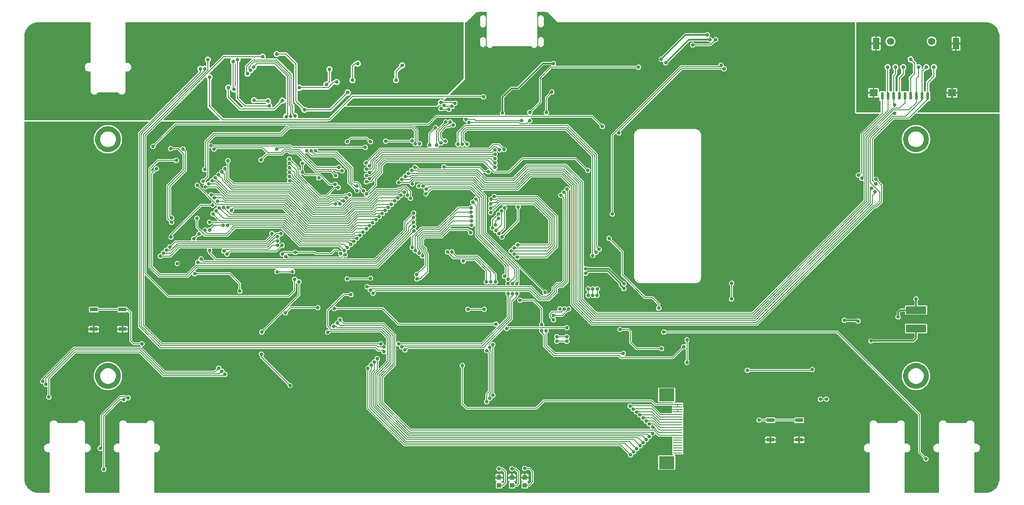
<source format=gbr>
G04 EAGLE Gerber RS-274X export*
G75*
%MOMM*%
%FSLAX34Y34*%
%LPD*%
%INBottom Copper*%
%IPPOS*%
%AMOC8*
5,1,8,0,0,1.08239X$1,22.5*%
G01*
%ADD10R,0.600000X1.400000*%
%ADD11R,1.600000X1.400000*%
%ADD12R,1.200000X2.200000*%
%ADD13C,1.408000*%
%ADD14R,0.950000X0.950000*%
%ADD15R,4.000000X1.500000*%
%ADD16R,1.524000X0.762000*%
%ADD17R,1.800000X0.275000*%
%ADD18R,3.000000X2.500000*%
%ADD19C,0.704800*%
%ADD20C,0.203200*%
%ADD21C,0.200000*%
%ADD22C,0.304800*%

G36*
X-898816Y-457405D02*
X-898816Y-457405D01*
X-898791Y-457408D01*
X-898696Y-457386D01*
X-898599Y-457370D01*
X-898578Y-457358D01*
X-898554Y-457352D01*
X-898470Y-457301D01*
X-898384Y-457255D01*
X-898367Y-457237D01*
X-898346Y-457224D01*
X-898284Y-457148D01*
X-898217Y-457077D01*
X-898207Y-457054D01*
X-898191Y-457035D01*
X-898157Y-456944D01*
X-898116Y-456854D01*
X-898114Y-456830D01*
X-898105Y-456807D01*
X-898091Y-456660D01*
X-898091Y-379340D01*
X-898095Y-379316D01*
X-898092Y-379291D01*
X-898114Y-379196D01*
X-898130Y-379099D01*
X-898142Y-379078D01*
X-898148Y-379054D01*
X-898199Y-378970D01*
X-898245Y-378884D01*
X-898263Y-378867D01*
X-898276Y-378846D01*
X-898352Y-378784D01*
X-898423Y-378717D01*
X-898446Y-378707D01*
X-898465Y-378691D01*
X-898556Y-378657D01*
X-898646Y-378616D01*
X-898670Y-378614D01*
X-898693Y-378605D01*
X-898840Y-378591D01*
X-902802Y-378591D01*
X-906789Y-376289D01*
X-909091Y-372302D01*
X-909091Y-367698D01*
X-906789Y-363711D01*
X-902802Y-361409D01*
X-898840Y-361409D01*
X-898816Y-361405D01*
X-898791Y-361408D01*
X-898696Y-361386D01*
X-898599Y-361370D01*
X-898578Y-361358D01*
X-898554Y-361352D01*
X-898470Y-361301D01*
X-898384Y-361255D01*
X-898367Y-361237D01*
X-898346Y-361224D01*
X-898284Y-361148D01*
X-898217Y-361077D01*
X-898207Y-361054D01*
X-898191Y-361035D01*
X-898157Y-360944D01*
X-898116Y-360854D01*
X-898114Y-360830D01*
X-898105Y-360807D01*
X-898091Y-360660D01*
X-898091Y-321966D01*
X-896057Y-318443D01*
X-892534Y-316409D01*
X-888466Y-316409D01*
X-884943Y-318443D01*
X-883447Y-321035D01*
X-883401Y-321091D01*
X-883362Y-321154D01*
X-883324Y-321185D01*
X-883292Y-321223D01*
X-883230Y-321262D01*
X-883173Y-321309D01*
X-883127Y-321326D01*
X-883085Y-321352D01*
X-883014Y-321369D01*
X-882945Y-321395D01*
X-882872Y-321402D01*
X-882847Y-321408D01*
X-882831Y-321406D01*
X-882798Y-321409D01*
X-845202Y-321409D01*
X-845129Y-321397D01*
X-845056Y-321395D01*
X-845010Y-321378D01*
X-844961Y-321370D01*
X-844896Y-321335D01*
X-844828Y-321309D01*
X-844789Y-321278D01*
X-844746Y-321255D01*
X-844696Y-321201D01*
X-844639Y-321155D01*
X-844596Y-321095D01*
X-844579Y-321077D01*
X-844572Y-321061D01*
X-844553Y-321035D01*
X-843057Y-318443D01*
X-839534Y-316409D01*
X-835466Y-316409D01*
X-831943Y-318443D01*
X-829909Y-321966D01*
X-829909Y-360660D01*
X-829905Y-360684D01*
X-829908Y-360709D01*
X-829886Y-360804D01*
X-829870Y-360901D01*
X-829858Y-360922D01*
X-829852Y-360946D01*
X-829801Y-361030D01*
X-829755Y-361116D01*
X-829737Y-361133D01*
X-829724Y-361154D01*
X-829648Y-361216D01*
X-829577Y-361283D01*
X-829554Y-361293D01*
X-829535Y-361309D01*
X-829444Y-361343D01*
X-829354Y-361384D01*
X-829330Y-361386D01*
X-829307Y-361395D01*
X-829160Y-361409D01*
X-825198Y-361409D01*
X-821211Y-363711D01*
X-818909Y-367698D01*
X-818909Y-372302D01*
X-821211Y-376289D01*
X-825198Y-378591D01*
X-829160Y-378591D01*
X-829184Y-378595D01*
X-829209Y-378592D01*
X-829304Y-378614D01*
X-829401Y-378630D01*
X-829422Y-378642D01*
X-829446Y-378648D01*
X-829530Y-378699D01*
X-829616Y-378745D01*
X-829633Y-378763D01*
X-829654Y-378776D01*
X-829716Y-378852D01*
X-829783Y-378923D01*
X-829793Y-378946D01*
X-829809Y-378965D01*
X-829843Y-379056D01*
X-829884Y-379146D01*
X-829886Y-379170D01*
X-829895Y-379193D01*
X-829909Y-379340D01*
X-829909Y-456660D01*
X-829905Y-456684D01*
X-829908Y-456709D01*
X-829886Y-456804D01*
X-829870Y-456901D01*
X-829858Y-456922D01*
X-829852Y-456946D01*
X-829801Y-457030D01*
X-829755Y-457116D01*
X-829737Y-457133D01*
X-829724Y-457154D01*
X-829648Y-457216D01*
X-829577Y-457283D01*
X-829554Y-457293D01*
X-829535Y-457309D01*
X-829444Y-457343D01*
X-829354Y-457384D01*
X-829330Y-457386D01*
X-829307Y-457395D01*
X-829160Y-457409D01*
X-763840Y-457409D01*
X-763816Y-457405D01*
X-763791Y-457408D01*
X-763696Y-457386D01*
X-763599Y-457370D01*
X-763578Y-457358D01*
X-763554Y-457352D01*
X-763470Y-457301D01*
X-763384Y-457255D01*
X-763367Y-457237D01*
X-763346Y-457224D01*
X-763284Y-457148D01*
X-763217Y-457077D01*
X-763207Y-457054D01*
X-763191Y-457035D01*
X-763157Y-456944D01*
X-763116Y-456854D01*
X-763114Y-456830D01*
X-763105Y-456807D01*
X-763091Y-456660D01*
X-763091Y-379340D01*
X-763095Y-379316D01*
X-763092Y-379291D01*
X-763114Y-379196D01*
X-763130Y-379099D01*
X-763142Y-379078D01*
X-763148Y-379054D01*
X-763199Y-378970D01*
X-763245Y-378884D01*
X-763263Y-378867D01*
X-763276Y-378846D01*
X-763352Y-378784D01*
X-763423Y-378717D01*
X-763446Y-378707D01*
X-763465Y-378691D01*
X-763556Y-378657D01*
X-763646Y-378616D01*
X-763670Y-378614D01*
X-763693Y-378605D01*
X-763840Y-378591D01*
X-767802Y-378591D01*
X-771789Y-376289D01*
X-774091Y-372302D01*
X-774091Y-367698D01*
X-771789Y-363711D01*
X-767802Y-361409D01*
X-763840Y-361409D01*
X-763816Y-361405D01*
X-763791Y-361408D01*
X-763696Y-361386D01*
X-763599Y-361370D01*
X-763578Y-361358D01*
X-763554Y-361352D01*
X-763470Y-361301D01*
X-763384Y-361255D01*
X-763367Y-361237D01*
X-763346Y-361224D01*
X-763284Y-361148D01*
X-763217Y-361077D01*
X-763207Y-361054D01*
X-763191Y-361035D01*
X-763157Y-360944D01*
X-763116Y-360854D01*
X-763114Y-360830D01*
X-763105Y-360807D01*
X-763091Y-360660D01*
X-763091Y-321966D01*
X-761057Y-318443D01*
X-757534Y-316409D01*
X-753466Y-316409D01*
X-749943Y-318443D01*
X-748447Y-321035D01*
X-748401Y-321091D01*
X-748362Y-321154D01*
X-748324Y-321185D01*
X-748292Y-321223D01*
X-748230Y-321262D01*
X-748173Y-321309D01*
X-748127Y-321326D01*
X-748085Y-321352D01*
X-748014Y-321369D01*
X-747945Y-321395D01*
X-747872Y-321402D01*
X-747847Y-321408D01*
X-747831Y-321406D01*
X-747798Y-321409D01*
X-710202Y-321409D01*
X-710129Y-321397D01*
X-710056Y-321395D01*
X-710010Y-321378D01*
X-709961Y-321370D01*
X-709896Y-321335D01*
X-709828Y-321309D01*
X-709789Y-321278D01*
X-709746Y-321255D01*
X-709696Y-321201D01*
X-709639Y-321155D01*
X-709596Y-321095D01*
X-709579Y-321077D01*
X-709572Y-321061D01*
X-709553Y-321035D01*
X-708057Y-318443D01*
X-704534Y-316409D01*
X-700466Y-316409D01*
X-696943Y-318443D01*
X-694909Y-321966D01*
X-694909Y-360660D01*
X-694905Y-360684D01*
X-694908Y-360709D01*
X-694886Y-360804D01*
X-694870Y-360901D01*
X-694858Y-360922D01*
X-694852Y-360946D01*
X-694801Y-361030D01*
X-694755Y-361116D01*
X-694737Y-361133D01*
X-694724Y-361154D01*
X-694648Y-361216D01*
X-694577Y-361283D01*
X-694554Y-361293D01*
X-694535Y-361309D01*
X-694444Y-361343D01*
X-694354Y-361384D01*
X-694330Y-361386D01*
X-694307Y-361395D01*
X-694160Y-361409D01*
X-690198Y-361409D01*
X-686211Y-363711D01*
X-683909Y-367698D01*
X-683909Y-372302D01*
X-686211Y-376289D01*
X-690198Y-378591D01*
X-694160Y-378591D01*
X-694184Y-378595D01*
X-694209Y-378592D01*
X-694304Y-378614D01*
X-694401Y-378630D01*
X-694422Y-378642D01*
X-694446Y-378648D01*
X-694530Y-378699D01*
X-694616Y-378745D01*
X-694633Y-378763D01*
X-694654Y-378776D01*
X-694716Y-378852D01*
X-694783Y-378923D01*
X-694793Y-378946D01*
X-694809Y-378965D01*
X-694843Y-379056D01*
X-694884Y-379146D01*
X-694886Y-379170D01*
X-694895Y-379193D01*
X-694909Y-379340D01*
X-694909Y-456660D01*
X-694905Y-456684D01*
X-694908Y-456709D01*
X-694886Y-456804D01*
X-694870Y-456901D01*
X-694858Y-456922D01*
X-694852Y-456946D01*
X-694801Y-457030D01*
X-694755Y-457116D01*
X-694737Y-457133D01*
X-694724Y-457154D01*
X-694648Y-457216D01*
X-694577Y-457283D01*
X-694554Y-457293D01*
X-694535Y-457309D01*
X-694444Y-457343D01*
X-694354Y-457384D01*
X-694330Y-457386D01*
X-694307Y-457395D01*
X-694160Y-457409D01*
X694160Y-457409D01*
X694184Y-457405D01*
X694209Y-457408D01*
X694304Y-457386D01*
X694401Y-457370D01*
X694422Y-457358D01*
X694446Y-457352D01*
X694530Y-457301D01*
X694616Y-457255D01*
X694633Y-457237D01*
X694654Y-457224D01*
X694716Y-457148D01*
X694783Y-457077D01*
X694793Y-457054D01*
X694809Y-457035D01*
X694843Y-456944D01*
X694884Y-456854D01*
X694886Y-456830D01*
X694895Y-456807D01*
X694909Y-456660D01*
X694909Y-379340D01*
X694905Y-379316D01*
X694908Y-379291D01*
X694886Y-379196D01*
X694870Y-379099D01*
X694858Y-379078D01*
X694852Y-379054D01*
X694801Y-378970D01*
X694755Y-378884D01*
X694737Y-378867D01*
X694724Y-378846D01*
X694648Y-378784D01*
X694577Y-378717D01*
X694554Y-378707D01*
X694535Y-378691D01*
X694444Y-378657D01*
X694354Y-378616D01*
X694330Y-378614D01*
X694307Y-378605D01*
X694160Y-378591D01*
X690198Y-378591D01*
X686211Y-376289D01*
X683909Y-372302D01*
X683909Y-367698D01*
X686211Y-363711D01*
X690198Y-361409D01*
X694160Y-361409D01*
X694184Y-361405D01*
X694209Y-361408D01*
X694304Y-361386D01*
X694401Y-361370D01*
X694422Y-361358D01*
X694446Y-361352D01*
X694530Y-361301D01*
X694616Y-361255D01*
X694633Y-361237D01*
X694654Y-361224D01*
X694716Y-361148D01*
X694783Y-361077D01*
X694793Y-361054D01*
X694809Y-361035D01*
X694843Y-360944D01*
X694884Y-360854D01*
X694886Y-360830D01*
X694895Y-360807D01*
X694909Y-360660D01*
X694909Y-321966D01*
X696943Y-318443D01*
X700466Y-316409D01*
X704534Y-316409D01*
X708057Y-318443D01*
X709553Y-321035D01*
X709599Y-321091D01*
X709638Y-321154D01*
X709676Y-321185D01*
X709708Y-321223D01*
X709770Y-321262D01*
X709827Y-321309D01*
X709873Y-321326D01*
X709915Y-321352D01*
X709986Y-321369D01*
X710055Y-321395D01*
X710128Y-321402D01*
X710153Y-321408D01*
X710169Y-321406D01*
X710202Y-321409D01*
X747798Y-321409D01*
X747871Y-321397D01*
X747944Y-321395D01*
X747990Y-321378D01*
X748039Y-321370D01*
X748104Y-321335D01*
X748172Y-321309D01*
X748211Y-321278D01*
X748254Y-321255D01*
X748304Y-321201D01*
X748361Y-321155D01*
X748404Y-321095D01*
X748421Y-321077D01*
X748428Y-321061D01*
X748447Y-321035D01*
X749943Y-318443D01*
X753466Y-316409D01*
X757534Y-316409D01*
X761057Y-318443D01*
X763091Y-321966D01*
X763091Y-360660D01*
X763095Y-360684D01*
X763092Y-360709D01*
X763114Y-360804D01*
X763130Y-360901D01*
X763142Y-360922D01*
X763148Y-360946D01*
X763199Y-361030D01*
X763245Y-361116D01*
X763263Y-361133D01*
X763276Y-361154D01*
X763352Y-361216D01*
X763423Y-361283D01*
X763446Y-361293D01*
X763465Y-361309D01*
X763556Y-361343D01*
X763646Y-361384D01*
X763670Y-361386D01*
X763693Y-361395D01*
X763840Y-361409D01*
X767802Y-361409D01*
X771789Y-363711D01*
X774091Y-367698D01*
X774091Y-372302D01*
X771789Y-376289D01*
X767802Y-378591D01*
X763840Y-378591D01*
X763816Y-378595D01*
X763791Y-378592D01*
X763696Y-378614D01*
X763599Y-378630D01*
X763578Y-378642D01*
X763554Y-378648D01*
X763470Y-378699D01*
X763384Y-378745D01*
X763367Y-378763D01*
X763346Y-378776D01*
X763284Y-378852D01*
X763217Y-378923D01*
X763207Y-378946D01*
X763191Y-378965D01*
X763157Y-379056D01*
X763116Y-379146D01*
X763114Y-379170D01*
X763105Y-379193D01*
X763091Y-379340D01*
X763091Y-456660D01*
X763095Y-456684D01*
X763092Y-456709D01*
X763114Y-456804D01*
X763130Y-456901D01*
X763142Y-456922D01*
X763148Y-456946D01*
X763199Y-457030D01*
X763245Y-457116D01*
X763263Y-457133D01*
X763276Y-457154D01*
X763352Y-457216D01*
X763423Y-457283D01*
X763446Y-457293D01*
X763465Y-457309D01*
X763556Y-457343D01*
X763646Y-457384D01*
X763670Y-457386D01*
X763693Y-457395D01*
X763840Y-457409D01*
X829160Y-457409D01*
X829184Y-457405D01*
X829209Y-457408D01*
X829304Y-457386D01*
X829401Y-457370D01*
X829422Y-457358D01*
X829446Y-457352D01*
X829530Y-457301D01*
X829616Y-457255D01*
X829633Y-457237D01*
X829654Y-457224D01*
X829716Y-457148D01*
X829783Y-457077D01*
X829793Y-457054D01*
X829809Y-457035D01*
X829843Y-456944D01*
X829884Y-456854D01*
X829886Y-456830D01*
X829895Y-456807D01*
X829909Y-456660D01*
X829909Y-379340D01*
X829905Y-379316D01*
X829908Y-379291D01*
X829886Y-379196D01*
X829870Y-379099D01*
X829858Y-379078D01*
X829852Y-379054D01*
X829801Y-378970D01*
X829755Y-378884D01*
X829737Y-378867D01*
X829724Y-378846D01*
X829648Y-378784D01*
X829577Y-378717D01*
X829554Y-378707D01*
X829535Y-378691D01*
X829444Y-378657D01*
X829354Y-378616D01*
X829330Y-378614D01*
X829307Y-378605D01*
X829160Y-378591D01*
X825198Y-378591D01*
X821211Y-376289D01*
X818909Y-372302D01*
X818909Y-367698D01*
X821211Y-363711D01*
X825198Y-361409D01*
X829160Y-361409D01*
X829184Y-361405D01*
X829209Y-361408D01*
X829304Y-361386D01*
X829401Y-361370D01*
X829422Y-361358D01*
X829446Y-361352D01*
X829530Y-361301D01*
X829616Y-361255D01*
X829633Y-361237D01*
X829654Y-361224D01*
X829716Y-361148D01*
X829783Y-361077D01*
X829793Y-361054D01*
X829809Y-361035D01*
X829843Y-360944D01*
X829884Y-360854D01*
X829886Y-360830D01*
X829895Y-360807D01*
X829909Y-360660D01*
X829909Y-321966D01*
X831943Y-318443D01*
X835466Y-316409D01*
X839534Y-316409D01*
X843057Y-318443D01*
X844553Y-321035D01*
X844599Y-321091D01*
X844638Y-321154D01*
X844676Y-321185D01*
X844708Y-321223D01*
X844770Y-321262D01*
X844827Y-321309D01*
X844873Y-321326D01*
X844915Y-321352D01*
X844986Y-321369D01*
X845055Y-321395D01*
X845128Y-321402D01*
X845153Y-321408D01*
X845169Y-321406D01*
X845202Y-321409D01*
X882798Y-321409D01*
X882871Y-321397D01*
X882944Y-321395D01*
X882990Y-321378D01*
X883039Y-321370D01*
X883104Y-321335D01*
X883172Y-321309D01*
X883211Y-321278D01*
X883254Y-321255D01*
X883304Y-321201D01*
X883361Y-321155D01*
X883404Y-321095D01*
X883421Y-321077D01*
X883428Y-321061D01*
X883447Y-321035D01*
X884943Y-318443D01*
X888466Y-316409D01*
X892534Y-316409D01*
X896057Y-318443D01*
X898091Y-321966D01*
X898091Y-360660D01*
X898095Y-360684D01*
X898092Y-360709D01*
X898114Y-360804D01*
X898130Y-360901D01*
X898142Y-360922D01*
X898148Y-360946D01*
X898199Y-361030D01*
X898245Y-361116D01*
X898263Y-361133D01*
X898276Y-361154D01*
X898352Y-361216D01*
X898423Y-361283D01*
X898446Y-361293D01*
X898465Y-361309D01*
X898556Y-361343D01*
X898646Y-361384D01*
X898670Y-361386D01*
X898693Y-361395D01*
X898840Y-361409D01*
X902802Y-361409D01*
X906789Y-363711D01*
X909091Y-367698D01*
X909091Y-372302D01*
X906789Y-376289D01*
X902802Y-378591D01*
X898840Y-378591D01*
X898816Y-378595D01*
X898791Y-378592D01*
X898696Y-378614D01*
X898599Y-378630D01*
X898578Y-378642D01*
X898554Y-378648D01*
X898470Y-378699D01*
X898384Y-378745D01*
X898367Y-378763D01*
X898346Y-378776D01*
X898284Y-378852D01*
X898217Y-378923D01*
X898207Y-378946D01*
X898191Y-378965D01*
X898157Y-379056D01*
X898116Y-379146D01*
X898114Y-379170D01*
X898105Y-379193D01*
X898091Y-379340D01*
X898091Y-456660D01*
X898095Y-456684D01*
X898092Y-456709D01*
X898114Y-456804D01*
X898130Y-456901D01*
X898142Y-456922D01*
X898148Y-456946D01*
X898199Y-457030D01*
X898245Y-457116D01*
X898263Y-457133D01*
X898276Y-457154D01*
X898352Y-457216D01*
X898423Y-457283D01*
X898446Y-457293D01*
X898465Y-457309D01*
X898556Y-457343D01*
X898646Y-457384D01*
X898670Y-457386D01*
X898693Y-457395D01*
X898840Y-457409D01*
X920000Y-457409D01*
X920019Y-457406D01*
X920059Y-457407D01*
X924229Y-457079D01*
X924243Y-457075D01*
X924258Y-457076D01*
X924402Y-457044D01*
X932335Y-454467D01*
X932374Y-454447D01*
X932416Y-454435D01*
X932544Y-454360D01*
X939292Y-449458D01*
X939323Y-449426D01*
X939359Y-449402D01*
X939458Y-449292D01*
X944360Y-442544D01*
X944380Y-442504D01*
X944408Y-442470D01*
X944467Y-442335D01*
X947044Y-434402D01*
X947047Y-434388D01*
X947047Y-434387D01*
X947053Y-434375D01*
X947079Y-434229D01*
X947407Y-430059D01*
X947405Y-430040D01*
X947409Y-430000D01*
X947409Y278448D01*
X947405Y278472D01*
X947408Y278497D01*
X947386Y278592D01*
X947370Y278689D01*
X947358Y278710D01*
X947352Y278734D01*
X947301Y278818D01*
X947255Y278904D01*
X947237Y278921D01*
X947224Y278942D01*
X947148Y279004D01*
X947077Y279071D01*
X947054Y279081D01*
X947035Y279097D01*
X946944Y279131D01*
X946854Y279172D01*
X946830Y279174D01*
X946807Y279183D01*
X946660Y279197D01*
X782978Y279197D01*
X782882Y279181D01*
X782785Y279172D01*
X782762Y279162D01*
X782737Y279158D01*
X782651Y279112D01*
X782563Y279071D01*
X782537Y279050D01*
X782522Y279043D01*
X782505Y279024D01*
X782448Y278978D01*
X773800Y270330D01*
X772102Y268631D01*
X741847Y268631D01*
X741751Y268615D01*
X741654Y268606D01*
X741631Y268596D01*
X741606Y268592D01*
X741520Y268546D01*
X741432Y268505D01*
X741406Y268484D01*
X741391Y268477D01*
X741376Y268460D01*
X741374Y268459D01*
X741370Y268455D01*
X741317Y268412D01*
X702696Y229791D01*
X702639Y229711D01*
X702577Y229636D01*
X702569Y229613D01*
X702554Y229592D01*
X702526Y229499D01*
X702491Y229408D01*
X702488Y229375D01*
X702483Y229359D01*
X702484Y229334D01*
X702477Y229261D01*
X702477Y156626D01*
X702489Y156553D01*
X702491Y156480D01*
X702508Y156434D01*
X702516Y156385D01*
X702551Y156320D01*
X702577Y156251D01*
X702608Y156213D01*
X702631Y156170D01*
X702685Y156119D01*
X702732Y156063D01*
X702774Y156036D01*
X702809Y156003D01*
X702876Y155972D01*
X702939Y155934D01*
X702987Y155922D01*
X703032Y155902D01*
X703105Y155895D01*
X703176Y155878D01*
X703225Y155883D01*
X703275Y155878D01*
X703346Y155895D01*
X703419Y155902D01*
X703464Y155922D01*
X703512Y155933D01*
X703575Y155972D01*
X703642Y156002D01*
X703698Y156049D01*
X703720Y156062D01*
X703730Y156075D01*
X703756Y156096D01*
X704812Y157152D01*
X708994Y157152D01*
X711952Y154194D01*
X711952Y150935D01*
X711968Y150839D01*
X711977Y150742D01*
X711988Y150719D01*
X711992Y150695D01*
X712038Y150608D01*
X712078Y150520D01*
X712099Y150494D01*
X712107Y150479D01*
X712125Y150462D01*
X712171Y150406D01*
X718802Y143775D01*
X718882Y143718D01*
X718957Y143656D01*
X718980Y143647D01*
X719001Y143632D01*
X719044Y143619D01*
X720597Y142067D01*
X720597Y107375D01*
X709125Y95903D01*
X705407Y95903D01*
X705310Y95887D01*
X705214Y95878D01*
X705191Y95868D01*
X705166Y95864D01*
X705080Y95818D01*
X704991Y95777D01*
X704966Y95756D01*
X704951Y95749D01*
X704934Y95730D01*
X704877Y95684D01*
X477452Y-131741D01*
X153848Y-131741D01*
X113359Y-91252D01*
X113359Y130400D01*
X113347Y130472D01*
X113345Y130546D01*
X113328Y130592D01*
X113320Y130641D01*
X113285Y130705D01*
X113259Y130774D01*
X113228Y130812D01*
X113205Y130856D01*
X113151Y130906D01*
X113104Y130963D01*
X113062Y130989D01*
X113027Y131023D01*
X112960Y131053D01*
X112897Y131092D01*
X112849Y131103D01*
X112804Y131123D01*
X112731Y131131D01*
X112660Y131147D01*
X112611Y131143D01*
X112561Y131148D01*
X112490Y131131D01*
X112417Y131124D01*
X112372Y131103D01*
X112324Y131092D01*
X112261Y131054D01*
X112194Y131023D01*
X112138Y130977D01*
X112116Y130964D01*
X112106Y130951D01*
X112080Y130930D01*
X110560Y129410D01*
X110503Y129330D01*
X110441Y129255D01*
X110433Y129232D01*
X110418Y129211D01*
X110390Y129118D01*
X110355Y129027D01*
X110352Y128994D01*
X110347Y128978D01*
X110348Y128953D01*
X110341Y128880D01*
X110341Y-47852D01*
X98862Y-59331D01*
X91705Y-59331D01*
X91609Y-59347D01*
X91512Y-59356D01*
X91489Y-59366D01*
X91464Y-59371D01*
X91378Y-59417D01*
X91290Y-59457D01*
X91264Y-59478D01*
X91249Y-59486D01*
X91232Y-59504D01*
X91175Y-59550D01*
X89550Y-61175D01*
X89493Y-61255D01*
X89432Y-61330D01*
X89423Y-61353D01*
X89408Y-61374D01*
X89380Y-61467D01*
X89345Y-61558D01*
X89342Y-61591D01*
X89337Y-61607D01*
X89338Y-61632D01*
X89331Y-61705D01*
X89331Y-68262D01*
X72640Y-84953D01*
X52102Y-84953D01*
X33921Y-66772D01*
X33842Y-66715D01*
X33766Y-66653D01*
X33743Y-66645D01*
X33723Y-66630D01*
X33629Y-66602D01*
X33538Y-66567D01*
X33505Y-66564D01*
X33489Y-66559D01*
X33464Y-66560D01*
X33391Y-66553D01*
X14626Y-66553D01*
X14553Y-66565D01*
X14480Y-66567D01*
X14433Y-66584D01*
X14385Y-66592D01*
X14320Y-66627D01*
X14251Y-66653D01*
X14213Y-66684D01*
X14170Y-66707D01*
X14119Y-66761D01*
X14063Y-66808D01*
X14036Y-66850D01*
X14003Y-66885D01*
X13972Y-66952D01*
X13934Y-67015D01*
X13922Y-67063D01*
X13902Y-67108D01*
X13895Y-67181D01*
X13878Y-67252D01*
X13883Y-67301D01*
X13878Y-67351D01*
X13895Y-67422D01*
X13902Y-67495D01*
X13922Y-67540D01*
X13933Y-67588D01*
X13972Y-67651D01*
X14002Y-67718D01*
X14049Y-67774D01*
X14062Y-67796D01*
X14075Y-67806D01*
X14096Y-67832D01*
X14249Y-67985D01*
X14249Y-72167D01*
X11960Y-74456D01*
X11903Y-74535D01*
X11841Y-74610D01*
X11833Y-74634D01*
X11818Y-74654D01*
X11790Y-74747D01*
X11755Y-74839D01*
X11752Y-74872D01*
X11747Y-74888D01*
X11748Y-74912D01*
X11741Y-74986D01*
X11741Y-76252D01*
X1928Y-86065D01*
X1871Y-86144D01*
X1809Y-86220D01*
X1801Y-86243D01*
X1786Y-86263D01*
X1758Y-86357D01*
X1723Y-86448D01*
X1720Y-86481D01*
X1715Y-86497D01*
X1716Y-86522D01*
X1709Y-86595D01*
X1709Y-120642D01*
X-9138Y-131489D01*
X-9181Y-131549D01*
X-9231Y-131602D01*
X-9251Y-131647D01*
X-9280Y-131687D01*
X-9301Y-131758D01*
X-9332Y-131825D01*
X-9337Y-131874D01*
X-9351Y-131921D01*
X-9349Y-131994D01*
X-9356Y-132067D01*
X-9345Y-132116D01*
X-9343Y-132165D01*
X-9317Y-132234D01*
X-9301Y-132305D01*
X-9275Y-132347D01*
X-9257Y-132393D01*
X-9211Y-132450D01*
X-9172Y-132512D01*
X-9134Y-132544D01*
X-9103Y-132582D01*
X-9040Y-132621D01*
X-8983Y-132667D01*
X-8937Y-132685D01*
X-8895Y-132711D01*
X-8824Y-132728D01*
X-8755Y-132754D01*
X-8682Y-132761D01*
X-8658Y-132767D01*
X-8641Y-132765D01*
X-8608Y-132768D01*
X-8392Y-132768D01*
X-7720Y-133440D01*
X-7641Y-133497D01*
X-7566Y-133559D01*
X-7542Y-133567D01*
X-7522Y-133582D01*
X-7429Y-133610D01*
X-7337Y-133645D01*
X-7304Y-133648D01*
X-7288Y-133653D01*
X-7264Y-133652D01*
X-7190Y-133659D01*
X52574Y-133659D01*
X52647Y-133647D01*
X52720Y-133645D01*
X52767Y-133628D01*
X52815Y-133620D01*
X52880Y-133585D01*
X52949Y-133559D01*
X52987Y-133528D01*
X53030Y-133505D01*
X53081Y-133451D01*
X53137Y-133404D01*
X53164Y-133362D01*
X53197Y-133327D01*
X53228Y-133260D01*
X53266Y-133197D01*
X53278Y-133149D01*
X53298Y-133104D01*
X53305Y-133031D01*
X53322Y-132960D01*
X53317Y-132911D01*
X53322Y-132861D01*
X53305Y-132790D01*
X53298Y-132717D01*
X53278Y-132672D01*
X53267Y-132624D01*
X53228Y-132561D01*
X53198Y-132494D01*
X53151Y-132438D01*
X53138Y-132416D01*
X53125Y-132406D01*
X53104Y-132380D01*
X52951Y-132227D01*
X52951Y-128045D01*
X55240Y-125756D01*
X55297Y-125677D01*
X55359Y-125602D01*
X55367Y-125578D01*
X55382Y-125558D01*
X55410Y-125465D01*
X55445Y-125373D01*
X55448Y-125340D01*
X55453Y-125324D01*
X55452Y-125299D01*
X55459Y-125226D01*
X55459Y-100463D01*
X55443Y-100366D01*
X55434Y-100270D01*
X55424Y-100247D01*
X55420Y-100222D01*
X55374Y-100136D01*
X55333Y-100047D01*
X55312Y-100022D01*
X55305Y-100007D01*
X55286Y-99990D01*
X55240Y-99933D01*
X41255Y-85948D01*
X41176Y-85891D01*
X41100Y-85829D01*
X41077Y-85821D01*
X41057Y-85806D01*
X40963Y-85778D01*
X40872Y-85743D01*
X40839Y-85740D01*
X40823Y-85735D01*
X40798Y-85736D01*
X40725Y-85729D01*
X20422Y-85729D01*
X20325Y-85745D01*
X20228Y-85754D01*
X20206Y-85764D01*
X20181Y-85768D01*
X20095Y-85814D01*
X20006Y-85854D01*
X19980Y-85875D01*
X19966Y-85883D01*
X19949Y-85901D01*
X19892Y-85948D01*
X17603Y-88237D01*
X13421Y-88237D01*
X10463Y-85279D01*
X10463Y-81097D01*
X13421Y-78139D01*
X17603Y-78139D01*
X19892Y-80428D01*
X19971Y-80485D01*
X20046Y-80546D01*
X20070Y-80555D01*
X20090Y-80570D01*
X20184Y-80598D01*
X20275Y-80633D01*
X20308Y-80636D01*
X20324Y-80641D01*
X20349Y-80640D01*
X20422Y-80647D01*
X43140Y-80647D01*
X60541Y-98048D01*
X60541Y-125226D01*
X60557Y-125323D01*
X60566Y-125420D01*
X60576Y-125442D01*
X60580Y-125467D01*
X60626Y-125553D01*
X60667Y-125642D01*
X60688Y-125668D01*
X60695Y-125682D01*
X60714Y-125699D01*
X60760Y-125756D01*
X63049Y-128045D01*
X63049Y-132227D01*
X62896Y-132380D01*
X62853Y-132440D01*
X62803Y-132494D01*
X62782Y-132538D01*
X62754Y-132579D01*
X62732Y-132649D01*
X62702Y-132716D01*
X62697Y-132765D01*
X62683Y-132812D01*
X62685Y-132885D01*
X62678Y-132959D01*
X62689Y-133007D01*
X62691Y-133056D01*
X62716Y-133125D01*
X62733Y-133196D01*
X62759Y-133238D01*
X62776Y-133284D01*
X62823Y-133341D01*
X62862Y-133404D01*
X62900Y-133435D01*
X62931Y-133473D01*
X62994Y-133512D01*
X63050Y-133559D01*
X63096Y-133576D01*
X63138Y-133602D01*
X63210Y-133619D01*
X63279Y-133645D01*
X63352Y-133652D01*
X63376Y-133658D01*
X63392Y-133656D01*
X63426Y-133659D01*
X101766Y-133659D01*
X101863Y-133643D01*
X101960Y-133634D01*
X101982Y-133624D01*
X102007Y-133620D01*
X102093Y-133574D01*
X102182Y-133533D01*
X102208Y-133512D01*
X102222Y-133505D01*
X102239Y-133486D01*
X102296Y-133440D01*
X104585Y-131151D01*
X108767Y-131151D01*
X111725Y-134109D01*
X111725Y-138291D01*
X108767Y-141249D01*
X104585Y-141249D01*
X102296Y-138960D01*
X102217Y-138903D01*
X102142Y-138841D01*
X102118Y-138833D01*
X102098Y-138818D01*
X102005Y-138790D01*
X101913Y-138755D01*
X101880Y-138752D01*
X101864Y-138747D01*
X101839Y-138748D01*
X101766Y-138741D01*
X71926Y-138741D01*
X71853Y-138753D01*
X71780Y-138755D01*
X71733Y-138772D01*
X71685Y-138780D01*
X71620Y-138815D01*
X71551Y-138841D01*
X71513Y-138872D01*
X71470Y-138895D01*
X71419Y-138949D01*
X71363Y-138996D01*
X71336Y-139038D01*
X71303Y-139073D01*
X71272Y-139140D01*
X71234Y-139203D01*
X71222Y-139251D01*
X71202Y-139296D01*
X71195Y-139369D01*
X71178Y-139440D01*
X71183Y-139489D01*
X71178Y-139539D01*
X71195Y-139610D01*
X71202Y-139683D01*
X71222Y-139728D01*
X71233Y-139776D01*
X71272Y-139839D01*
X71302Y-139906D01*
X71349Y-139962D01*
X71362Y-139984D01*
X71375Y-139994D01*
X71396Y-140020D01*
X71549Y-140173D01*
X71549Y-144355D01*
X69260Y-146644D01*
X69203Y-146723D01*
X69141Y-146798D01*
X69133Y-146822D01*
X69118Y-146842D01*
X69090Y-146935D01*
X69055Y-147027D01*
X69052Y-147060D01*
X69047Y-147076D01*
X69048Y-147101D01*
X69041Y-147174D01*
X69041Y-168937D01*
X69057Y-169034D01*
X69066Y-169130D01*
X69076Y-169153D01*
X69080Y-169178D01*
X69107Y-169227D01*
X69108Y-169234D01*
X69124Y-169259D01*
X69126Y-169264D01*
X69167Y-169353D01*
X69188Y-169378D01*
X69195Y-169393D01*
X69214Y-169410D01*
X69230Y-169430D01*
X69237Y-169442D01*
X69244Y-169447D01*
X69260Y-169467D01*
X83533Y-183740D01*
X83612Y-183797D01*
X83688Y-183859D01*
X83711Y-183867D01*
X83731Y-183882D01*
X83825Y-183910D01*
X83916Y-183945D01*
X83949Y-183948D01*
X83965Y-183953D01*
X83990Y-183952D01*
X84063Y-183959D01*
X211154Y-183959D01*
X211251Y-183943D01*
X211348Y-183934D01*
X211370Y-183924D01*
X211395Y-183920D01*
X211481Y-183874D01*
X211570Y-183833D01*
X211596Y-183812D01*
X211610Y-183805D01*
X211627Y-183786D01*
X211684Y-183740D01*
X213973Y-181451D01*
X218155Y-181451D01*
X221113Y-184409D01*
X221113Y-188591D01*
X218924Y-190780D01*
X218881Y-190840D01*
X218831Y-190894D01*
X218810Y-190938D01*
X218782Y-190979D01*
X218760Y-191049D01*
X218730Y-191116D01*
X218725Y-191165D01*
X218711Y-191212D01*
X218713Y-191285D01*
X218706Y-191359D01*
X218717Y-191407D01*
X218719Y-191456D01*
X218744Y-191525D01*
X218761Y-191596D01*
X218787Y-191638D01*
X218804Y-191684D01*
X218851Y-191741D01*
X218890Y-191804D01*
X218928Y-191835D01*
X218959Y-191873D01*
X219022Y-191912D01*
X219078Y-191959D01*
X219124Y-191976D01*
X219166Y-192002D01*
X219238Y-192019D01*
X219307Y-192045D01*
X219380Y-192052D01*
X219404Y-192058D01*
X219420Y-192056D01*
X219454Y-192059D01*
X311177Y-192059D01*
X311274Y-192043D01*
X311371Y-192034D01*
X311393Y-192024D01*
X311418Y-192020D01*
X311504Y-191974D01*
X311593Y-191933D01*
X311619Y-191912D01*
X311633Y-191905D01*
X311650Y-191886D01*
X311707Y-191840D01*
X328668Y-174879D01*
X328725Y-174800D01*
X328787Y-174725D01*
X328795Y-174701D01*
X328810Y-174681D01*
X328838Y-174588D01*
X328873Y-174496D01*
X328876Y-174463D01*
X328881Y-174447D01*
X328880Y-174423D01*
X328887Y-174349D01*
X328887Y-171113D01*
X331845Y-168155D01*
X336027Y-168155D01*
X336180Y-168308D01*
X336240Y-168351D01*
X336294Y-168401D01*
X336338Y-168422D01*
X336379Y-168451D01*
X336449Y-168472D01*
X336516Y-168502D01*
X336565Y-168507D01*
X336612Y-168521D01*
X336685Y-168519D01*
X336759Y-168526D01*
X336807Y-168515D01*
X336856Y-168514D01*
X336925Y-168488D01*
X336996Y-168471D01*
X337038Y-168445D01*
X337084Y-168428D01*
X337141Y-168381D01*
X337204Y-168342D01*
X337235Y-168304D01*
X337273Y-168273D01*
X337312Y-168211D01*
X337359Y-168154D01*
X337376Y-168108D01*
X337402Y-168066D01*
X337419Y-167994D01*
X337445Y-167926D01*
X337452Y-167853D01*
X337458Y-167828D01*
X337456Y-167812D01*
X337459Y-167779D01*
X337459Y-164910D01*
X337443Y-164813D01*
X337434Y-164716D01*
X337424Y-164694D01*
X337420Y-164669D01*
X337374Y-164583D01*
X337333Y-164494D01*
X337312Y-164468D01*
X337305Y-164454D01*
X337286Y-164437D01*
X337240Y-164380D01*
X334951Y-162091D01*
X334951Y-157909D01*
X337909Y-154951D01*
X342091Y-154951D01*
X345049Y-157909D01*
X345049Y-162091D01*
X342760Y-164380D01*
X342703Y-164459D01*
X342641Y-164534D01*
X342633Y-164558D01*
X342618Y-164578D01*
X342590Y-164671D01*
X342555Y-164763D01*
X342552Y-164796D01*
X342547Y-164812D01*
X342548Y-164837D01*
X342541Y-164910D01*
X342541Y-198690D01*
X342557Y-198787D01*
X342566Y-198884D01*
X342576Y-198906D01*
X342580Y-198931D01*
X342626Y-199017D01*
X342667Y-199106D01*
X342688Y-199132D01*
X342695Y-199146D01*
X342714Y-199163D01*
X342760Y-199220D01*
X345049Y-201509D01*
X345049Y-205691D01*
X342091Y-208649D01*
X337909Y-208649D01*
X334951Y-205691D01*
X334951Y-201509D01*
X337240Y-199220D01*
X337297Y-199141D01*
X337359Y-199066D01*
X337367Y-199042D01*
X337382Y-199022D01*
X337410Y-198929D01*
X337445Y-198837D01*
X337448Y-198804D01*
X337453Y-198788D01*
X337452Y-198763D01*
X337459Y-198690D01*
X337459Y-178630D01*
X337447Y-178557D01*
X337445Y-178484D01*
X337428Y-178438D01*
X337420Y-178389D01*
X337385Y-178324D01*
X337359Y-178255D01*
X337328Y-178217D01*
X337305Y-178174D01*
X337251Y-178124D01*
X337204Y-178067D01*
X337162Y-178041D01*
X337127Y-178007D01*
X337060Y-177977D01*
X336997Y-177938D01*
X336949Y-177926D01*
X336904Y-177906D01*
X336831Y-177899D01*
X336760Y-177882D01*
X336711Y-177887D01*
X336661Y-177882D01*
X336590Y-177899D01*
X336517Y-177906D01*
X336472Y-177926D01*
X336424Y-177937D01*
X336361Y-177976D01*
X336294Y-178006D01*
X336238Y-178053D01*
X336216Y-178066D01*
X336206Y-178079D01*
X336180Y-178100D01*
X336027Y-178253D01*
X332791Y-178253D01*
X332694Y-178269D01*
X332598Y-178278D01*
X332575Y-178289D01*
X332550Y-178293D01*
X332464Y-178339D01*
X332375Y-178379D01*
X332350Y-178400D01*
X332335Y-178408D01*
X332318Y-178426D01*
X332261Y-178472D01*
X313593Y-197141D01*
X210948Y-197141D01*
X206623Y-192816D01*
X206544Y-192759D01*
X206468Y-192697D01*
X206445Y-192689D01*
X206425Y-192674D01*
X206331Y-192646D01*
X206240Y-192611D01*
X206207Y-192608D01*
X206191Y-192603D01*
X206166Y-192604D01*
X206093Y-192597D01*
X80175Y-192597D01*
X60403Y-172825D01*
X60403Y-152007D01*
X60387Y-151910D01*
X60378Y-151814D01*
X60368Y-151791D01*
X60364Y-151766D01*
X60318Y-151680D01*
X60277Y-151591D01*
X60256Y-151566D01*
X60249Y-151551D01*
X60230Y-151534D01*
X60184Y-151477D01*
X56239Y-147532D01*
X56160Y-147475D01*
X56084Y-147413D01*
X56061Y-147405D01*
X56041Y-147390D01*
X55947Y-147362D01*
X55856Y-147327D01*
X55851Y-147327D01*
X52879Y-144355D01*
X52879Y-140173D01*
X53032Y-140020D01*
X53075Y-139960D01*
X53125Y-139906D01*
X53146Y-139862D01*
X53174Y-139821D01*
X53196Y-139751D01*
X53226Y-139684D01*
X53231Y-139635D01*
X53245Y-139588D01*
X53243Y-139515D01*
X53250Y-139441D01*
X53239Y-139393D01*
X53237Y-139344D01*
X53212Y-139275D01*
X53195Y-139204D01*
X53169Y-139162D01*
X53152Y-139116D01*
X53105Y-139059D01*
X53066Y-138996D01*
X53028Y-138965D01*
X52997Y-138927D01*
X52934Y-138888D01*
X52878Y-138841D01*
X52832Y-138824D01*
X52790Y-138798D01*
X52718Y-138781D01*
X52649Y-138755D01*
X52576Y-138748D01*
X52552Y-138742D01*
X52536Y-138744D01*
X52502Y-138741D01*
X-4685Y-138741D01*
X-4709Y-138745D01*
X-4734Y-138742D01*
X-4829Y-138764D01*
X-4926Y-138780D01*
X-4947Y-138792D01*
X-4971Y-138798D01*
X-5055Y-138849D01*
X-5141Y-138895D01*
X-5158Y-138913D01*
X-5179Y-138926D01*
X-5241Y-139002D01*
X-5308Y-139073D01*
X-5318Y-139096D01*
X-5334Y-139115D01*
X-5368Y-139206D01*
X-5409Y-139296D01*
X-5411Y-139320D01*
X-5420Y-139343D01*
X-5434Y-139490D01*
X-5434Y-139908D01*
X-8392Y-142866D01*
X-12574Y-142866D01*
X-15532Y-139908D01*
X-15532Y-139692D01*
X-15534Y-139681D01*
X-15533Y-139679D01*
X-15535Y-139670D01*
X-15544Y-139619D01*
X-15546Y-139546D01*
X-15564Y-139500D01*
X-15572Y-139451D01*
X-15606Y-139386D01*
X-15632Y-139317D01*
X-15663Y-139279D01*
X-15687Y-139236D01*
X-15740Y-139186D01*
X-15787Y-139129D01*
X-15829Y-139103D01*
X-15865Y-139069D01*
X-15931Y-139039D01*
X-15994Y-139000D01*
X-16042Y-138989D01*
X-16087Y-138968D01*
X-16160Y-138961D01*
X-16231Y-138944D01*
X-16280Y-138949D01*
X-16330Y-138944D01*
X-16401Y-138961D01*
X-16474Y-138968D01*
X-16519Y-138988D01*
X-16567Y-138999D01*
X-16630Y-139038D01*
X-16697Y-139068D01*
X-16753Y-139115D01*
X-16775Y-139128D01*
X-16785Y-139141D01*
X-16811Y-139162D01*
X-45896Y-168247D01*
X-45939Y-168307D01*
X-45989Y-168360D01*
X-46009Y-168405D01*
X-46038Y-168445D01*
X-46059Y-168516D01*
X-46090Y-168582D01*
X-46094Y-168632D01*
X-46109Y-168679D01*
X-46106Y-168752D01*
X-46114Y-168825D01*
X-46102Y-168873D01*
X-46101Y-168923D01*
X-46075Y-168991D01*
X-46058Y-169063D01*
X-46032Y-169105D01*
X-46015Y-169151D01*
X-45968Y-169208D01*
X-45930Y-169270D01*
X-45892Y-169302D01*
X-45860Y-169340D01*
X-45798Y-169379D01*
X-45741Y-169425D01*
X-45695Y-169443D01*
X-45653Y-169469D01*
X-45582Y-169485D01*
X-45513Y-169511D01*
X-45440Y-169519D01*
X-45416Y-169524D01*
X-45399Y-169523D01*
X-45366Y-169526D01*
X-42798Y-169526D01*
X-42774Y-169522D01*
X-42749Y-169524D01*
X-42654Y-169502D01*
X-42557Y-169486D01*
X-42536Y-169475D01*
X-42512Y-169469D01*
X-42428Y-169417D01*
X-42342Y-169371D01*
X-42325Y-169353D01*
X-42304Y-169340D01*
X-42242Y-169265D01*
X-42175Y-169193D01*
X-42165Y-169171D01*
X-42149Y-169152D01*
X-42115Y-169060D01*
X-42074Y-168971D01*
X-42072Y-168947D01*
X-42063Y-168924D01*
X-42049Y-168777D01*
X-42049Y-166709D01*
X-39091Y-163751D01*
X-34909Y-163751D01*
X-31951Y-166709D01*
X-31951Y-170891D01*
X-34556Y-173496D01*
X-34613Y-173575D01*
X-34675Y-173650D01*
X-34683Y-173674D01*
X-34698Y-173694D01*
X-34726Y-173787D01*
X-34761Y-173879D01*
X-34764Y-173912D01*
X-34769Y-173928D01*
X-34768Y-173953D01*
X-34775Y-174026D01*
X-34775Y-262474D01*
X-34759Y-262571D01*
X-34750Y-262668D01*
X-34740Y-262690D01*
X-34736Y-262715D01*
X-34690Y-262801D01*
X-34649Y-262890D01*
X-34628Y-262916D01*
X-34621Y-262930D01*
X-34602Y-262947D01*
X-34556Y-263004D01*
X-32251Y-265309D01*
X-32251Y-269491D01*
X-35209Y-272449D01*
X-37350Y-272449D01*
X-37374Y-272453D01*
X-37399Y-272450D01*
X-37494Y-272472D01*
X-37591Y-272488D01*
X-37612Y-272500D01*
X-37636Y-272506D01*
X-37720Y-272557D01*
X-37806Y-272603D01*
X-37823Y-272621D01*
X-37844Y-272634D01*
X-37906Y-272710D01*
X-37973Y-272781D01*
X-37983Y-272804D01*
X-37999Y-272823D01*
X-38033Y-272914D01*
X-38074Y-273004D01*
X-38076Y-273028D01*
X-38085Y-273051D01*
X-38099Y-273198D01*
X-38099Y-275766D01*
X-41057Y-278723D01*
X-43398Y-278723D01*
X-43422Y-278727D01*
X-43447Y-278725D01*
X-43542Y-278747D01*
X-43639Y-278763D01*
X-43660Y-278775D01*
X-43684Y-278780D01*
X-43768Y-278832D01*
X-43854Y-278878D01*
X-43871Y-278896D01*
X-43892Y-278909D01*
X-43954Y-278985D01*
X-44021Y-279056D01*
X-44031Y-279078D01*
X-44047Y-279097D01*
X-44081Y-279189D01*
X-44122Y-279278D01*
X-44124Y-279303D01*
X-44133Y-279326D01*
X-44147Y-279473D01*
X-44147Y-281841D01*
X-47105Y-284798D01*
X-51287Y-284798D01*
X-54245Y-281841D01*
X-54245Y-277658D01*
X-51940Y-275354D01*
X-51883Y-275274D01*
X-51821Y-275199D01*
X-51813Y-275176D01*
X-51798Y-275155D01*
X-51770Y-275062D01*
X-51735Y-274971D01*
X-51732Y-274938D01*
X-51727Y-274922D01*
X-51728Y-274897D01*
X-51721Y-274824D01*
X-51721Y-264050D01*
X-47092Y-259422D01*
X-47035Y-259342D01*
X-46973Y-259267D01*
X-46965Y-259244D01*
X-46950Y-259223D01*
X-46922Y-259130D01*
X-46887Y-259039D01*
X-46884Y-259006D01*
X-46879Y-258990D01*
X-46880Y-258965D01*
X-46873Y-258892D01*
X-46873Y-187054D01*
X-46889Y-186957D01*
X-46898Y-186860D01*
X-46908Y-186838D01*
X-46912Y-186813D01*
X-46958Y-186727D01*
X-46999Y-186638D01*
X-47020Y-186612D01*
X-47027Y-186598D01*
X-47046Y-186581D01*
X-47092Y-186524D01*
X-47698Y-185918D01*
X-47778Y-185861D01*
X-47853Y-185799D01*
X-47876Y-185790D01*
X-47897Y-185775D01*
X-47990Y-185747D01*
X-48081Y-185713D01*
X-48114Y-185709D01*
X-48130Y-185705D01*
X-48155Y-185705D01*
X-48228Y-185698D01*
X-51487Y-185698D01*
X-54445Y-182741D01*
X-54445Y-178441D01*
X-54425Y-178396D01*
X-54420Y-178347D01*
X-54405Y-178300D01*
X-54408Y-178227D01*
X-54400Y-178153D01*
X-54412Y-178106D01*
X-54413Y-178056D01*
X-54439Y-177988D01*
X-54456Y-177916D01*
X-54482Y-177874D01*
X-54499Y-177828D01*
X-54546Y-177771D01*
X-54584Y-177708D01*
X-54622Y-177677D01*
X-54654Y-177639D01*
X-54716Y-177600D01*
X-54773Y-177553D01*
X-54819Y-177536D01*
X-54861Y-177510D01*
X-54932Y-177493D01*
X-55001Y-177467D01*
X-55074Y-177460D01*
X-55098Y-177454D01*
X-55115Y-177456D01*
X-55148Y-177453D01*
X-200749Y-177453D01*
X-200846Y-177469D01*
X-200942Y-177478D01*
X-200965Y-177488D01*
X-200990Y-177492D01*
X-201076Y-177538D01*
X-201165Y-177579D01*
X-201191Y-177600D01*
X-201205Y-177607D01*
X-201222Y-177626D01*
X-201279Y-177672D01*
X-202859Y-179252D01*
X-202916Y-179332D01*
X-202978Y-179407D01*
X-202987Y-179430D01*
X-203001Y-179451D01*
X-203030Y-179544D01*
X-203064Y-179635D01*
X-203067Y-179668D01*
X-203072Y-179684D01*
X-203071Y-179709D01*
X-203079Y-179782D01*
X-203079Y-181764D01*
X-206036Y-184721D01*
X-210219Y-184721D01*
X-213176Y-181764D01*
X-213176Y-179662D01*
X-213180Y-179638D01*
X-213178Y-179613D01*
X-213200Y-179518D01*
X-213216Y-179421D01*
X-213227Y-179400D01*
X-213233Y-179376D01*
X-213285Y-179292D01*
X-213331Y-179206D01*
X-213349Y-179189D01*
X-213362Y-179168D01*
X-213437Y-179106D01*
X-213509Y-179039D01*
X-213531Y-179029D01*
X-213550Y-179013D01*
X-213642Y-178979D01*
X-213731Y-178938D01*
X-213755Y-178936D01*
X-213778Y-178927D01*
X-213925Y-178913D01*
X-216533Y-178913D01*
X-219490Y-175955D01*
X-219490Y-173598D01*
X-219494Y-173574D01*
X-219492Y-173549D01*
X-219514Y-173454D01*
X-219530Y-173357D01*
X-219541Y-173336D01*
X-219547Y-173312D01*
X-219599Y-173228D01*
X-219645Y-173142D01*
X-219663Y-173125D01*
X-219676Y-173104D01*
X-219751Y-173042D01*
X-219823Y-172975D01*
X-219845Y-172965D01*
X-219864Y-172949D01*
X-219956Y-172915D01*
X-220045Y-172874D01*
X-220069Y-172872D01*
X-220092Y-172863D01*
X-220239Y-172849D01*
X-222591Y-172849D01*
X-224056Y-171384D01*
X-224116Y-171341D01*
X-224170Y-171291D01*
X-224214Y-171270D01*
X-224255Y-171242D01*
X-224325Y-171220D01*
X-224392Y-171190D01*
X-224441Y-171185D01*
X-224488Y-171171D01*
X-224561Y-171173D01*
X-224635Y-171166D01*
X-224683Y-171177D01*
X-224732Y-171179D01*
X-224801Y-171204D01*
X-224872Y-171221D01*
X-224914Y-171247D01*
X-224960Y-171264D01*
X-225017Y-171311D01*
X-225080Y-171350D01*
X-225111Y-171388D01*
X-225149Y-171419D01*
X-225188Y-171482D01*
X-225235Y-171538D01*
X-225252Y-171584D01*
X-225278Y-171626D01*
X-225295Y-171698D01*
X-225321Y-171767D01*
X-225328Y-171840D01*
X-225334Y-171864D01*
X-225332Y-171880D01*
X-225335Y-171914D01*
X-225335Y-209531D01*
X-248592Y-232788D01*
X-248649Y-232867D01*
X-248711Y-232943D01*
X-248719Y-232966D01*
X-248734Y-232986D01*
X-248762Y-233080D01*
X-248797Y-233171D01*
X-248800Y-233204D01*
X-248805Y-233220D01*
X-248804Y-233245D01*
X-248811Y-233318D01*
X-248811Y-280153D01*
X-248795Y-280250D01*
X-248786Y-280346D01*
X-248776Y-280369D01*
X-248772Y-280394D01*
X-248726Y-280480D01*
X-248685Y-280569D01*
X-248664Y-280594D01*
X-248657Y-280609D01*
X-248638Y-280626D01*
X-248592Y-280683D01*
X-196583Y-332692D01*
X-196504Y-332749D01*
X-196428Y-332811D01*
X-196405Y-332819D01*
X-196385Y-332834D01*
X-196291Y-332862D01*
X-196200Y-332897D01*
X-196167Y-332900D01*
X-196151Y-332905D01*
X-196126Y-332904D01*
X-196053Y-332911D01*
X267774Y-332911D01*
X267847Y-332899D01*
X267920Y-332897D01*
X267967Y-332880D01*
X268015Y-332872D01*
X268080Y-332837D01*
X268149Y-332811D01*
X268187Y-332780D01*
X268230Y-332757D01*
X268281Y-332703D01*
X268337Y-332656D01*
X268364Y-332614D01*
X268397Y-332579D01*
X268428Y-332512D01*
X268466Y-332449D01*
X268478Y-332401D01*
X268498Y-332356D01*
X268505Y-332283D01*
X268522Y-332212D01*
X268517Y-332163D01*
X268522Y-332113D01*
X268505Y-332042D01*
X268498Y-331969D01*
X268478Y-331924D01*
X268467Y-331876D01*
X268428Y-331813D01*
X268398Y-331746D01*
X268351Y-331690D01*
X268338Y-331668D01*
X268325Y-331658D01*
X268304Y-331632D01*
X268151Y-331479D01*
X268151Y-329431D01*
X268147Y-329407D01*
X268150Y-329382D01*
X268128Y-329287D01*
X268112Y-329190D01*
X268100Y-329168D01*
X268094Y-329144D01*
X268043Y-329061D01*
X267997Y-328975D01*
X267979Y-328958D01*
X267966Y-328937D01*
X267890Y-328875D01*
X267819Y-328808D01*
X267796Y-328798D01*
X267777Y-328782D01*
X267686Y-328748D01*
X267596Y-328707D01*
X267572Y-328705D01*
X267549Y-328696D01*
X267402Y-328681D01*
X264741Y-328681D01*
X261784Y-325724D01*
X261784Y-323569D01*
X261780Y-323545D01*
X261782Y-323521D01*
X261760Y-323425D01*
X261744Y-323329D01*
X261733Y-323307D01*
X261727Y-323283D01*
X261675Y-323200D01*
X261629Y-323113D01*
X261611Y-323097D01*
X261598Y-323076D01*
X261523Y-323013D01*
X261451Y-322946D01*
X261429Y-322936D01*
X261410Y-322921D01*
X261318Y-322886D01*
X261229Y-322846D01*
X261205Y-322843D01*
X261182Y-322835D01*
X261035Y-322820D01*
X258480Y-322820D01*
X255523Y-319863D01*
X255523Y-317458D01*
X255519Y-317434D01*
X255521Y-317409D01*
X255499Y-317314D01*
X255483Y-317217D01*
X255471Y-317196D01*
X255466Y-317172D01*
X255414Y-317088D01*
X255368Y-317002D01*
X255350Y-316985D01*
X255337Y-316964D01*
X255261Y-316902D01*
X255190Y-316835D01*
X255168Y-316825D01*
X255149Y-316809D01*
X255057Y-316775D01*
X254968Y-316734D01*
X254943Y-316732D01*
X254920Y-316723D01*
X254773Y-316709D01*
X252469Y-316709D01*
X249511Y-313751D01*
X249511Y-311597D01*
X249507Y-311572D01*
X249510Y-311548D01*
X249487Y-311453D01*
X249472Y-311356D01*
X249460Y-311334D01*
X249454Y-311310D01*
X249403Y-311227D01*
X249357Y-311141D01*
X249339Y-311124D01*
X249326Y-311103D01*
X249250Y-311041D01*
X249178Y-310974D01*
X249156Y-310964D01*
X249137Y-310948D01*
X249046Y-310914D01*
X248956Y-310873D01*
X248932Y-310871D01*
X248909Y-310862D01*
X248762Y-310847D01*
X246207Y-310847D01*
X243250Y-307890D01*
X243250Y-305835D01*
X243246Y-305811D01*
X243248Y-305787D01*
X243226Y-305691D01*
X243210Y-305595D01*
X243199Y-305573D01*
X243193Y-305549D01*
X243141Y-305466D01*
X243095Y-305379D01*
X243077Y-305363D01*
X243064Y-305342D01*
X242989Y-305279D01*
X242917Y-305212D01*
X242895Y-305202D01*
X242876Y-305187D01*
X242784Y-305152D01*
X242695Y-305112D01*
X242670Y-305109D01*
X242648Y-305101D01*
X242501Y-305086D01*
X239846Y-305086D01*
X236889Y-302129D01*
X236889Y-299974D01*
X236885Y-299950D01*
X236887Y-299925D01*
X236865Y-299830D01*
X236849Y-299733D01*
X236837Y-299712D01*
X236832Y-299688D01*
X236780Y-299604D01*
X236734Y-299518D01*
X236716Y-299501D01*
X236703Y-299480D01*
X236627Y-299418D01*
X236556Y-299351D01*
X236533Y-299341D01*
X236515Y-299325D01*
X236423Y-299291D01*
X236334Y-299250D01*
X236309Y-299248D01*
X236286Y-299239D01*
X236139Y-299225D01*
X233585Y-299225D01*
X230627Y-296267D01*
X230627Y-294063D01*
X230624Y-294042D01*
X230626Y-294024D01*
X230625Y-294021D01*
X230626Y-294014D01*
X230603Y-293919D01*
X230587Y-293822D01*
X230576Y-293800D01*
X230570Y-293776D01*
X230519Y-293693D01*
X230472Y-293607D01*
X230455Y-293590D01*
X230442Y-293569D01*
X230366Y-293507D01*
X230294Y-293440D01*
X230272Y-293430D01*
X230253Y-293414D01*
X230162Y-293379D01*
X230072Y-293339D01*
X230048Y-293337D01*
X230025Y-293328D01*
X229878Y-293313D01*
X227373Y-293313D01*
X224416Y-290356D01*
X224416Y-286173D01*
X227373Y-283216D01*
X231556Y-283216D01*
X233692Y-285352D01*
X233771Y-285409D01*
X233846Y-285470D01*
X233870Y-285479D01*
X233890Y-285494D01*
X233983Y-285522D01*
X234075Y-285557D01*
X234108Y-285560D01*
X234124Y-285565D01*
X234148Y-285564D01*
X234222Y-285571D01*
X271726Y-285571D01*
X288411Y-302256D01*
X288490Y-302313D01*
X288565Y-302375D01*
X288589Y-302383D01*
X288609Y-302398D01*
X288702Y-302426D01*
X288794Y-302461D01*
X288827Y-302464D01*
X288843Y-302469D01*
X288867Y-302468D01*
X288941Y-302475D01*
X309910Y-302475D01*
X309934Y-302471D01*
X309959Y-302474D01*
X310054Y-302451D01*
X310151Y-302436D01*
X310172Y-302424D01*
X310196Y-302418D01*
X310279Y-302367D01*
X310366Y-302321D01*
X310383Y-302303D01*
X310404Y-302290D01*
X310466Y-302214D01*
X310533Y-302143D01*
X310543Y-302120D01*
X310559Y-302101D01*
X310593Y-302010D01*
X310634Y-301920D01*
X310636Y-301896D01*
X310645Y-301873D01*
X310659Y-301726D01*
X310659Y-300749D01*
X322200Y-300749D01*
X333741Y-300749D01*
X333741Y-301709D01*
X333631Y-302120D01*
X333568Y-302356D01*
X333233Y-302935D01*
X332944Y-303224D01*
X332887Y-303303D01*
X332825Y-303379D01*
X332817Y-303402D01*
X332802Y-303422D01*
X332774Y-303516D01*
X332739Y-303607D01*
X332736Y-303640D01*
X332731Y-303656D01*
X332732Y-303681D01*
X332725Y-303754D01*
X332725Y-307011D01*
X332676Y-307089D01*
X332619Y-307169D01*
X332612Y-307192D01*
X332599Y-307213D01*
X332577Y-307308D01*
X332548Y-307402D01*
X332549Y-307427D01*
X332543Y-307450D01*
X332553Y-307548D01*
X332556Y-307646D01*
X332565Y-307669D01*
X332567Y-307693D01*
X332607Y-307783D01*
X332642Y-307874D01*
X332657Y-307893D01*
X332667Y-307916D01*
X332725Y-307985D01*
X332725Y-312011D01*
X332676Y-312089D01*
X332619Y-312169D01*
X332612Y-312192D01*
X332599Y-312213D01*
X332577Y-312308D01*
X332548Y-312402D01*
X332549Y-312427D01*
X332543Y-312450D01*
X332553Y-312548D01*
X332556Y-312646D01*
X332565Y-312669D01*
X332567Y-312693D01*
X332607Y-312783D01*
X332642Y-312874D01*
X332657Y-312893D01*
X332667Y-312916D01*
X332725Y-312985D01*
X332725Y-317011D01*
X332676Y-317089D01*
X332619Y-317169D01*
X332612Y-317192D01*
X332599Y-317213D01*
X332577Y-317308D01*
X332548Y-317402D01*
X332549Y-317427D01*
X332543Y-317450D01*
X332553Y-317548D01*
X332556Y-317646D01*
X332565Y-317669D01*
X332567Y-317693D01*
X332607Y-317783D01*
X332642Y-317874D01*
X332657Y-317893D01*
X332667Y-317916D01*
X332725Y-317985D01*
X332725Y-322011D01*
X332676Y-322089D01*
X332619Y-322169D01*
X332612Y-322192D01*
X332599Y-322213D01*
X332577Y-322308D01*
X332548Y-322402D01*
X332549Y-322427D01*
X332543Y-322450D01*
X332553Y-322548D01*
X332556Y-322646D01*
X332565Y-322669D01*
X332567Y-322693D01*
X332607Y-322783D01*
X332642Y-322874D01*
X332657Y-322893D01*
X332667Y-322916D01*
X332725Y-322985D01*
X332725Y-327011D01*
X332676Y-327089D01*
X332619Y-327169D01*
X332612Y-327192D01*
X332599Y-327213D01*
X332577Y-327308D01*
X332548Y-327402D01*
X332549Y-327427D01*
X332543Y-327450D01*
X332553Y-327548D01*
X332556Y-327646D01*
X332565Y-327669D01*
X332567Y-327693D01*
X332607Y-327783D01*
X332642Y-327874D01*
X332657Y-327893D01*
X332667Y-327916D01*
X332725Y-327985D01*
X332725Y-332011D01*
X332676Y-332089D01*
X332619Y-332169D01*
X332612Y-332192D01*
X332599Y-332213D01*
X332577Y-332308D01*
X332548Y-332402D01*
X332549Y-332427D01*
X332543Y-332450D01*
X332553Y-332548D01*
X332556Y-332646D01*
X332565Y-332669D01*
X332567Y-332693D01*
X332607Y-332783D01*
X332642Y-332874D01*
X332657Y-332893D01*
X332667Y-332916D01*
X332725Y-332985D01*
X332725Y-337011D01*
X332676Y-337089D01*
X332619Y-337169D01*
X332612Y-337192D01*
X332599Y-337213D01*
X332577Y-337308D01*
X332548Y-337402D01*
X332549Y-337427D01*
X332543Y-337450D01*
X332553Y-337548D01*
X332556Y-337646D01*
X332565Y-337669D01*
X332567Y-337693D01*
X332607Y-337783D01*
X332642Y-337874D01*
X332657Y-337893D01*
X332667Y-337916D01*
X332725Y-337985D01*
X332725Y-342011D01*
X332676Y-342089D01*
X332619Y-342169D01*
X332612Y-342192D01*
X332599Y-342213D01*
X332577Y-342308D01*
X332548Y-342402D01*
X332549Y-342427D01*
X332543Y-342450D01*
X332553Y-342548D01*
X332556Y-342646D01*
X332565Y-342669D01*
X332567Y-342693D01*
X332607Y-342783D01*
X332642Y-342874D01*
X332657Y-342893D01*
X332667Y-342916D01*
X332725Y-342985D01*
X332725Y-347011D01*
X332676Y-347089D01*
X332619Y-347169D01*
X332612Y-347192D01*
X332599Y-347213D01*
X332577Y-347308D01*
X332548Y-347402D01*
X332549Y-347427D01*
X332543Y-347450D01*
X332553Y-347548D01*
X332556Y-347646D01*
X332565Y-347669D01*
X332567Y-347693D01*
X332607Y-347783D01*
X332642Y-347874D01*
X332657Y-347893D01*
X332667Y-347916D01*
X332725Y-347985D01*
X332725Y-352011D01*
X332676Y-352089D01*
X332619Y-352169D01*
X332612Y-352192D01*
X332599Y-352213D01*
X332577Y-352308D01*
X332548Y-352402D01*
X332549Y-352427D01*
X332543Y-352450D01*
X332553Y-352548D01*
X332556Y-352646D01*
X332565Y-352669D01*
X332567Y-352693D01*
X332607Y-352783D01*
X332611Y-352791D01*
X332613Y-352800D01*
X332616Y-352806D01*
X332642Y-352874D01*
X332657Y-352893D01*
X332667Y-352916D01*
X332725Y-352985D01*
X332725Y-357011D01*
X332676Y-357089D01*
X332619Y-357169D01*
X332612Y-357192D01*
X332599Y-357213D01*
X332577Y-357308D01*
X332548Y-357402D01*
X332549Y-357427D01*
X332543Y-357450D01*
X332553Y-357548D01*
X332556Y-357646D01*
X332565Y-357669D01*
X332567Y-357693D01*
X332607Y-357783D01*
X332642Y-357874D01*
X332657Y-357893D01*
X332667Y-357916D01*
X332725Y-357985D01*
X332725Y-362011D01*
X332676Y-362089D01*
X332619Y-362169D01*
X332612Y-362192D01*
X332599Y-362213D01*
X332577Y-362308D01*
X332548Y-362402D01*
X332549Y-362427D01*
X332543Y-362450D01*
X332553Y-362548D01*
X332556Y-362646D01*
X332565Y-362669D01*
X332567Y-362693D01*
X332607Y-362783D01*
X332642Y-362874D01*
X332657Y-362893D01*
X332667Y-362916D01*
X332725Y-362985D01*
X332725Y-367011D01*
X332702Y-367048D01*
X332669Y-367083D01*
X332649Y-367127D01*
X332619Y-367169D01*
X332612Y-367192D01*
X332599Y-367213D01*
X332587Y-367263D01*
X332568Y-367305D01*
X332563Y-367352D01*
X332548Y-367402D01*
X332549Y-367427D01*
X332543Y-367450D01*
X332548Y-367503D01*
X332544Y-367548D01*
X332554Y-367592D01*
X332556Y-367646D01*
X332565Y-367669D01*
X332567Y-367693D01*
X332589Y-367742D01*
X332599Y-367785D01*
X332623Y-367823D01*
X332642Y-367874D01*
X332657Y-367893D01*
X332667Y-367916D01*
X332719Y-367978D01*
X332725Y-367988D01*
X332725Y-372011D01*
X332676Y-372089D01*
X332619Y-372169D01*
X332612Y-372192D01*
X332599Y-372213D01*
X332577Y-372308D01*
X332548Y-372402D01*
X332549Y-372427D01*
X332543Y-372450D01*
X332553Y-372548D01*
X332556Y-372646D01*
X332565Y-372669D01*
X332567Y-372693D01*
X332607Y-372783D01*
X332642Y-372874D01*
X332657Y-372893D01*
X332667Y-372916D01*
X332725Y-372985D01*
X332725Y-377011D01*
X332676Y-377089D01*
X332619Y-377168D01*
X332612Y-377192D01*
X332599Y-377213D01*
X332577Y-377308D01*
X332548Y-377402D01*
X332549Y-377426D01*
X332543Y-377450D01*
X332553Y-377548D01*
X332556Y-377646D01*
X332565Y-377669D01*
X332567Y-377693D01*
X332607Y-377782D01*
X332642Y-377874D01*
X332657Y-377893D01*
X332667Y-377916D01*
X332725Y-377985D01*
X332725Y-382007D01*
X331832Y-382900D01*
X316665Y-382900D01*
X316592Y-382912D01*
X316519Y-382914D01*
X316473Y-382931D01*
X316424Y-382939D01*
X316359Y-382974D01*
X316291Y-383000D01*
X316252Y-383031D01*
X316209Y-383054D01*
X316159Y-383108D01*
X316102Y-383155D01*
X316076Y-383197D01*
X316042Y-383232D01*
X316012Y-383299D01*
X315973Y-383362D01*
X315962Y-383410D01*
X315941Y-383455D01*
X315934Y-383528D01*
X315917Y-383599D01*
X315922Y-383648D01*
X315917Y-383698D01*
X315934Y-383769D01*
X315941Y-383842D01*
X315961Y-383887D01*
X315972Y-383935D01*
X316011Y-383998D01*
X316041Y-384065D01*
X316088Y-384121D01*
X316101Y-384143D01*
X316114Y-384153D01*
X316135Y-384179D01*
X317125Y-385168D01*
X317125Y-411432D01*
X316232Y-412325D01*
X284968Y-412325D01*
X284075Y-411432D01*
X284075Y-385168D01*
X284968Y-384275D01*
X312135Y-384275D01*
X312208Y-384263D01*
X312281Y-384261D01*
X312327Y-384244D01*
X312376Y-384236D01*
X312441Y-384201D01*
X312509Y-384175D01*
X312548Y-384144D01*
X312591Y-384121D01*
X312641Y-384067D01*
X312698Y-384020D01*
X312724Y-383978D01*
X312758Y-383943D01*
X312788Y-383876D01*
X312827Y-383813D01*
X312838Y-383765D01*
X312859Y-383720D01*
X312866Y-383647D01*
X312883Y-383576D01*
X312878Y-383527D01*
X312883Y-383477D01*
X312866Y-383406D01*
X312859Y-383333D01*
X312839Y-383288D01*
X312828Y-383240D01*
X312789Y-383177D01*
X312759Y-383110D01*
X312712Y-383054D01*
X312699Y-383032D01*
X312686Y-383022D01*
X312665Y-382996D01*
X311675Y-382007D01*
X311675Y-377989D01*
X311724Y-377911D01*
X311781Y-377831D01*
X311788Y-377808D01*
X311801Y-377787D01*
X311823Y-377692D01*
X311852Y-377598D01*
X311851Y-377573D01*
X311857Y-377550D01*
X311847Y-377452D01*
X311844Y-377354D01*
X311835Y-377331D01*
X311833Y-377307D01*
X311793Y-377217D01*
X311758Y-377126D01*
X311743Y-377107D01*
X311733Y-377084D01*
X311675Y-377015D01*
X311675Y-372989D01*
X311724Y-372911D01*
X311781Y-372832D01*
X311788Y-372808D01*
X311801Y-372787D01*
X311823Y-372692D01*
X311852Y-372598D01*
X311851Y-372574D01*
X311857Y-372550D01*
X311847Y-372452D01*
X311844Y-372354D01*
X311835Y-372331D01*
X311833Y-372307D01*
X311793Y-372218D01*
X311758Y-372126D01*
X311743Y-372107D01*
X311733Y-372084D01*
X311675Y-372015D01*
X311675Y-367989D01*
X311701Y-367948D01*
X311731Y-367916D01*
X311749Y-367876D01*
X311781Y-367832D01*
X311788Y-367808D01*
X311801Y-367787D01*
X311814Y-367734D01*
X311832Y-367694D01*
X311836Y-367649D01*
X311852Y-367598D01*
X311851Y-367574D01*
X311857Y-367550D01*
X311852Y-367496D01*
X311856Y-367451D01*
X311846Y-367406D01*
X311844Y-367354D01*
X311835Y-367331D01*
X311833Y-367307D01*
X311812Y-367259D01*
X311801Y-367213D01*
X311776Y-367173D01*
X311758Y-367126D01*
X311743Y-367107D01*
X311733Y-367084D01*
X311685Y-367026D01*
X311675Y-367011D01*
X311675Y-362989D01*
X311724Y-362911D01*
X311781Y-362832D01*
X311788Y-362808D01*
X311801Y-362787D01*
X311823Y-362692D01*
X311852Y-362598D01*
X311851Y-362574D01*
X311857Y-362550D01*
X311847Y-362452D01*
X311844Y-362354D01*
X311835Y-362331D01*
X311833Y-362307D01*
X311793Y-362218D01*
X311758Y-362126D01*
X311743Y-362107D01*
X311733Y-362084D01*
X311675Y-362015D01*
X311675Y-357989D01*
X311724Y-357911D01*
X311781Y-357832D01*
X311788Y-357808D01*
X311801Y-357787D01*
X311823Y-357692D01*
X311852Y-357598D01*
X311851Y-357574D01*
X311857Y-357550D01*
X311847Y-357452D01*
X311844Y-357354D01*
X311835Y-357331D01*
X311833Y-357307D01*
X311793Y-357218D01*
X311758Y-357126D01*
X311743Y-357107D01*
X311733Y-357084D01*
X311675Y-357015D01*
X311675Y-352989D01*
X311700Y-352950D01*
X311718Y-352931D01*
X311731Y-352901D01*
X311781Y-352832D01*
X311788Y-352808D01*
X311801Y-352787D01*
X311823Y-352692D01*
X311852Y-352598D01*
X311851Y-352574D01*
X311857Y-352550D01*
X311847Y-352452D01*
X311844Y-352354D01*
X311835Y-352331D01*
X311833Y-352307D01*
X311793Y-352218D01*
X311758Y-352126D01*
X311743Y-352107D01*
X311733Y-352084D01*
X311675Y-352015D01*
X311675Y-348274D01*
X311671Y-348250D01*
X311674Y-348225D01*
X311652Y-348130D01*
X311636Y-348033D01*
X311624Y-348012D01*
X311618Y-347988D01*
X311567Y-347904D01*
X311521Y-347818D01*
X311503Y-347801D01*
X311490Y-347780D01*
X311414Y-347718D01*
X311343Y-347651D01*
X311320Y-347641D01*
X311301Y-347625D01*
X311210Y-347591D01*
X311120Y-347550D01*
X311096Y-347548D01*
X311073Y-347539D01*
X310926Y-347525D01*
X286679Y-347525D01*
X286582Y-347541D01*
X286581Y-347541D01*
X284248Y-347541D01*
X279568Y-342861D01*
X279508Y-342818D01*
X279455Y-342768D01*
X279410Y-342748D01*
X279370Y-342719D01*
X279299Y-342698D01*
X279232Y-342667D01*
X279183Y-342662D01*
X279136Y-342648D01*
X279063Y-342650D01*
X278990Y-342643D01*
X278942Y-342654D01*
X278892Y-342656D01*
X278824Y-342682D01*
X278752Y-342698D01*
X278710Y-342724D01*
X278664Y-342742D01*
X278607Y-342788D01*
X278545Y-342827D01*
X278513Y-342865D01*
X278475Y-342897D01*
X278436Y-342959D01*
X278390Y-343016D01*
X278372Y-343062D01*
X278346Y-343104D01*
X278329Y-343175D01*
X278303Y-343244D01*
X278296Y-343317D01*
X278291Y-343341D01*
X278292Y-343358D01*
X278289Y-343391D01*
X278289Y-343607D01*
X275331Y-346565D01*
X272949Y-346565D01*
X272925Y-346569D01*
X272900Y-346566D01*
X272805Y-346588D01*
X272708Y-346604D01*
X272686Y-346616D01*
X272663Y-346622D01*
X272579Y-346673D01*
X272493Y-346719D01*
X272476Y-346737D01*
X272455Y-346750D01*
X272393Y-346826D01*
X272326Y-346897D01*
X272316Y-346920D01*
X272300Y-346939D01*
X272266Y-347030D01*
X272225Y-347120D01*
X272223Y-347144D01*
X272214Y-347167D01*
X272199Y-347314D01*
X272199Y-349640D01*
X269242Y-352598D01*
X266887Y-352598D01*
X266863Y-352602D01*
X266839Y-352600D01*
X266743Y-352622D01*
X266647Y-352638D01*
X266625Y-352649D01*
X266601Y-352655D01*
X266518Y-352707D01*
X266431Y-352753D01*
X266415Y-352771D01*
X266394Y-352783D01*
X266332Y-352859D01*
X266265Y-352931D01*
X266254Y-352953D01*
X266239Y-352972D01*
X266204Y-353064D01*
X266164Y-353153D01*
X266161Y-353177D01*
X266153Y-353200D01*
X266138Y-353347D01*
X266138Y-355702D01*
X263181Y-358659D01*
X260626Y-358659D01*
X260602Y-358663D01*
X260578Y-358661D01*
X260482Y-358683D01*
X260385Y-358699D01*
X260364Y-358711D01*
X260340Y-358716D01*
X260257Y-358768D01*
X260170Y-358814D01*
X260153Y-358832D01*
X260133Y-358845D01*
X260070Y-358921D01*
X260003Y-358992D01*
X259993Y-359014D01*
X259978Y-359033D01*
X259943Y-359125D01*
X259902Y-359214D01*
X259900Y-359239D01*
X259891Y-359262D01*
X259877Y-359409D01*
X259877Y-361563D01*
X256919Y-364521D01*
X254515Y-364521D01*
X254491Y-364525D01*
X254466Y-364522D01*
X254371Y-364544D01*
X254274Y-364560D01*
X254252Y-364572D01*
X254229Y-364577D01*
X254145Y-364629D01*
X254059Y-364675D01*
X254042Y-364693D01*
X254021Y-364706D01*
X253959Y-364782D01*
X253892Y-364853D01*
X253882Y-364876D01*
X253866Y-364895D01*
X253832Y-364986D01*
X253791Y-365076D01*
X253789Y-365100D01*
X253780Y-365123D01*
X253766Y-365270D01*
X253766Y-367574D01*
X250808Y-370532D01*
X248303Y-370532D01*
X248279Y-370536D01*
X248255Y-370534D01*
X248159Y-370556D01*
X248063Y-370572D01*
X248041Y-370583D01*
X248017Y-370589D01*
X247934Y-370641D01*
X247847Y-370687D01*
X247831Y-370705D01*
X247810Y-370717D01*
X247748Y-370793D01*
X247681Y-370865D01*
X247671Y-370887D01*
X247655Y-370906D01*
X247620Y-370998D01*
X247580Y-371087D01*
X247577Y-371111D01*
X247569Y-371134D01*
X247554Y-371281D01*
X247554Y-373486D01*
X244597Y-376443D01*
X242092Y-376443D01*
X242068Y-376447D01*
X242044Y-376445D01*
X241948Y-376467D01*
X241851Y-376483D01*
X241830Y-376495D01*
X241806Y-376500D01*
X241723Y-376552D01*
X241636Y-376598D01*
X241619Y-376616D01*
X241599Y-376629D01*
X241536Y-376705D01*
X241469Y-376776D01*
X241459Y-376798D01*
X241444Y-376817D01*
X241409Y-376909D01*
X241369Y-376998D01*
X241366Y-377023D01*
X241357Y-377046D01*
X241343Y-377193D01*
X241343Y-379397D01*
X238385Y-382355D01*
X236081Y-382355D01*
X236057Y-382359D01*
X236032Y-382356D01*
X235937Y-382378D01*
X235840Y-382394D01*
X235818Y-382406D01*
X235795Y-382411D01*
X235711Y-382463D01*
X235625Y-382509D01*
X235608Y-382527D01*
X235587Y-382540D01*
X235525Y-382616D01*
X235458Y-382687D01*
X235448Y-382710D01*
X235432Y-382729D01*
X235398Y-382820D01*
X235357Y-382910D01*
X235355Y-382934D01*
X235346Y-382957D01*
X235332Y-383104D01*
X235332Y-385508D01*
X232374Y-388466D01*
X228192Y-388466D01*
X225234Y-385508D01*
X225234Y-382272D01*
X225218Y-382176D01*
X225209Y-382079D01*
X225198Y-382056D01*
X225194Y-382031D01*
X225148Y-381945D01*
X225108Y-381856D01*
X225087Y-381831D01*
X225079Y-381816D01*
X225061Y-381799D01*
X225015Y-381742D01*
X209933Y-366660D01*
X209853Y-366603D01*
X209778Y-366541D01*
X209755Y-366533D01*
X209734Y-366518D01*
X209641Y-366490D01*
X209550Y-366455D01*
X209517Y-366452D01*
X209501Y-366447D01*
X209476Y-366448D01*
X209403Y-366441D01*
X-210252Y-366441D01*
X-282341Y-294352D01*
X-282341Y-219810D01*
X-282357Y-219713D01*
X-282366Y-219616D01*
X-282376Y-219594D01*
X-282380Y-219569D01*
X-282426Y-219483D01*
X-282467Y-219394D01*
X-282488Y-219368D01*
X-282495Y-219354D01*
X-282514Y-219337D01*
X-282560Y-219280D01*
X-284849Y-216991D01*
X-284849Y-212809D01*
X-281891Y-209851D01*
X-279534Y-209851D01*
X-279510Y-209847D01*
X-279485Y-209850D01*
X-279390Y-209828D01*
X-279293Y-209812D01*
X-279272Y-209800D01*
X-279248Y-209794D01*
X-279164Y-209743D01*
X-279078Y-209697D01*
X-279061Y-209679D01*
X-279040Y-209666D01*
X-278978Y-209590D01*
X-278911Y-209519D01*
X-278901Y-209496D01*
X-278885Y-209477D01*
X-278851Y-209386D01*
X-278810Y-209296D01*
X-278808Y-209272D01*
X-278799Y-209249D01*
X-278785Y-209102D01*
X-278785Y-206750D01*
X-275827Y-203793D01*
X-273525Y-203793D01*
X-273501Y-203789D01*
X-273477Y-203791D01*
X-273381Y-203769D01*
X-273285Y-203753D01*
X-273263Y-203741D01*
X-273239Y-203736D01*
X-273156Y-203684D01*
X-273069Y-203638D01*
X-273053Y-203620D01*
X-273032Y-203607D01*
X-272969Y-203531D01*
X-272902Y-203460D01*
X-272892Y-203438D01*
X-272877Y-203419D01*
X-272842Y-203327D01*
X-272802Y-203238D01*
X-272799Y-203213D01*
X-272791Y-203190D01*
X-272776Y-203043D01*
X-272776Y-200636D01*
X-269819Y-197679D01*
X-267464Y-197679D01*
X-267440Y-197675D01*
X-267415Y-197677D01*
X-267320Y-197655D01*
X-267223Y-197639D01*
X-267202Y-197627D01*
X-267178Y-197622D01*
X-267094Y-197570D01*
X-267008Y-197524D01*
X-266991Y-197506D01*
X-266970Y-197493D01*
X-266908Y-197417D01*
X-266841Y-197346D01*
X-266831Y-197324D01*
X-266815Y-197305D01*
X-266781Y-197213D01*
X-266740Y-197124D01*
X-266738Y-197099D01*
X-266729Y-197076D01*
X-266715Y-196929D01*
X-266715Y-194575D01*
X-263757Y-191617D01*
X-259575Y-191617D01*
X-256617Y-194575D01*
X-256617Y-198757D01*
X-258903Y-201043D01*
X-258960Y-201123D01*
X-259022Y-201198D01*
X-259031Y-201221D01*
X-259045Y-201241D01*
X-259074Y-201335D01*
X-259108Y-201426D01*
X-259111Y-201459D01*
X-259116Y-201475D01*
X-259115Y-201500D01*
X-259123Y-201573D01*
X-259123Y-214208D01*
X-259111Y-214280D01*
X-259108Y-214354D01*
X-259091Y-214400D01*
X-259083Y-214448D01*
X-259048Y-214513D01*
X-259022Y-214582D01*
X-258991Y-214620D01*
X-258968Y-214664D01*
X-258914Y-214714D01*
X-258868Y-214771D01*
X-258826Y-214797D01*
X-258790Y-214830D01*
X-258723Y-214861D01*
X-258661Y-214900D01*
X-258613Y-214911D01*
X-258568Y-214931D01*
X-258494Y-214938D01*
X-258423Y-214955D01*
X-258374Y-214950D01*
X-258325Y-214955D01*
X-258253Y-214939D01*
X-258180Y-214932D01*
X-258135Y-214911D01*
X-258087Y-214900D01*
X-258025Y-214861D01*
X-257958Y-214831D01*
X-257901Y-214784D01*
X-257880Y-214771D01*
X-257869Y-214758D01*
X-257844Y-214737D01*
X-244860Y-201754D01*
X-244803Y-201675D01*
X-244741Y-201599D01*
X-244733Y-201576D01*
X-244718Y-201556D01*
X-244690Y-201462D01*
X-244655Y-201371D01*
X-244652Y-201338D01*
X-244647Y-201322D01*
X-244648Y-201297D01*
X-244641Y-201224D01*
X-244641Y-187326D01*
X-244653Y-187253D01*
X-244655Y-187180D01*
X-244672Y-187134D01*
X-244680Y-187085D01*
X-244715Y-187020D01*
X-244741Y-186951D01*
X-244772Y-186913D01*
X-244795Y-186870D01*
X-244849Y-186819D01*
X-244896Y-186763D01*
X-244938Y-186736D01*
X-244973Y-186703D01*
X-245040Y-186672D01*
X-245103Y-186634D01*
X-245151Y-186622D01*
X-245196Y-186602D01*
X-245269Y-186595D01*
X-245340Y-186578D01*
X-245389Y-186583D01*
X-245439Y-186578D01*
X-245510Y-186595D01*
X-245583Y-186602D01*
X-245628Y-186622D01*
X-245676Y-186633D01*
X-245739Y-186672D01*
X-245806Y-186702D01*
X-245862Y-186749D01*
X-245884Y-186762D01*
X-245894Y-186775D01*
X-245920Y-186796D01*
X-246609Y-187485D01*
X-250791Y-187485D01*
X-253749Y-184527D01*
X-253749Y-183218D01*
X-253753Y-183194D01*
X-253750Y-183169D01*
X-253772Y-183074D01*
X-253788Y-182977D01*
X-253800Y-182956D01*
X-253806Y-182932D01*
X-253857Y-182848D01*
X-253903Y-182762D01*
X-253921Y-182745D01*
X-253934Y-182724D01*
X-254010Y-182662D01*
X-254081Y-182595D01*
X-254104Y-182585D01*
X-254123Y-182569D01*
X-254214Y-182535D01*
X-254304Y-182494D01*
X-254328Y-182492D01*
X-254351Y-182483D01*
X-254498Y-182469D01*
X-260553Y-182469D01*
X-265450Y-177572D01*
X-265529Y-177515D01*
X-265605Y-177453D01*
X-265628Y-177445D01*
X-265648Y-177430D01*
X-265742Y-177402D01*
X-265833Y-177367D01*
X-265866Y-177364D01*
X-265882Y-177359D01*
X-265907Y-177360D01*
X-265980Y-177353D01*
X-683898Y-177353D01*
X-726209Y-135042D01*
X-726209Y242871D01*
X-724501Y244579D01*
X-706110Y262970D01*
X-706067Y263030D01*
X-706017Y263084D01*
X-705997Y263128D01*
X-705968Y263169D01*
X-705946Y263239D01*
X-705916Y263306D01*
X-705911Y263355D01*
X-705897Y263402D01*
X-705899Y263475D01*
X-705892Y263549D01*
X-705903Y263597D01*
X-705905Y263646D01*
X-705931Y263715D01*
X-705947Y263786D01*
X-705973Y263828D01*
X-705991Y263874D01*
X-706037Y263931D01*
X-706076Y263994D01*
X-706114Y264025D01*
X-706145Y264063D01*
X-706208Y264102D01*
X-706264Y264149D01*
X-706311Y264166D01*
X-706352Y264192D01*
X-706424Y264209D01*
X-706493Y264235D01*
X-706566Y264242D01*
X-706590Y264248D01*
X-706607Y264246D01*
X-706640Y264249D01*
X-946660Y264249D01*
X-946684Y264245D01*
X-946709Y264248D01*
X-946804Y264226D01*
X-946901Y264210D01*
X-946922Y264198D01*
X-946946Y264192D01*
X-947030Y264141D01*
X-947116Y264095D01*
X-947133Y264077D01*
X-947154Y264064D01*
X-947216Y263988D01*
X-947283Y263917D01*
X-947293Y263894D01*
X-947309Y263875D01*
X-947343Y263784D01*
X-947384Y263694D01*
X-947386Y263670D01*
X-947395Y263647D01*
X-947409Y263500D01*
X-947409Y-430000D01*
X-947406Y-430019D01*
X-947407Y-430059D01*
X-947079Y-434229D01*
X-947075Y-434243D01*
X-947076Y-434258D01*
X-947044Y-434402D01*
X-944467Y-442335D01*
X-944447Y-442374D01*
X-944435Y-442416D01*
X-944360Y-442544D01*
X-939458Y-449292D01*
X-939426Y-449323D01*
X-939402Y-449359D01*
X-939292Y-449458D01*
X-932544Y-454360D01*
X-932505Y-454380D01*
X-932470Y-454408D01*
X-932335Y-454467D01*
X-924402Y-457044D01*
X-924388Y-457047D01*
X-924375Y-457053D01*
X-924229Y-457079D01*
X-920059Y-457407D01*
X-920040Y-457405D01*
X-920000Y-457409D01*
X-898840Y-457409D01*
X-898816Y-457405D01*
G37*
G36*
X-245293Y-169952D02*
X-245293Y-169952D01*
X-245244Y-169951D01*
X-245175Y-169925D01*
X-245104Y-169908D01*
X-245062Y-169882D01*
X-245016Y-169865D01*
X-244959Y-169818D01*
X-244896Y-169780D01*
X-244865Y-169741D01*
X-244827Y-169710D01*
X-244788Y-169648D01*
X-244741Y-169591D01*
X-244724Y-169545D01*
X-244698Y-169503D01*
X-244681Y-169431D01*
X-244655Y-169363D01*
X-244648Y-169290D01*
X-244642Y-169265D01*
X-244644Y-169249D01*
X-244641Y-169216D01*
X-244641Y-156863D01*
X-244657Y-156766D01*
X-244666Y-156670D01*
X-244676Y-156647D01*
X-244680Y-156622D01*
X-244726Y-156536D01*
X-244767Y-156447D01*
X-244788Y-156422D01*
X-244795Y-156407D01*
X-244814Y-156390D01*
X-244860Y-156333D01*
X-255449Y-145744D01*
X-255528Y-145687D01*
X-255604Y-145625D01*
X-255627Y-145617D01*
X-255647Y-145602D01*
X-255741Y-145574D01*
X-255832Y-145539D01*
X-255865Y-145536D01*
X-255881Y-145531D01*
X-255906Y-145532D01*
X-255979Y-145525D01*
X-352586Y-145525D01*
X-352610Y-145529D01*
X-352635Y-145526D01*
X-352730Y-145548D01*
X-352827Y-145564D01*
X-352848Y-145576D01*
X-352872Y-145582D01*
X-352956Y-145633D01*
X-353042Y-145679D01*
X-353059Y-145697D01*
X-353080Y-145710D01*
X-353142Y-145786D01*
X-353209Y-145857D01*
X-353219Y-145880D01*
X-353235Y-145899D01*
X-353269Y-145990D01*
X-353310Y-146080D01*
X-353312Y-146104D01*
X-353321Y-146127D01*
X-353335Y-146274D01*
X-353335Y-147175D01*
X-356293Y-150133D01*
X-360475Y-150133D01*
X-363433Y-147175D01*
X-363433Y-142993D01*
X-360475Y-140035D01*
X-356712Y-140035D01*
X-356640Y-140023D01*
X-356566Y-140021D01*
X-356520Y-140004D01*
X-356471Y-139996D01*
X-356406Y-139961D01*
X-356338Y-139935D01*
X-356300Y-139904D01*
X-356256Y-139881D01*
X-356206Y-139827D01*
X-356149Y-139780D01*
X-356123Y-139739D01*
X-356089Y-139703D01*
X-356059Y-139636D01*
X-356020Y-139573D01*
X-356009Y-139525D01*
X-355988Y-139480D01*
X-355981Y-139407D01*
X-355964Y-139336D01*
X-355969Y-139287D01*
X-355964Y-139238D01*
X-355981Y-139166D01*
X-355988Y-139093D01*
X-356008Y-139048D01*
X-356020Y-139000D01*
X-356058Y-138937D01*
X-356089Y-138870D01*
X-356135Y-138814D01*
X-356148Y-138793D01*
X-356161Y-138782D01*
X-356182Y-138756D01*
X-360741Y-134198D01*
X-360741Y-102148D01*
X-328052Y-69459D01*
X-317710Y-69459D01*
X-317613Y-69443D01*
X-317516Y-69434D01*
X-317494Y-69424D01*
X-317469Y-69420D01*
X-317383Y-69374D01*
X-317294Y-69333D01*
X-317268Y-69312D01*
X-317254Y-69305D01*
X-317237Y-69286D01*
X-317180Y-69240D01*
X-314891Y-66951D01*
X-310709Y-66951D01*
X-307751Y-69909D01*
X-307751Y-74091D01*
X-310709Y-77049D01*
X-314891Y-77049D01*
X-317180Y-74760D01*
X-317259Y-74703D01*
X-317334Y-74641D01*
X-317358Y-74633D01*
X-317378Y-74618D01*
X-317471Y-74590D01*
X-317563Y-74555D01*
X-317596Y-74552D01*
X-317612Y-74547D01*
X-317637Y-74548D01*
X-317710Y-74541D01*
X-325637Y-74541D01*
X-325734Y-74557D01*
X-325830Y-74566D01*
X-325853Y-74576D01*
X-325878Y-74580D01*
X-325964Y-74627D01*
X-326053Y-74667D01*
X-326078Y-74688D01*
X-326093Y-74695D01*
X-326095Y-74697D01*
X-326111Y-74714D01*
X-326167Y-74760D01*
X-343667Y-92260D01*
X-343710Y-92320D01*
X-343760Y-92373D01*
X-343780Y-92418D01*
X-343809Y-92458D01*
X-343830Y-92529D01*
X-343861Y-92596D01*
X-343866Y-92645D01*
X-343880Y-92692D01*
X-343878Y-92765D01*
X-343885Y-92838D01*
X-343874Y-92887D01*
X-343872Y-92936D01*
X-343846Y-93005D01*
X-343830Y-93076D01*
X-343804Y-93118D01*
X-343786Y-93164D01*
X-343740Y-93221D01*
X-343701Y-93283D01*
X-343663Y-93315D01*
X-343632Y-93353D01*
X-343569Y-93392D01*
X-343512Y-93438D01*
X-343466Y-93456D01*
X-343424Y-93482D01*
X-343353Y-93499D01*
X-343284Y-93525D01*
X-343211Y-93532D01*
X-343187Y-93538D01*
X-343170Y-93536D01*
X-343137Y-93539D01*
X-342921Y-93539D01*
X-340632Y-95828D01*
X-340553Y-95885D01*
X-340478Y-95946D01*
X-340454Y-95955D01*
X-340434Y-95970D01*
X-340341Y-95998D01*
X-340249Y-96033D01*
X-340216Y-96036D01*
X-340200Y-96041D01*
X-340176Y-96040D01*
X-340102Y-96047D01*
X-250560Y-96047D01*
X-220167Y-126440D01*
X-220088Y-126497D01*
X-220012Y-126559D01*
X-219989Y-126567D01*
X-219969Y-126582D01*
X-219875Y-126610D01*
X-219784Y-126645D01*
X-219751Y-126648D01*
X-219735Y-126653D01*
X-219710Y-126652D01*
X-219637Y-126659D01*
X-35862Y-126659D01*
X-35765Y-126643D01*
X-35668Y-126634D01*
X-35646Y-126624D01*
X-35621Y-126620D01*
X-35535Y-126574D01*
X-35446Y-126533D01*
X-35420Y-126512D01*
X-35406Y-126505D01*
X-35389Y-126486D01*
X-35332Y-126440D01*
X-33043Y-124151D01*
X-28861Y-124151D01*
X-25903Y-127109D01*
X-25903Y-129201D01*
X-25891Y-129274D01*
X-25889Y-129347D01*
X-25872Y-129393D01*
X-25864Y-129442D01*
X-25829Y-129507D01*
X-25803Y-129576D01*
X-25772Y-129614D01*
X-25749Y-129657D01*
X-25695Y-129707D01*
X-25648Y-129764D01*
X-25607Y-129790D01*
X-25571Y-129824D01*
X-25504Y-129854D01*
X-25441Y-129893D01*
X-25393Y-129905D01*
X-25348Y-129925D01*
X-25275Y-129932D01*
X-25204Y-129949D01*
X-25155Y-129944D01*
X-25105Y-129949D01*
X-25034Y-129932D01*
X-24961Y-129925D01*
X-24916Y-129905D01*
X-24868Y-129894D01*
X-24805Y-129855D01*
X-24738Y-129825D01*
X-24682Y-129778D01*
X-24660Y-129765D01*
X-24650Y-129752D01*
X-24624Y-129731D01*
X-10704Y-115811D01*
X-10647Y-115732D01*
X-10585Y-115656D01*
X-10577Y-115633D01*
X-10562Y-115613D01*
X-10534Y-115519D01*
X-10499Y-115428D01*
X-10496Y-115395D01*
X-10491Y-115379D01*
X-10492Y-115354D01*
X-10485Y-115281D01*
X-10485Y-74986D01*
X-10501Y-74889D01*
X-10510Y-74792D01*
X-10520Y-74770D01*
X-10524Y-74745D01*
X-10570Y-74659D01*
X-10611Y-74570D01*
X-10632Y-74544D01*
X-10639Y-74530D01*
X-10658Y-74513D01*
X-10704Y-74456D01*
X-12993Y-72167D01*
X-12993Y-67985D01*
X-12840Y-67832D01*
X-12797Y-67772D01*
X-12747Y-67718D01*
X-12726Y-67674D01*
X-12698Y-67633D01*
X-12676Y-67563D01*
X-12646Y-67496D01*
X-12641Y-67447D01*
X-12627Y-67400D01*
X-12629Y-67327D01*
X-12622Y-67253D01*
X-12633Y-67205D01*
X-12635Y-67156D01*
X-12660Y-67087D01*
X-12677Y-67016D01*
X-12703Y-66974D01*
X-12720Y-66928D01*
X-12767Y-66871D01*
X-12806Y-66808D01*
X-12844Y-66777D01*
X-12875Y-66739D01*
X-12938Y-66700D01*
X-12994Y-66653D01*
X-13040Y-66636D01*
X-13082Y-66610D01*
X-13154Y-66593D01*
X-13223Y-66567D01*
X-13296Y-66560D01*
X-13320Y-66554D01*
X-13336Y-66556D01*
X-13370Y-66553D01*
X-263004Y-66553D01*
X-263100Y-66569D01*
X-263197Y-66578D01*
X-263220Y-66588D01*
X-263245Y-66592D01*
X-263331Y-66638D01*
X-263419Y-66679D01*
X-263445Y-66700D01*
X-263460Y-66707D01*
X-263477Y-66726D01*
X-263534Y-66772D01*
X-264409Y-67648D01*
X-264466Y-67727D01*
X-264528Y-67802D01*
X-264537Y-67826D01*
X-264551Y-67846D01*
X-264580Y-67939D01*
X-264614Y-68030D01*
X-264617Y-68063D01*
X-264622Y-68079D01*
X-264621Y-68104D01*
X-264629Y-68177D01*
X-264629Y-71414D01*
X-267586Y-74371D01*
X-271769Y-74371D01*
X-274726Y-71414D01*
X-274726Y-68762D01*
X-274730Y-68738D01*
X-274728Y-68713D01*
X-274750Y-68618D01*
X-274766Y-68521D01*
X-274777Y-68500D01*
X-274783Y-68476D01*
X-274835Y-68392D01*
X-274881Y-68306D01*
X-274899Y-68289D01*
X-274912Y-68268D01*
X-274987Y-68206D01*
X-275059Y-68139D01*
X-275081Y-68129D01*
X-275100Y-68113D01*
X-275192Y-68079D01*
X-275281Y-68038D01*
X-275305Y-68036D01*
X-275328Y-68027D01*
X-275475Y-68013D01*
X-277533Y-68013D01*
X-280490Y-65055D01*
X-280490Y-62698D01*
X-280494Y-62674D01*
X-280492Y-62649D01*
X-280514Y-62554D01*
X-280530Y-62457D01*
X-280541Y-62436D01*
X-280547Y-62412D01*
X-280599Y-62328D01*
X-280645Y-62242D01*
X-280663Y-62225D01*
X-280676Y-62204D01*
X-280751Y-62142D01*
X-280823Y-62075D01*
X-280845Y-62065D01*
X-280864Y-62049D01*
X-280956Y-62015D01*
X-281045Y-61974D01*
X-281069Y-61972D01*
X-281092Y-61963D01*
X-281239Y-61949D01*
X-283591Y-61949D01*
X-286549Y-58991D01*
X-286549Y-54809D01*
X-283591Y-51851D01*
X-279409Y-51851D01*
X-277120Y-54140D01*
X-277041Y-54197D01*
X-276966Y-54259D01*
X-276942Y-54267D01*
X-276922Y-54282D01*
X-276829Y-54310D01*
X-276737Y-54345D01*
X-276704Y-54348D01*
X-276688Y-54353D01*
X-276664Y-54352D01*
X-276590Y-54359D01*
X-13070Y-54359D01*
X-12997Y-54347D01*
X-12924Y-54345D01*
X-12877Y-54328D01*
X-12829Y-54320D01*
X-12764Y-54285D01*
X-12695Y-54259D01*
X-12657Y-54228D01*
X-12614Y-54205D01*
X-12563Y-54151D01*
X-12507Y-54104D01*
X-12480Y-54062D01*
X-12447Y-54027D01*
X-12416Y-53960D01*
X-12378Y-53897D01*
X-12366Y-53849D01*
X-12346Y-53804D01*
X-12339Y-53731D01*
X-12322Y-53660D01*
X-12327Y-53611D01*
X-12322Y-53561D01*
X-12339Y-53490D01*
X-12346Y-53417D01*
X-12366Y-53372D01*
X-12377Y-53324D01*
X-12416Y-53261D01*
X-12446Y-53194D01*
X-12493Y-53138D01*
X-12506Y-53116D01*
X-12519Y-53106D01*
X-12540Y-53080D01*
X-12693Y-52927D01*
X-12693Y-48745D01*
X-11156Y-47208D01*
X-11141Y-47188D01*
X-11123Y-47172D01*
X-11071Y-47089D01*
X-11014Y-47009D01*
X-11007Y-46986D01*
X-10994Y-46965D01*
X-10971Y-46870D01*
X-10943Y-46776D01*
X-10944Y-46751D01*
X-10938Y-46728D01*
X-10947Y-46630D01*
X-10951Y-46532D01*
X-10959Y-46509D01*
X-10962Y-46485D01*
X-11002Y-46396D01*
X-11037Y-46304D01*
X-11052Y-46285D01*
X-11062Y-46262D01*
X-11156Y-46148D01*
X-12949Y-44355D01*
X-12949Y-42003D01*
X-12953Y-41979D01*
X-12950Y-41955D01*
X-12972Y-41859D01*
X-12988Y-41763D01*
X-13000Y-41741D01*
X-13006Y-41717D01*
X-13057Y-41634D01*
X-13103Y-41547D01*
X-13121Y-41531D01*
X-13134Y-41510D01*
X-13210Y-41447D01*
X-13281Y-41380D01*
X-13304Y-41370D01*
X-13323Y-41355D01*
X-13414Y-41320D01*
X-13504Y-41280D01*
X-13528Y-41277D01*
X-13551Y-41269D01*
X-13698Y-41254D01*
X-16055Y-41254D01*
X-19013Y-38297D01*
X-19013Y-34114D01*
X-16055Y-31157D01*
X-14746Y-31157D01*
X-14722Y-31153D01*
X-14697Y-31155D01*
X-14602Y-31133D01*
X-14505Y-31117D01*
X-14484Y-31105D01*
X-14460Y-31100D01*
X-14376Y-31048D01*
X-14290Y-31002D01*
X-14273Y-30984D01*
X-14252Y-30971D01*
X-14190Y-30895D01*
X-14123Y-30824D01*
X-14113Y-30802D01*
X-14097Y-30783D01*
X-14063Y-30691D01*
X-14022Y-30602D01*
X-14020Y-30577D01*
X-14011Y-30554D01*
X-13997Y-30407D01*
X-13997Y-17852D01*
X-14013Y-17755D01*
X-14022Y-17659D01*
X-14032Y-17636D01*
X-14036Y-17611D01*
X-14082Y-17525D01*
X-14123Y-17436D01*
X-14144Y-17411D01*
X-14151Y-17396D01*
X-14170Y-17379D01*
X-14216Y-17322D01*
X-71921Y40383D01*
X-71921Y60142D01*
X-71933Y60215D01*
X-71935Y60288D01*
X-71952Y60334D01*
X-71960Y60383D01*
X-71995Y60448D01*
X-72021Y60517D01*
X-72052Y60555D01*
X-72075Y60598D01*
X-72129Y60649D01*
X-72176Y60705D01*
X-72217Y60731D01*
X-72253Y60765D01*
X-72320Y60796D01*
X-72383Y60834D01*
X-72431Y60846D01*
X-72476Y60866D01*
X-72549Y60873D01*
X-72620Y60890D01*
X-72669Y60885D01*
X-72719Y60890D01*
X-72790Y60873D01*
X-72863Y60866D01*
X-72908Y60846D01*
X-72956Y60835D01*
X-73019Y60796D01*
X-73086Y60766D01*
X-73142Y60719D01*
X-73164Y60706D01*
X-73174Y60693D01*
X-73200Y60672D01*
X-76309Y57563D01*
X-80491Y57563D01*
X-82780Y59852D01*
X-82859Y59909D01*
X-82934Y59971D01*
X-82958Y59979D01*
X-82978Y59994D01*
X-83071Y60022D01*
X-83163Y60057D01*
X-83196Y60060D01*
X-83212Y60065D01*
X-83237Y60064D01*
X-83310Y60071D01*
X-117109Y60071D01*
X-117206Y60055D01*
X-117302Y60046D01*
X-117325Y60036D01*
X-117350Y60032D01*
X-117436Y59986D01*
X-117525Y59945D01*
X-117550Y59924D01*
X-117565Y59917D01*
X-117582Y59898D01*
X-117639Y59852D01*
X-119631Y57860D01*
X-119674Y57800D01*
X-119724Y57746D01*
X-119744Y57702D01*
X-119773Y57661D01*
X-119795Y57591D01*
X-119825Y57524D01*
X-119830Y57475D01*
X-119844Y57428D01*
X-119842Y57355D01*
X-119849Y57281D01*
X-119838Y57233D01*
X-119836Y57184D01*
X-119810Y57115D01*
X-119794Y57044D01*
X-119768Y57002D01*
X-119750Y56956D01*
X-119704Y56899D01*
X-119665Y56836D01*
X-119627Y56805D01*
X-119596Y56767D01*
X-119533Y56728D01*
X-119477Y56681D01*
X-119430Y56664D01*
X-119389Y56638D01*
X-119317Y56621D01*
X-119248Y56595D01*
X-119175Y56588D01*
X-119151Y56582D01*
X-119134Y56584D01*
X-119101Y56581D01*
X-84963Y56581D01*
X-81813Y53430D01*
X-81734Y53373D01*
X-81658Y53312D01*
X-81635Y53303D01*
X-81615Y53288D01*
X-81521Y53260D01*
X-81430Y53225D01*
X-81397Y53222D01*
X-81381Y53217D01*
X-81356Y53218D01*
X-81283Y53211D01*
X-78047Y53211D01*
X-75089Y50253D01*
X-75089Y46071D01*
X-78047Y43113D01*
X-82229Y43113D01*
X-85187Y46071D01*
X-85187Y49307D01*
X-85203Y49404D01*
X-85212Y49501D01*
X-85222Y49523D01*
X-85226Y49548D01*
X-85272Y49634D01*
X-85312Y49723D01*
X-85333Y49749D01*
X-85341Y49763D01*
X-85359Y49780D01*
X-85406Y49837D01*
X-86849Y51280D01*
X-86928Y51337D01*
X-87003Y51399D01*
X-87027Y51407D01*
X-87047Y51422D01*
X-87140Y51450D01*
X-87232Y51485D01*
X-87265Y51488D01*
X-87281Y51493D01*
X-87305Y51492D01*
X-87379Y51499D01*
X-120652Y51499D01*
X-120749Y51483D01*
X-120845Y51474D01*
X-120868Y51464D01*
X-120893Y51460D01*
X-120979Y51414D01*
X-121068Y51373D01*
X-121093Y51352D01*
X-121108Y51345D01*
X-121125Y51326D01*
X-121182Y51280D01*
X-135183Y37279D01*
X-167472Y37279D01*
X-167569Y37263D01*
X-167665Y37254D01*
X-167688Y37244D01*
X-167713Y37240D01*
X-167799Y37194D01*
X-167888Y37153D01*
X-167913Y37132D01*
X-167928Y37125D01*
X-167945Y37106D01*
X-168002Y37060D01*
X-170557Y34505D01*
X-170614Y34425D01*
X-170676Y34350D01*
X-170685Y34327D01*
X-170699Y34306D01*
X-170728Y34213D01*
X-170762Y34122D01*
X-170765Y34089D01*
X-170770Y34073D01*
X-170769Y34048D01*
X-170777Y33975D01*
X-170777Y24738D01*
X-170761Y24641D01*
X-170751Y24544D01*
X-170741Y24522D01*
X-170737Y24497D01*
X-170691Y24411D01*
X-170651Y24322D01*
X-170630Y24296D01*
X-170622Y24282D01*
X-170604Y24265D01*
X-170557Y24208D01*
X-164702Y18353D01*
X-164702Y11610D01*
X-164699Y11590D01*
X-164700Y11573D01*
X-164686Y11509D01*
X-164677Y11417D01*
X-164666Y11394D01*
X-164662Y11370D01*
X-164646Y11339D01*
X-164645Y11335D01*
X-164636Y11320D01*
X-164616Y11283D01*
X-164576Y11195D01*
X-164555Y11169D01*
X-164547Y11154D01*
X-164529Y11137D01*
X-164482Y11080D01*
X-163463Y10061D01*
X-161755Y8353D01*
X-161755Y-28448D01*
X-177248Y-43941D01*
X-179718Y-43941D01*
X-179815Y-43957D01*
X-179912Y-43966D01*
X-179934Y-43976D01*
X-179959Y-43980D01*
X-180045Y-44026D01*
X-180134Y-44067D01*
X-180160Y-44088D01*
X-180174Y-44095D01*
X-180191Y-44114D01*
X-180248Y-44160D01*
X-182809Y-46721D01*
X-186991Y-46721D01*
X-189949Y-43763D01*
X-189949Y-39581D01*
X-188334Y-37966D01*
X-188319Y-37946D01*
X-188301Y-37930D01*
X-188249Y-37847D01*
X-188192Y-37767D01*
X-188185Y-37744D01*
X-188172Y-37723D01*
X-188149Y-37628D01*
X-188121Y-37534D01*
X-188122Y-37509D01*
X-188116Y-37486D01*
X-188125Y-37388D01*
X-188129Y-37290D01*
X-188137Y-37267D01*
X-188140Y-37243D01*
X-188180Y-37154D01*
X-188215Y-37062D01*
X-188230Y-37043D01*
X-188240Y-37020D01*
X-188334Y-36906D01*
X-190049Y-35191D01*
X-190049Y-31009D01*
X-187091Y-28051D01*
X-183855Y-28051D01*
X-183758Y-28035D01*
X-183662Y-28026D01*
X-183639Y-28016D01*
X-183614Y-28012D01*
X-183528Y-27966D01*
X-183439Y-27925D01*
X-183414Y-27904D01*
X-183399Y-27897D01*
X-183382Y-27878D01*
X-183325Y-27832D01*
X-170612Y-15119D01*
X-170567Y-15055D01*
X-170532Y-15019D01*
X-170525Y-15003D01*
X-170493Y-14964D01*
X-170485Y-14941D01*
X-170470Y-14921D01*
X-170442Y-14827D01*
X-170407Y-14736D01*
X-170404Y-14703D01*
X-170399Y-14687D01*
X-170400Y-14662D01*
X-170393Y-14589D01*
X-170393Y-2110D01*
X-170405Y-2037D01*
X-170407Y-1964D01*
X-170424Y-1917D01*
X-170432Y-1869D01*
X-170467Y-1804D01*
X-170493Y-1735D01*
X-170524Y-1697D01*
X-170547Y-1654D01*
X-170601Y-1603D01*
X-170648Y-1547D01*
X-170689Y-1520D01*
X-170725Y-1487D01*
X-170792Y-1456D01*
X-170855Y-1418D01*
X-170903Y-1406D01*
X-170948Y-1386D01*
X-171021Y-1379D01*
X-171092Y-1362D01*
X-171141Y-1367D01*
X-171190Y-1362D01*
X-171262Y-1379D01*
X-171335Y-1386D01*
X-171380Y-1406D01*
X-171428Y-1417D01*
X-171491Y-1456D01*
X-171558Y-1486D01*
X-171614Y-1533D01*
X-171635Y-1546D01*
X-171646Y-1559D01*
X-171672Y-1580D01*
X-171825Y-1733D01*
X-176007Y-1733D01*
X-178965Y1225D01*
X-178965Y3138D01*
X-178969Y3162D01*
X-178966Y3187D01*
X-178988Y3282D01*
X-179004Y3379D01*
X-179016Y3400D01*
X-179022Y3424D01*
X-179073Y3507D01*
X-179119Y3594D01*
X-179137Y3611D01*
X-179150Y3632D01*
X-179226Y3694D01*
X-179297Y3761D01*
X-179320Y3771D01*
X-179339Y3787D01*
X-179430Y3821D01*
X-179520Y3862D01*
X-179544Y3864D01*
X-179567Y3873D01*
X-179714Y3887D01*
X-182510Y3887D01*
X-185467Y6845D01*
X-185467Y8138D01*
X-185471Y8162D01*
X-185469Y8187D01*
X-185491Y8282D01*
X-185507Y8379D01*
X-185519Y8400D01*
X-185524Y8424D01*
X-185576Y8508D01*
X-185622Y8594D01*
X-185640Y8611D01*
X-185653Y8632D01*
X-185729Y8694D01*
X-185800Y8761D01*
X-185822Y8771D01*
X-185841Y8787D01*
X-185933Y8821D01*
X-186022Y8862D01*
X-186047Y8864D01*
X-186070Y8873D01*
X-186217Y8887D01*
X-189633Y8887D01*
X-192590Y11845D01*
X-192590Y14102D01*
X-192594Y14126D01*
X-192592Y14151D01*
X-192614Y14246D01*
X-192630Y14343D01*
X-192641Y14364D01*
X-192647Y14388D01*
X-192699Y14472D01*
X-192745Y14558D01*
X-192763Y14575D01*
X-192776Y14596D01*
X-192851Y14658D01*
X-192923Y14725D01*
X-192945Y14735D01*
X-192964Y14751D01*
X-193056Y14785D01*
X-193145Y14826D01*
X-193169Y14828D01*
X-193192Y14837D01*
X-193339Y14851D01*
X-195791Y14851D01*
X-198749Y17809D01*
X-198749Y21991D01*
X-196560Y24180D01*
X-196503Y24259D01*
X-196441Y24334D01*
X-196433Y24358D01*
X-196418Y24378D01*
X-196390Y24471D01*
X-196355Y24563D01*
X-196352Y24596D01*
X-196347Y24612D01*
X-196348Y24636D01*
X-196341Y24710D01*
X-196341Y40633D01*
X-196353Y40706D01*
X-196355Y40779D01*
X-196372Y40825D01*
X-196380Y40874D01*
X-196415Y40939D01*
X-196441Y41007D01*
X-196472Y41046D01*
X-196495Y41089D01*
X-196549Y41139D01*
X-196596Y41196D01*
X-196638Y41222D01*
X-196673Y41256D01*
X-196740Y41286D01*
X-196803Y41325D01*
X-196851Y41336D01*
X-196896Y41357D01*
X-196969Y41364D01*
X-197040Y41381D01*
X-197089Y41376D01*
X-197139Y41381D01*
X-197210Y41364D01*
X-197283Y41357D01*
X-197328Y41337D01*
X-197376Y41326D01*
X-197439Y41287D01*
X-197506Y41257D01*
X-197562Y41210D01*
X-197584Y41197D01*
X-197594Y41184D01*
X-197620Y41163D01*
X-259723Y-20941D01*
X-423910Y-20941D01*
X-423983Y-20953D01*
X-424056Y-20955D01*
X-424102Y-20972D01*
X-424151Y-20980D01*
X-424216Y-21015D01*
X-424285Y-21041D01*
X-424323Y-21072D01*
X-424366Y-21095D01*
X-424417Y-21149D01*
X-424473Y-21196D01*
X-424499Y-21237D01*
X-424533Y-21273D01*
X-424564Y-21340D01*
X-424602Y-21403D01*
X-424614Y-21451D01*
X-424634Y-21496D01*
X-424641Y-21569D01*
X-424658Y-21640D01*
X-424653Y-21689D01*
X-424658Y-21739D01*
X-424641Y-21810D01*
X-424634Y-21883D01*
X-424614Y-21928D01*
X-424603Y-21976D01*
X-424564Y-22039D01*
X-424534Y-22106D01*
X-424487Y-22162D01*
X-424474Y-22184D01*
X-424461Y-22194D01*
X-424440Y-22220D01*
X-421351Y-25309D01*
X-421351Y-29491D01*
X-424309Y-32449D01*
X-428491Y-32449D01*
X-430780Y-30160D01*
X-430859Y-30103D01*
X-430934Y-30041D01*
X-430958Y-30033D01*
X-430978Y-30018D01*
X-431071Y-29990D01*
X-431163Y-29955D01*
X-431196Y-29952D01*
X-431212Y-29947D01*
X-431237Y-29948D01*
X-431310Y-29941D01*
X-451590Y-29941D01*
X-451687Y-29957D01*
X-451784Y-29966D01*
X-451806Y-29976D01*
X-451831Y-29980D01*
X-451917Y-30026D01*
X-452006Y-30067D01*
X-452032Y-30088D01*
X-452046Y-30095D01*
X-452063Y-30114D01*
X-452120Y-30160D01*
X-454409Y-32449D01*
X-458591Y-32449D01*
X-461549Y-29491D01*
X-461549Y-25309D01*
X-458460Y-22220D01*
X-458417Y-22160D01*
X-458367Y-22106D01*
X-458346Y-22062D01*
X-458318Y-22021D01*
X-458296Y-21951D01*
X-458266Y-21884D01*
X-458261Y-21835D01*
X-458247Y-21788D01*
X-458249Y-21715D01*
X-458242Y-21641D01*
X-458253Y-21593D01*
X-458255Y-21544D01*
X-458280Y-21475D01*
X-458297Y-21404D01*
X-458323Y-21362D01*
X-458340Y-21316D01*
X-458387Y-21259D01*
X-458426Y-21196D01*
X-458464Y-21165D01*
X-458495Y-21127D01*
X-458558Y-21088D01*
X-458614Y-21041D01*
X-458660Y-21024D01*
X-458702Y-20998D01*
X-458774Y-20981D01*
X-458843Y-20955D01*
X-458916Y-20948D01*
X-458940Y-20942D01*
X-458956Y-20944D01*
X-458990Y-20941D01*
X-610737Y-20941D01*
X-610834Y-20957D01*
X-610930Y-20966D01*
X-610953Y-20976D01*
X-610978Y-20980D01*
X-611064Y-21027D01*
X-611153Y-21067D01*
X-611178Y-21088D01*
X-611193Y-21095D01*
X-611210Y-21114D01*
X-611267Y-21160D01*
X-615267Y-25160D01*
X-615310Y-25220D01*
X-615360Y-25273D01*
X-615380Y-25318D01*
X-615409Y-25358D01*
X-615430Y-25429D01*
X-615461Y-25496D01*
X-615466Y-25545D01*
X-615480Y-25592D01*
X-615478Y-25665D01*
X-615485Y-25738D01*
X-615474Y-25787D01*
X-615472Y-25836D01*
X-615446Y-25905D01*
X-615430Y-25976D01*
X-615404Y-26018D01*
X-615386Y-26064D01*
X-615340Y-26121D01*
X-615301Y-26183D01*
X-615263Y-26215D01*
X-615232Y-26253D01*
X-615169Y-26292D01*
X-615112Y-26338D01*
X-615066Y-26356D01*
X-615024Y-26382D01*
X-614953Y-26399D01*
X-614884Y-26425D01*
X-614811Y-26432D01*
X-614787Y-26438D01*
X-614770Y-26436D01*
X-614737Y-26439D01*
X-614521Y-26439D01*
X-612232Y-28728D01*
X-612153Y-28785D01*
X-612078Y-28846D01*
X-612054Y-28855D01*
X-612034Y-28870D01*
X-611941Y-28898D01*
X-611849Y-28933D01*
X-611816Y-28936D01*
X-611800Y-28941D01*
X-611776Y-28940D01*
X-611702Y-28947D01*
X-546860Y-28947D01*
X-526159Y-49648D01*
X-526159Y-60398D01*
X-526143Y-60495D01*
X-526134Y-60592D01*
X-526124Y-60614D01*
X-526120Y-60639D01*
X-526074Y-60725D01*
X-526033Y-60814D01*
X-526012Y-60840D01*
X-526005Y-60854D01*
X-525986Y-60871D01*
X-525940Y-60928D01*
X-523651Y-63217D01*
X-523651Y-67399D01*
X-526609Y-70357D01*
X-530791Y-70357D01*
X-533749Y-67399D01*
X-533749Y-63217D01*
X-531460Y-60928D01*
X-531403Y-60849D01*
X-531341Y-60774D01*
X-531333Y-60750D01*
X-531318Y-60730D01*
X-531290Y-60637D01*
X-531255Y-60545D01*
X-531252Y-60512D01*
X-531247Y-60496D01*
X-531248Y-60471D01*
X-531241Y-60398D01*
X-531241Y-52063D01*
X-531245Y-52039D01*
X-531242Y-52016D01*
X-531259Y-51946D01*
X-531266Y-51870D01*
X-531276Y-51847D01*
X-531280Y-51822D01*
X-531293Y-51799D01*
X-531298Y-51779D01*
X-531333Y-51722D01*
X-531367Y-51647D01*
X-531388Y-51622D01*
X-531395Y-51607D01*
X-531414Y-51590D01*
X-531419Y-51583D01*
X-531426Y-51571D01*
X-531433Y-51566D01*
X-531460Y-51533D01*
X-548745Y-34248D01*
X-548824Y-34191D01*
X-548900Y-34129D01*
X-548923Y-34121D01*
X-548943Y-34106D01*
X-549037Y-34078D01*
X-549128Y-34043D01*
X-549161Y-34040D01*
X-549177Y-34035D01*
X-549202Y-34036D01*
X-549275Y-34029D01*
X-611702Y-34029D01*
X-611799Y-34045D01*
X-611896Y-34054D01*
X-611918Y-34064D01*
X-611943Y-34068D01*
X-612029Y-34114D01*
X-612118Y-34154D01*
X-612144Y-34175D01*
X-612158Y-34183D01*
X-612175Y-34201D01*
X-612232Y-34248D01*
X-614521Y-36537D01*
X-618703Y-36537D01*
X-621661Y-33579D01*
X-621661Y-33363D01*
X-621673Y-33290D01*
X-621675Y-33217D01*
X-621693Y-33171D01*
X-621701Y-33122D01*
X-621735Y-33057D01*
X-621761Y-32988D01*
X-621792Y-32950D01*
X-621816Y-32907D01*
X-621869Y-32857D01*
X-621916Y-32800D01*
X-621958Y-32774D01*
X-621994Y-32740D01*
X-622061Y-32710D01*
X-622123Y-32671D01*
X-622171Y-32660D01*
X-622216Y-32639D01*
X-622289Y-32632D01*
X-622360Y-32615D01*
X-622409Y-32620D01*
X-622459Y-32615D01*
X-622530Y-32632D01*
X-622603Y-32639D01*
X-622648Y-32659D01*
X-622696Y-32670D01*
X-622759Y-32709D01*
X-622826Y-32739D01*
X-622882Y-32786D01*
X-622904Y-32799D01*
X-622914Y-32812D01*
X-622940Y-32833D01*
X-629148Y-39041D01*
X-686952Y-39041D01*
X-705841Y-20152D01*
X-705841Y174252D01*
X-688988Y191105D01*
X-656910Y191105D01*
X-656813Y191121D01*
X-656716Y191130D01*
X-656694Y191140D01*
X-656669Y191144D01*
X-656583Y191190D01*
X-656494Y191231D01*
X-656468Y191252D01*
X-656454Y191259D01*
X-656437Y191278D01*
X-656380Y191324D01*
X-654091Y193613D01*
X-649909Y193613D01*
X-646951Y190655D01*
X-646951Y186473D01*
X-649909Y183515D01*
X-654091Y183515D01*
X-656380Y185804D01*
X-656459Y185861D01*
X-656534Y185923D01*
X-656558Y185931D01*
X-656578Y185946D01*
X-656671Y185974D01*
X-656763Y186009D01*
X-656796Y186012D01*
X-656812Y186017D01*
X-656837Y186016D01*
X-656910Y186023D01*
X-686573Y186023D01*
X-686670Y186007D01*
X-686766Y185998D01*
X-686789Y185988D01*
X-686814Y185984D01*
X-686900Y185938D01*
X-686989Y185897D01*
X-687014Y185876D01*
X-687029Y185869D01*
X-687046Y185850D01*
X-687103Y185804D01*
X-700540Y172367D01*
X-700597Y172288D01*
X-700659Y172212D01*
X-700667Y172189D01*
X-700682Y172169D01*
X-700710Y172075D01*
X-700745Y171984D01*
X-700748Y171951D01*
X-700753Y171935D01*
X-700752Y171910D01*
X-700759Y171837D01*
X-700759Y168243D01*
X-700747Y168170D01*
X-700745Y168097D01*
X-700728Y168051D01*
X-700720Y168002D01*
X-700685Y167937D01*
X-700659Y167868D01*
X-700628Y167830D01*
X-700605Y167787D01*
X-700551Y167736D01*
X-700504Y167680D01*
X-700463Y167654D01*
X-700427Y167620D01*
X-700360Y167590D01*
X-700297Y167551D01*
X-700249Y167539D01*
X-700204Y167519D01*
X-700131Y167512D01*
X-700060Y167495D01*
X-700011Y167500D01*
X-699961Y167495D01*
X-699890Y167512D01*
X-699817Y167519D01*
X-699772Y167539D01*
X-699724Y167550D01*
X-699661Y167589D01*
X-699594Y167619D01*
X-699538Y167666D01*
X-699516Y167679D01*
X-699506Y167692D01*
X-699480Y167713D01*
X-696268Y170925D01*
X-696211Y171004D01*
X-696149Y171080D01*
X-696141Y171103D01*
X-696126Y171123D01*
X-696098Y171217D01*
X-696063Y171308D01*
X-696060Y171341D01*
X-696055Y171357D01*
X-696056Y171382D01*
X-696049Y171455D01*
X-696049Y174691D01*
X-693091Y177649D01*
X-688909Y177649D01*
X-685951Y174691D01*
X-685951Y170509D01*
X-688909Y167551D01*
X-692145Y167551D01*
X-692242Y167535D01*
X-692338Y167526D01*
X-692361Y167516D01*
X-692386Y167512D01*
X-692472Y167466D01*
X-692561Y167425D01*
X-692586Y167404D01*
X-692601Y167397D01*
X-692618Y167378D01*
X-692675Y167332D01*
X-696984Y163023D01*
X-697041Y162944D01*
X-697103Y162868D01*
X-697111Y162845D01*
X-697126Y162825D01*
X-697154Y162731D01*
X-697189Y162640D01*
X-697192Y162607D01*
X-697197Y162591D01*
X-697196Y162566D01*
X-697203Y162493D01*
X-697203Y-16264D01*
X-697187Y-16361D01*
X-697178Y-16457D01*
X-697168Y-16480D01*
X-697164Y-16505D01*
X-697118Y-16591D01*
X-697077Y-16680D01*
X-697056Y-16705D01*
X-697049Y-16720D01*
X-697030Y-16737D01*
X-696984Y-16794D01*
X-683594Y-30184D01*
X-683515Y-30241D01*
X-683439Y-30303D01*
X-683416Y-30311D01*
X-683396Y-30326D01*
X-683302Y-30354D01*
X-683211Y-30389D01*
X-683178Y-30392D01*
X-683162Y-30397D01*
X-683137Y-30396D01*
X-683064Y-30403D01*
X-633036Y-30403D01*
X-632939Y-30387D01*
X-632843Y-30378D01*
X-632820Y-30368D01*
X-632795Y-30364D01*
X-632709Y-30318D01*
X-632620Y-30277D01*
X-632595Y-30256D01*
X-632580Y-30249D01*
X-632563Y-30230D01*
X-632506Y-30184D01*
X-614701Y-12379D01*
X-614687Y-12359D01*
X-614668Y-12343D01*
X-614616Y-12260D01*
X-614559Y-12180D01*
X-614552Y-12157D01*
X-614539Y-12136D01*
X-614516Y-12041D01*
X-614488Y-11947D01*
X-614489Y-11922D01*
X-614483Y-11899D01*
X-614493Y-11801D01*
X-614496Y-11703D01*
X-614504Y-11680D01*
X-614507Y-11656D01*
X-614547Y-11566D01*
X-614582Y-11475D01*
X-614597Y-11456D01*
X-614607Y-11433D01*
X-614701Y-11319D01*
X-615149Y-10871D01*
X-615149Y-6689D01*
X-612191Y-3731D01*
X-609834Y-3731D01*
X-609810Y-3727D01*
X-609785Y-3730D01*
X-609690Y-3708D01*
X-609593Y-3692D01*
X-609572Y-3680D01*
X-609548Y-3674D01*
X-609464Y-3623D01*
X-609378Y-3577D01*
X-609361Y-3559D01*
X-609340Y-3546D01*
X-609278Y-3470D01*
X-609211Y-3399D01*
X-609201Y-3376D01*
X-609185Y-3357D01*
X-609151Y-3266D01*
X-609110Y-3176D01*
X-609108Y-3152D01*
X-609099Y-3129D01*
X-609085Y-2982D01*
X-609085Y-630D01*
X-606127Y2327D01*
X-601945Y2327D01*
X-598987Y-630D01*
X-598987Y-3867D01*
X-598971Y-3963D01*
X-598962Y-4060D01*
X-598952Y-4083D01*
X-598948Y-4107D01*
X-598902Y-4193D01*
X-598861Y-4282D01*
X-598840Y-4308D01*
X-598833Y-4323D01*
X-598814Y-4340D01*
X-598768Y-4396D01*
X-598192Y-4972D01*
X-598113Y-5029D01*
X-598038Y-5091D01*
X-598014Y-5099D01*
X-597994Y-5114D01*
X-597901Y-5142D01*
X-597810Y-5177D01*
X-597777Y-5180D01*
X-597761Y-5185D01*
X-597736Y-5184D01*
X-597663Y-5191D01*
X-579241Y-5191D01*
X-579168Y-5179D01*
X-579095Y-5177D01*
X-579049Y-5160D01*
X-579000Y-5152D01*
X-578935Y-5117D01*
X-578866Y-5091D01*
X-578828Y-5060D01*
X-578785Y-5037D01*
X-578734Y-4983D01*
X-578678Y-4936D01*
X-578652Y-4895D01*
X-578618Y-4859D01*
X-578588Y-4792D01*
X-578549Y-4729D01*
X-578537Y-4681D01*
X-578517Y-4636D01*
X-578510Y-4563D01*
X-578493Y-4492D01*
X-578498Y-4443D01*
X-578493Y-4393D01*
X-578510Y-4322D01*
X-578517Y-4249D01*
X-578537Y-4204D01*
X-578548Y-4156D01*
X-578587Y-4093D01*
X-578617Y-4026D01*
X-578664Y-3970D01*
X-578677Y-3948D01*
X-578690Y-3938D01*
X-578711Y-3912D01*
X-588533Y5910D01*
X-590241Y7618D01*
X-590241Y9138D01*
X-590257Y9235D01*
X-590266Y9332D01*
X-590276Y9354D01*
X-590280Y9379D01*
X-590326Y9465D01*
X-590367Y9554D01*
X-590388Y9580D01*
X-590395Y9594D01*
X-590414Y9611D01*
X-590460Y9668D01*
X-592749Y11957D01*
X-592749Y16139D01*
X-592596Y16292D01*
X-592553Y16352D01*
X-592503Y16406D01*
X-592482Y16450D01*
X-592454Y16491D01*
X-592432Y16561D01*
X-592402Y16628D01*
X-592397Y16677D01*
X-592383Y16724D01*
X-592385Y16797D01*
X-592378Y16871D01*
X-592389Y16919D01*
X-592391Y16968D01*
X-592416Y17037D01*
X-592433Y17108D01*
X-592459Y17150D01*
X-592476Y17196D01*
X-592523Y17253D01*
X-592562Y17316D01*
X-592600Y17347D01*
X-592631Y17385D01*
X-592694Y17424D01*
X-592750Y17471D01*
X-592796Y17488D01*
X-592838Y17514D01*
X-592910Y17531D01*
X-592979Y17557D01*
X-593052Y17564D01*
X-593076Y17570D01*
X-593092Y17568D01*
X-593126Y17571D01*
X-645291Y17571D01*
X-645388Y17555D01*
X-645485Y17546D01*
X-645507Y17536D01*
X-645532Y17532D01*
X-645618Y17486D01*
X-645707Y17445D01*
X-645733Y17424D01*
X-645747Y17417D01*
X-645764Y17398D01*
X-645821Y17352D01*
X-662950Y223D01*
X-678427Y223D01*
X-678523Y207D01*
X-678620Y197D01*
X-678643Y187D01*
X-678668Y183D01*
X-678754Y137D01*
X-678843Y97D01*
X-678868Y76D01*
X-678883Y68D01*
X-678900Y50D01*
X-678957Y3D01*
X-681243Y-2283D01*
X-685425Y-2283D01*
X-688383Y675D01*
X-688383Y4857D01*
X-685425Y7815D01*
X-683071Y7815D01*
X-683047Y7819D01*
X-683022Y7816D01*
X-682927Y7839D01*
X-682830Y7854D01*
X-682808Y7866D01*
X-682784Y7872D01*
X-682701Y7923D01*
X-682615Y7969D01*
X-682598Y7987D01*
X-682577Y8000D01*
X-682515Y8076D01*
X-682448Y8148D01*
X-682438Y8170D01*
X-682422Y8189D01*
X-682388Y8280D01*
X-682347Y8370D01*
X-682345Y8394D01*
X-682336Y8417D01*
X-682321Y8564D01*
X-682321Y10919D01*
X-679364Y13876D01*
X-676859Y13876D01*
X-676835Y13880D01*
X-676811Y13878D01*
X-676715Y13900D01*
X-676619Y13916D01*
X-676597Y13927D01*
X-676573Y13933D01*
X-676490Y13985D01*
X-676403Y14031D01*
X-676387Y14049D01*
X-676366Y14062D01*
X-676304Y14137D01*
X-676237Y14209D01*
X-676226Y14231D01*
X-676211Y14250D01*
X-676176Y14342D01*
X-676136Y14431D01*
X-676133Y14455D01*
X-676125Y14478D01*
X-676110Y14625D01*
X-676110Y16830D01*
X-673153Y19787D01*
X-670598Y19787D01*
X-670574Y19791D01*
X-670549Y19789D01*
X-670454Y19811D01*
X-670357Y19827D01*
X-670336Y19839D01*
X-670312Y19844D01*
X-670228Y19896D01*
X-670142Y19942D01*
X-670125Y19960D01*
X-670104Y19973D01*
X-670042Y20049D01*
X-669975Y20120D01*
X-669965Y20142D01*
X-669949Y20161D01*
X-669915Y20253D01*
X-669874Y20342D01*
X-669872Y20367D01*
X-669863Y20390D01*
X-669849Y20537D01*
X-669849Y22691D01*
X-666891Y25649D01*
X-663655Y25649D01*
X-663558Y25665D01*
X-663462Y25674D01*
X-663439Y25684D01*
X-663414Y25688D01*
X-663328Y25734D01*
X-663239Y25775D01*
X-663214Y25796D01*
X-663199Y25803D01*
X-663182Y25822D01*
X-663125Y25868D01*
X-655672Y33321D01*
X-623482Y33321D01*
X-623409Y33333D01*
X-623336Y33335D01*
X-623289Y33352D01*
X-623241Y33360D01*
X-623176Y33395D01*
X-623107Y33421D01*
X-623069Y33452D01*
X-623026Y33475D01*
X-622975Y33529D01*
X-622919Y33576D01*
X-622892Y33618D01*
X-622859Y33653D01*
X-622828Y33720D01*
X-622790Y33783D01*
X-622778Y33831D01*
X-622758Y33876D01*
X-622751Y33949D01*
X-622734Y34020D01*
X-622739Y34069D01*
X-622734Y34119D01*
X-622751Y34190D01*
X-622758Y34263D01*
X-622778Y34308D01*
X-622789Y34356D01*
X-622828Y34419D01*
X-622858Y34486D01*
X-622905Y34542D01*
X-622918Y34564D01*
X-622931Y34574D01*
X-622952Y34600D01*
X-623105Y34753D01*
X-623105Y38935D01*
X-620147Y41893D01*
X-616911Y41893D01*
X-616814Y41909D01*
X-616718Y41918D01*
X-616695Y41928D01*
X-616670Y41932D01*
X-616584Y41978D01*
X-616495Y42019D01*
X-616470Y42040D01*
X-616455Y42047D01*
X-616438Y42066D01*
X-616381Y42112D01*
X-613130Y45363D01*
X-613073Y45442D01*
X-613012Y45517D01*
X-613003Y45541D01*
X-612988Y45561D01*
X-612960Y45655D01*
X-612925Y45746D01*
X-612922Y45779D01*
X-612917Y45795D01*
X-612918Y45820D01*
X-612911Y45893D01*
X-612911Y48229D01*
X-609953Y51187D01*
X-609737Y51187D01*
X-609664Y51199D01*
X-609591Y51201D01*
X-609545Y51218D01*
X-609496Y51226D01*
X-609431Y51261D01*
X-609363Y51287D01*
X-609324Y51318D01*
X-609281Y51341D01*
X-609231Y51395D01*
X-609174Y51442D01*
X-609148Y51483D01*
X-609114Y51519D01*
X-609084Y51586D01*
X-609045Y51649D01*
X-609034Y51697D01*
X-609013Y51742D01*
X-609006Y51815D01*
X-608989Y51886D01*
X-608994Y51935D01*
X-608989Y51984D01*
X-609006Y52056D01*
X-609013Y52129D01*
X-609033Y52174D01*
X-609044Y52222D01*
X-609083Y52285D01*
X-609113Y52351D01*
X-609160Y52408D01*
X-609173Y52429D01*
X-609186Y52440D01*
X-609207Y52466D01*
X-614941Y58199D01*
X-614941Y71590D01*
X-614943Y71604D01*
X-614942Y71610D01*
X-614948Y71634D01*
X-614957Y71687D01*
X-614966Y71784D01*
X-614976Y71806D01*
X-614980Y71831D01*
X-615026Y71917D01*
X-615067Y72006D01*
X-615088Y72032D01*
X-615095Y72046D01*
X-615114Y72063D01*
X-615160Y72120D01*
X-617449Y74409D01*
X-617449Y78591D01*
X-614491Y81549D01*
X-610309Y81549D01*
X-607351Y78591D01*
X-607351Y74409D01*
X-609640Y72120D01*
X-609697Y72041D01*
X-609759Y71966D01*
X-609767Y71942D01*
X-609782Y71922D01*
X-609810Y71829D01*
X-609845Y71737D01*
X-609848Y71704D01*
X-609853Y71688D01*
X-609852Y71663D01*
X-609859Y71590D01*
X-609859Y60614D01*
X-609843Y60518D01*
X-609834Y60421D01*
X-609824Y60398D01*
X-609820Y60374D01*
X-609774Y60288D01*
X-609733Y60199D01*
X-609712Y60173D01*
X-609705Y60158D01*
X-609686Y60141D01*
X-609640Y60085D01*
X-602764Y53209D01*
X-602704Y53166D01*
X-602650Y53116D01*
X-602606Y53095D01*
X-602565Y53066D01*
X-602495Y53045D01*
X-602428Y53015D01*
X-602379Y53010D01*
X-602332Y52996D01*
X-602259Y52998D01*
X-602185Y52991D01*
X-602137Y53002D01*
X-602088Y53003D01*
X-602019Y53029D01*
X-601948Y53046D01*
X-601906Y53072D01*
X-601860Y53089D01*
X-601803Y53136D01*
X-601740Y53175D01*
X-601709Y53213D01*
X-601671Y53244D01*
X-601632Y53306D01*
X-601585Y53363D01*
X-601568Y53409D01*
X-601542Y53451D01*
X-601525Y53523D01*
X-601499Y53591D01*
X-601492Y53665D01*
X-601486Y53689D01*
X-601488Y53705D01*
X-601485Y53738D01*
X-601485Y55791D01*
X-598527Y58749D01*
X-594345Y58749D01*
X-592660Y57064D01*
X-592640Y57050D01*
X-592624Y57031D01*
X-592541Y56979D01*
X-592462Y56922D01*
X-592438Y56915D01*
X-592417Y56902D01*
X-592322Y56879D01*
X-592228Y56851D01*
X-592204Y56852D01*
X-592180Y56846D01*
X-592082Y56856D01*
X-591984Y56859D01*
X-591961Y56867D01*
X-591937Y56870D01*
X-591848Y56910D01*
X-591756Y56945D01*
X-591737Y56960D01*
X-591715Y56970D01*
X-591600Y57064D01*
X-589955Y58709D01*
X-586719Y58709D01*
X-586622Y58725D01*
X-586526Y58734D01*
X-586503Y58745D01*
X-586478Y58749D01*
X-586392Y58795D01*
X-586303Y58835D01*
X-586278Y58856D01*
X-586263Y58864D01*
X-586246Y58882D01*
X-586189Y58928D01*
X-581504Y63613D01*
X-580037Y65080D01*
X-579994Y65140D01*
X-579944Y65194D01*
X-579924Y65238D01*
X-579895Y65279D01*
X-579874Y65349D01*
X-579843Y65416D01*
X-579838Y65465D01*
X-579824Y65512D01*
X-579826Y65585D01*
X-579819Y65659D01*
X-579830Y65707D01*
X-579832Y65756D01*
X-579858Y65825D01*
X-579874Y65896D01*
X-579900Y65938D01*
X-579918Y65984D01*
X-579964Y66041D01*
X-580003Y66104D01*
X-580041Y66135D01*
X-580073Y66173D01*
X-580135Y66212D01*
X-580192Y66259D01*
X-580238Y66276D01*
X-580280Y66302D01*
X-580351Y66319D01*
X-580420Y66345D01*
X-580493Y66352D01*
X-580517Y66358D01*
X-580534Y66356D01*
X-580567Y66359D01*
X-582954Y66359D01*
X-583051Y66343D01*
X-583148Y66334D01*
X-583170Y66324D01*
X-583195Y66320D01*
X-583281Y66274D01*
X-583370Y66233D01*
X-583396Y66212D01*
X-583410Y66205D01*
X-583427Y66186D01*
X-583484Y66140D01*
X-585773Y63851D01*
X-589955Y63851D01*
X-592913Y66809D01*
X-592913Y70991D01*
X-589955Y73949D01*
X-585773Y73949D01*
X-583484Y71660D01*
X-583405Y71603D01*
X-583330Y71541D01*
X-583306Y71533D01*
X-583286Y71518D01*
X-583193Y71490D01*
X-583101Y71455D01*
X-583068Y71452D01*
X-583052Y71447D01*
X-583027Y71448D01*
X-582954Y71441D01*
X-575291Y71441D01*
X-575268Y71434D01*
X-575177Y71399D01*
X-575144Y71396D01*
X-575128Y71391D01*
X-575103Y71392D01*
X-575030Y71385D01*
X-572979Y71385D01*
X-572906Y71397D01*
X-572833Y71399D01*
X-572787Y71416D01*
X-572738Y71424D01*
X-572673Y71459D01*
X-572604Y71485D01*
X-572566Y71516D01*
X-572523Y71539D01*
X-572472Y71593D01*
X-572416Y71640D01*
X-572390Y71681D01*
X-572356Y71717D01*
X-572326Y71784D01*
X-572287Y71847D01*
X-572275Y71895D01*
X-572255Y71940D01*
X-572248Y72013D01*
X-572231Y72084D01*
X-572236Y72133D01*
X-572231Y72183D01*
X-572248Y72254D01*
X-572255Y72327D01*
X-572275Y72372D01*
X-572286Y72420D01*
X-572325Y72483D01*
X-572355Y72550D01*
X-572402Y72606D01*
X-572415Y72628D01*
X-572428Y72638D01*
X-572449Y72664D01*
X-579425Y79640D01*
X-579504Y79697D01*
X-579580Y79759D01*
X-579603Y79767D01*
X-579623Y79782D01*
X-579717Y79810D01*
X-579808Y79845D01*
X-579841Y79848D01*
X-579857Y79853D01*
X-579882Y79852D01*
X-579955Y79859D01*
X-583191Y79859D01*
X-586149Y82817D01*
X-586149Y86999D01*
X-583191Y89957D01*
X-580783Y89957D01*
X-580759Y89961D01*
X-580734Y89958D01*
X-580639Y89980D01*
X-580542Y89996D01*
X-580520Y90008D01*
X-580496Y90014D01*
X-580413Y90065D01*
X-580327Y90111D01*
X-580310Y90129D01*
X-580289Y90142D01*
X-580227Y90218D01*
X-580160Y90289D01*
X-580150Y90312D01*
X-580134Y90331D01*
X-580100Y90422D01*
X-580059Y90512D01*
X-580057Y90536D01*
X-580048Y90559D01*
X-580033Y90706D01*
X-580033Y93007D01*
X-577076Y95964D01*
X-574721Y95964D01*
X-574697Y95968D01*
X-574673Y95966D01*
X-574577Y95988D01*
X-574481Y96004D01*
X-574459Y96015D01*
X-574435Y96021D01*
X-574352Y96073D01*
X-574265Y96119D01*
X-574249Y96137D01*
X-574228Y96150D01*
X-574165Y96225D01*
X-574098Y96297D01*
X-574088Y96319D01*
X-574073Y96338D01*
X-574038Y96430D01*
X-573998Y96519D01*
X-573995Y96543D01*
X-573987Y96566D01*
X-573972Y96713D01*
X-573972Y99068D01*
X-573264Y99776D01*
X-573221Y99836D01*
X-573171Y99889D01*
X-573150Y99934D01*
X-573122Y99974D01*
X-573100Y100045D01*
X-573070Y100112D01*
X-573065Y100161D01*
X-573051Y100208D01*
X-573053Y100281D01*
X-573046Y100354D01*
X-573057Y100403D01*
X-573059Y100452D01*
X-573085Y100520D01*
X-573101Y100592D01*
X-573127Y100634D01*
X-573145Y100680D01*
X-573191Y100737D01*
X-573230Y100799D01*
X-573268Y100831D01*
X-573299Y100869D01*
X-573362Y100908D01*
X-573418Y100954D01*
X-573464Y100972D01*
X-573506Y100998D01*
X-573578Y101015D01*
X-573647Y101041D01*
X-573720Y101048D01*
X-573744Y101054D01*
X-573761Y101052D01*
X-573794Y101055D01*
X-575790Y101055D01*
X-575814Y101051D01*
X-575838Y101054D01*
X-575934Y101031D01*
X-576031Y101015D01*
X-576052Y101004D01*
X-576076Y100998D01*
X-576159Y100947D01*
X-576246Y100900D01*
X-576263Y100883D01*
X-576283Y100870D01*
X-576346Y100794D01*
X-576413Y100722D01*
X-576423Y100700D01*
X-576438Y100681D01*
X-576473Y100590D01*
X-576514Y100500D01*
X-576516Y100476D01*
X-576525Y100453D01*
X-576539Y100306D01*
X-576539Y99921D01*
X-579497Y96963D01*
X-583679Y96963D01*
X-585968Y99252D01*
X-586047Y99309D01*
X-586122Y99371D01*
X-586146Y99379D01*
X-586166Y99394D01*
X-586259Y99422D01*
X-586351Y99457D01*
X-586384Y99460D01*
X-586400Y99465D01*
X-586424Y99464D01*
X-586498Y99471D01*
X-603325Y99471D01*
X-603421Y99455D01*
X-603518Y99446D01*
X-603541Y99436D01*
X-603566Y99432D01*
X-603652Y99386D01*
X-603741Y99346D01*
X-603766Y99325D01*
X-603781Y99317D01*
X-603798Y99299D01*
X-603855Y99252D01*
X-658854Y44253D01*
X-658868Y44233D01*
X-658887Y44218D01*
X-658939Y44135D01*
X-658996Y44055D01*
X-659003Y44031D01*
X-659016Y44011D01*
X-659038Y43915D01*
X-659067Y43821D01*
X-659066Y43797D01*
X-659071Y43773D01*
X-659062Y43676D01*
X-659059Y43578D01*
X-659050Y43555D01*
X-659048Y43530D01*
X-659007Y43441D01*
X-658973Y43349D01*
X-658957Y43330D01*
X-658947Y43308D01*
X-658854Y43194D01*
X-657451Y41791D01*
X-657451Y37609D01*
X-660409Y34651D01*
X-664591Y34651D01*
X-667549Y37609D01*
X-667549Y41791D01*
X-665260Y44080D01*
X-665213Y44146D01*
X-665189Y44172D01*
X-665183Y44184D01*
X-665141Y44234D01*
X-665133Y44258D01*
X-665118Y44278D01*
X-665090Y44371D01*
X-665055Y44463D01*
X-665052Y44496D01*
X-665047Y44512D01*
X-665048Y44537D01*
X-665041Y44610D01*
X-665041Y45252D01*
X-605740Y104553D01*
X-586498Y104553D01*
X-586401Y104569D01*
X-586304Y104578D01*
X-586282Y104588D01*
X-586257Y104593D01*
X-586171Y104639D01*
X-586082Y104679D01*
X-586056Y104700D01*
X-586042Y104708D01*
X-586025Y104726D01*
X-585968Y104772D01*
X-583679Y107061D01*
X-583463Y107061D01*
X-583390Y107073D01*
X-583317Y107075D01*
X-583271Y107093D01*
X-583222Y107101D01*
X-583157Y107135D01*
X-583088Y107161D01*
X-583050Y107192D01*
X-583007Y107216D01*
X-582957Y107269D01*
X-582900Y107316D01*
X-582874Y107358D01*
X-582840Y107394D01*
X-582810Y107460D01*
X-582771Y107523D01*
X-582760Y107571D01*
X-582739Y107616D01*
X-582732Y107689D01*
X-582715Y107760D01*
X-582720Y107809D01*
X-582715Y107859D01*
X-582732Y107930D01*
X-582739Y108003D01*
X-582759Y108048D01*
X-582770Y108096D01*
X-582809Y108159D01*
X-582839Y108226D01*
X-582886Y108282D01*
X-582899Y108304D01*
X-582912Y108314D01*
X-582933Y108340D01*
X-609825Y135232D01*
X-609904Y135289D01*
X-609980Y135351D01*
X-610003Y135359D01*
X-610023Y135374D01*
X-610117Y135402D01*
X-610208Y135437D01*
X-610241Y135440D01*
X-610257Y135445D01*
X-610282Y135444D01*
X-610355Y135451D01*
X-613591Y135451D01*
X-616549Y138409D01*
X-616549Y142591D01*
X-613591Y145549D01*
X-609409Y145549D01*
X-606451Y142591D01*
X-606451Y139355D01*
X-606435Y139258D01*
X-606426Y139162D01*
X-606416Y139139D01*
X-606412Y139114D01*
X-606366Y139028D01*
X-606325Y138939D01*
X-606304Y138914D01*
X-606297Y138899D01*
X-606278Y138882D01*
X-606232Y138825D01*
X-590540Y123133D01*
X-590480Y123090D01*
X-590427Y123040D01*
X-590382Y123020D01*
X-590342Y122991D01*
X-590271Y122970D01*
X-590204Y122939D01*
X-590155Y122934D01*
X-590108Y122920D01*
X-590035Y122922D01*
X-589962Y122915D01*
X-589913Y122926D01*
X-589864Y122928D01*
X-589795Y122954D01*
X-589724Y122970D01*
X-589682Y122996D01*
X-589636Y123014D01*
X-589579Y123060D01*
X-589517Y123099D01*
X-589485Y123137D01*
X-589447Y123168D01*
X-589408Y123231D01*
X-589362Y123288D01*
X-589344Y123334D01*
X-589318Y123376D01*
X-589301Y123447D01*
X-589275Y123516D01*
X-589268Y123589D01*
X-589262Y123613D01*
X-589264Y123630D01*
X-589261Y123663D01*
X-589261Y123879D01*
X-586303Y126837D01*
X-582121Y126837D01*
X-579832Y124548D01*
X-579753Y124491D01*
X-579678Y124429D01*
X-579654Y124421D01*
X-579634Y124406D01*
X-579541Y124378D01*
X-579449Y124343D01*
X-579416Y124340D01*
X-579400Y124335D01*
X-579376Y124336D01*
X-579302Y124329D01*
X-566450Y124329D01*
X-566377Y124341D01*
X-566304Y124343D01*
X-566258Y124360D01*
X-566209Y124368D01*
X-566144Y124403D01*
X-566075Y124429D01*
X-566037Y124460D01*
X-565994Y124483D01*
X-565943Y124537D01*
X-565887Y124584D01*
X-565860Y124625D01*
X-565827Y124661D01*
X-565796Y124728D01*
X-565758Y124791D01*
X-565746Y124839D01*
X-565726Y124884D01*
X-565719Y124957D01*
X-565702Y125028D01*
X-565707Y125077D01*
X-565702Y125126D01*
X-565719Y125198D01*
X-565726Y125271D01*
X-565746Y125316D01*
X-565757Y125364D01*
X-565796Y125427D01*
X-565826Y125493D01*
X-565873Y125550D01*
X-565886Y125571D01*
X-565899Y125582D01*
X-565920Y125608D01*
X-574949Y134637D01*
X-575029Y134694D01*
X-575104Y134756D01*
X-575127Y134765D01*
X-575148Y134779D01*
X-575241Y134808D01*
X-575332Y134842D01*
X-575365Y134845D01*
X-575381Y134850D01*
X-575406Y134849D01*
X-575479Y134857D01*
X-590893Y134857D01*
X-590989Y134841D01*
X-591086Y134831D01*
X-591109Y134821D01*
X-591134Y134817D01*
X-591220Y134771D01*
X-591309Y134731D01*
X-591334Y134710D01*
X-591349Y134702D01*
X-591366Y134684D01*
X-591423Y134637D01*
X-593509Y132551D01*
X-597691Y132551D01*
X-600649Y135509D01*
X-600649Y139691D01*
X-598168Y142172D01*
X-598125Y142232D01*
X-598075Y142286D01*
X-598054Y142330D01*
X-598026Y142371D01*
X-598004Y142441D01*
X-597974Y142508D01*
X-597969Y142557D01*
X-597955Y142604D01*
X-597957Y142677D01*
X-597950Y142751D01*
X-597961Y142799D01*
X-597963Y142848D01*
X-597988Y142917D01*
X-598005Y142988D01*
X-598031Y143030D01*
X-598048Y143076D01*
X-598095Y143133D01*
X-598134Y143196D01*
X-598172Y143227D01*
X-598203Y143265D01*
X-598266Y143304D01*
X-598322Y143351D01*
X-598368Y143368D01*
X-598410Y143394D01*
X-598482Y143411D01*
X-598551Y143437D01*
X-598624Y143444D01*
X-598648Y143450D01*
X-598664Y143448D01*
X-598698Y143451D01*
X-602491Y143451D01*
X-605449Y146409D01*
X-605449Y150591D01*
X-602491Y153549D01*
X-599255Y153549D01*
X-599158Y153565D01*
X-599062Y153574D01*
X-599039Y153584D01*
X-599014Y153588D01*
X-598928Y153634D01*
X-598839Y153675D01*
X-598814Y153696D01*
X-598799Y153703D01*
X-598782Y153722D01*
X-598725Y153768D01*
X-593960Y158533D01*
X-593903Y158612D01*
X-593841Y158688D01*
X-593833Y158711D01*
X-593818Y158731D01*
X-593790Y158825D01*
X-593755Y158916D01*
X-593752Y158949D01*
X-593747Y158965D01*
X-593748Y158990D01*
X-593741Y159063D01*
X-593741Y165374D01*
X-593753Y165447D01*
X-593755Y165520D01*
X-593772Y165567D01*
X-593780Y165615D01*
X-593815Y165680D01*
X-593841Y165749D01*
X-593872Y165787D01*
X-593895Y165830D01*
X-593949Y165881D01*
X-593996Y165937D01*
X-594038Y165964D01*
X-594073Y165997D01*
X-594140Y166028D01*
X-594203Y166066D01*
X-594251Y166078D01*
X-594296Y166098D01*
X-594369Y166105D01*
X-594440Y166122D01*
X-594489Y166117D01*
X-594539Y166122D01*
X-594610Y166105D01*
X-594683Y166098D01*
X-594728Y166078D01*
X-594776Y166067D01*
X-594839Y166028D01*
X-594906Y165998D01*
X-594962Y165951D01*
X-594984Y165938D01*
X-594994Y165925D01*
X-595020Y165904D01*
X-595173Y165751D01*
X-599355Y165751D01*
X-602313Y168709D01*
X-602313Y172891D01*
X-599355Y175849D01*
X-598046Y175849D01*
X-598022Y175853D01*
X-597997Y175850D01*
X-597902Y175872D01*
X-597805Y175888D01*
X-597784Y175900D01*
X-597760Y175906D01*
X-597676Y175957D01*
X-597590Y176003D01*
X-597573Y176021D01*
X-597552Y176034D01*
X-597490Y176110D01*
X-597423Y176181D01*
X-597413Y176204D01*
X-597397Y176223D01*
X-597363Y176314D01*
X-597322Y176404D01*
X-597320Y176428D01*
X-597311Y176451D01*
X-597297Y176598D01*
X-597297Y226725D01*
X-579825Y244197D01*
X-450536Y244197D01*
X-450439Y244213D01*
X-450343Y244222D01*
X-450320Y244232D01*
X-450295Y244236D01*
X-450209Y244282D01*
X-450120Y244323D01*
X-450095Y244344D01*
X-450080Y244351D01*
X-450063Y244370D01*
X-450006Y244416D01*
X-438630Y255792D01*
X-438587Y255852D01*
X-438537Y255906D01*
X-438517Y255950D01*
X-438488Y255991D01*
X-438466Y256061D01*
X-438436Y256128D01*
X-438431Y256177D01*
X-438417Y256224D01*
X-438419Y256297D01*
X-438412Y256371D01*
X-438423Y256419D01*
X-438425Y256468D01*
X-438451Y256537D01*
X-438467Y256608D01*
X-438493Y256650D01*
X-438511Y256696D01*
X-438557Y256753D01*
X-438596Y256816D01*
X-438634Y256847D01*
X-438665Y256885D01*
X-438728Y256924D01*
X-438784Y256971D01*
X-438831Y256988D01*
X-438872Y257014D01*
X-438944Y257031D01*
X-439013Y257057D01*
X-439086Y257064D01*
X-439110Y257070D01*
X-439127Y257068D01*
X-439160Y257071D01*
X-652525Y257071D01*
X-652622Y257055D01*
X-652718Y257046D01*
X-652741Y257036D01*
X-652766Y257032D01*
X-652852Y256986D01*
X-652941Y256945D01*
X-652966Y256924D01*
X-652981Y256917D01*
X-652998Y256898D01*
X-653055Y256852D01*
X-692232Y217675D01*
X-692289Y217596D01*
X-692351Y217520D01*
X-692359Y217497D01*
X-692374Y217477D01*
X-692402Y217383D01*
X-692437Y217292D01*
X-692440Y217259D01*
X-692445Y217243D01*
X-692444Y217218D01*
X-692451Y217145D01*
X-692451Y213909D01*
X-695409Y210951D01*
X-699591Y210951D01*
X-702549Y213909D01*
X-702549Y218091D01*
X-699591Y221049D01*
X-696355Y221049D01*
X-696258Y221065D01*
X-696162Y221074D01*
X-696139Y221084D01*
X-696114Y221088D01*
X-696028Y221134D01*
X-695939Y221175D01*
X-695914Y221196D01*
X-695899Y221203D01*
X-695882Y221222D01*
X-695825Y221268D01*
X-654940Y262153D01*
X-163451Y262153D01*
X-163354Y262169D01*
X-163258Y262178D01*
X-163235Y262188D01*
X-163210Y262192D01*
X-163124Y262238D01*
X-163035Y262279D01*
X-163010Y262300D01*
X-162995Y262307D01*
X-162978Y262326D01*
X-162921Y262372D01*
X-149960Y275333D01*
X-148252Y277041D01*
X-23490Y277041D01*
X-23417Y277053D01*
X-23344Y277055D01*
X-23298Y277072D01*
X-23249Y277080D01*
X-23184Y277115D01*
X-23115Y277141D01*
X-23077Y277172D01*
X-23034Y277195D01*
X-22983Y277249D01*
X-22927Y277296D01*
X-22900Y277338D01*
X-22867Y277373D01*
X-22836Y277440D01*
X-22798Y277503D01*
X-22786Y277551D01*
X-22766Y277596D01*
X-22759Y277669D01*
X-22742Y277740D01*
X-22747Y277789D01*
X-22742Y277839D01*
X-22759Y277910D01*
X-22766Y277983D01*
X-22786Y278028D01*
X-22797Y278076D01*
X-22836Y278139D01*
X-22866Y278206D01*
X-22913Y278262D01*
X-22926Y278284D01*
X-22939Y278294D01*
X-22960Y278320D01*
X-23449Y278809D01*
X-23449Y282991D01*
X-21668Y284772D01*
X-21611Y284851D01*
X-21549Y284926D01*
X-21541Y284950D01*
X-21526Y284970D01*
X-21498Y285063D01*
X-21463Y285155D01*
X-21460Y285188D01*
X-21455Y285204D01*
X-21456Y285229D01*
X-21449Y285302D01*
X-21449Y312963D01*
X-2363Y332049D01*
X10227Y332049D01*
X10323Y332065D01*
X10420Y332074D01*
X10443Y332084D01*
X10468Y332088D01*
X10554Y332134D01*
X10642Y332175D01*
X10668Y332196D01*
X10683Y332203D01*
X10700Y332222D01*
X10757Y332268D01*
X58837Y380349D01*
X76298Y380349D01*
X76395Y380365D01*
X76492Y380374D01*
X76514Y380384D01*
X76539Y380388D01*
X76625Y380434D01*
X76714Y380475D01*
X76740Y380496D01*
X76754Y380503D01*
X76771Y380522D01*
X76828Y380568D01*
X78609Y382349D01*
X82791Y382349D01*
X85749Y379391D01*
X85749Y375209D01*
X84260Y373720D01*
X84217Y373660D01*
X84167Y373606D01*
X84146Y373562D01*
X84118Y373521D01*
X84096Y373451D01*
X84066Y373384D01*
X84061Y373335D01*
X84047Y373288D01*
X84049Y373214D01*
X84042Y373141D01*
X84053Y373093D01*
X84055Y373044D01*
X84080Y372975D01*
X84097Y372904D01*
X84123Y372862D01*
X84140Y372816D01*
X84187Y372759D01*
X84226Y372696D01*
X84264Y372665D01*
X84295Y372627D01*
X84358Y372588D01*
X84414Y372541D01*
X84460Y372524D01*
X84502Y372498D01*
X84574Y372481D01*
X84643Y372455D01*
X84716Y372448D01*
X84740Y372442D01*
X84756Y372444D01*
X84790Y372441D01*
X241090Y372441D01*
X241187Y372457D01*
X241284Y372466D01*
X241306Y372476D01*
X241331Y372480D01*
X241417Y372526D01*
X241506Y372567D01*
X241532Y372588D01*
X241546Y372595D01*
X241563Y372614D01*
X241620Y372660D01*
X243909Y374949D01*
X248091Y374949D01*
X251049Y371991D01*
X251049Y367809D01*
X248091Y364851D01*
X243909Y364851D01*
X241620Y367140D01*
X241541Y367197D01*
X241466Y367259D01*
X241442Y367267D01*
X241422Y367282D01*
X241329Y367310D01*
X241237Y367345D01*
X241204Y367348D01*
X241188Y367353D01*
X241163Y367352D01*
X241090Y367359D01*
X76763Y367359D01*
X76666Y367343D01*
X76570Y367334D01*
X76547Y367324D01*
X76522Y367320D01*
X76436Y367274D01*
X76347Y367233D01*
X76322Y367212D01*
X76307Y367205D01*
X76290Y367186D01*
X76233Y367140D01*
X57460Y348367D01*
X57403Y348288D01*
X57341Y348212D01*
X57333Y348189D01*
X57318Y348169D01*
X57290Y348075D01*
X57255Y347984D01*
X57252Y347951D01*
X57247Y347935D01*
X57248Y347910D01*
X57241Y347837D01*
X57241Y300648D01*
X39968Y283375D01*
X39924Y283314D01*
X39880Y283266D01*
X39871Y283246D01*
X39849Y283220D01*
X39841Y283197D01*
X39826Y283177D01*
X39800Y283090D01*
X39779Y283044D01*
X39777Y283030D01*
X39763Y282992D01*
X39760Y282959D01*
X39755Y282943D01*
X39756Y282918D01*
X39749Y282845D01*
X39749Y279609D01*
X38460Y278320D01*
X38417Y278260D01*
X38367Y278206D01*
X38346Y278162D01*
X38318Y278121D01*
X38296Y278051D01*
X38266Y277984D01*
X38261Y277935D01*
X38247Y277888D01*
X38249Y277815D01*
X38242Y277741D01*
X38253Y277693D01*
X38255Y277644D01*
X38280Y277575D01*
X38297Y277504D01*
X38323Y277462D01*
X38340Y277416D01*
X38387Y277359D01*
X38426Y277296D01*
X38464Y277265D01*
X38495Y277227D01*
X38558Y277188D01*
X38614Y277141D01*
X38660Y277124D01*
X38702Y277098D01*
X38774Y277081D01*
X38843Y277055D01*
X38916Y277048D01*
X38940Y277042D01*
X38956Y277044D01*
X38990Y277041D01*
X62810Y277041D01*
X62883Y277053D01*
X62956Y277055D01*
X63002Y277072D01*
X63051Y277080D01*
X63116Y277115D01*
X63185Y277141D01*
X63223Y277172D01*
X63266Y277195D01*
X63317Y277249D01*
X63373Y277296D01*
X63400Y277338D01*
X63433Y277373D01*
X63464Y277440D01*
X63502Y277503D01*
X63514Y277551D01*
X63534Y277596D01*
X63541Y277669D01*
X63558Y277740D01*
X63553Y277789D01*
X63558Y277839D01*
X63541Y277910D01*
X63534Y277983D01*
X63514Y278028D01*
X63503Y278076D01*
X63464Y278139D01*
X63434Y278206D01*
X63387Y278262D01*
X63374Y278284D01*
X63361Y278294D01*
X63340Y278320D01*
X61851Y279809D01*
X61851Y283991D01*
X64140Y286280D01*
X64197Y286359D01*
X64259Y286434D01*
X64267Y286458D01*
X64282Y286478D01*
X64310Y286571D01*
X64345Y286663D01*
X64348Y286696D01*
X64353Y286712D01*
X64352Y286737D01*
X64359Y286810D01*
X64359Y311952D01*
X72232Y319825D01*
X72289Y319904D01*
X72351Y319980D01*
X72359Y320003D01*
X72374Y320023D01*
X72402Y320117D01*
X72437Y320208D01*
X72440Y320241D01*
X72445Y320257D01*
X72444Y320282D01*
X72451Y320355D01*
X72451Y323591D01*
X75409Y326549D01*
X79591Y326549D01*
X82549Y323591D01*
X82549Y319409D01*
X79591Y316451D01*
X76355Y316451D01*
X76258Y316435D01*
X76162Y316426D01*
X76139Y316416D01*
X76114Y316412D01*
X76028Y316366D01*
X75939Y316325D01*
X75914Y316304D01*
X75899Y316297D01*
X75882Y316278D01*
X75825Y316232D01*
X69660Y310067D01*
X69603Y309988D01*
X69541Y309912D01*
X69533Y309889D01*
X69518Y309869D01*
X69490Y309775D01*
X69455Y309684D01*
X69452Y309651D01*
X69447Y309635D01*
X69448Y309610D01*
X69441Y309537D01*
X69441Y286810D01*
X69457Y286713D01*
X69466Y286616D01*
X69476Y286594D01*
X69480Y286569D01*
X69526Y286483D01*
X69567Y286394D01*
X69588Y286368D01*
X69595Y286354D01*
X69614Y286337D01*
X69660Y286280D01*
X71949Y283991D01*
X71949Y279809D01*
X70460Y278320D01*
X70417Y278260D01*
X70367Y278206D01*
X70346Y278162D01*
X70318Y278121D01*
X70296Y278051D01*
X70266Y277984D01*
X70261Y277935D01*
X70247Y277888D01*
X70249Y277815D01*
X70242Y277741D01*
X70253Y277693D01*
X70255Y277644D01*
X70280Y277575D01*
X70297Y277504D01*
X70323Y277462D01*
X70340Y277416D01*
X70387Y277359D01*
X70426Y277296D01*
X70464Y277265D01*
X70495Y277227D01*
X70558Y277188D01*
X70614Y277141D01*
X70660Y277124D01*
X70702Y277098D01*
X70774Y277081D01*
X70843Y277055D01*
X70916Y277048D01*
X70940Y277042D01*
X70956Y277044D01*
X70990Y277041D01*
X156988Y277041D01*
X173961Y260068D01*
X174040Y260011D01*
X174116Y259949D01*
X174139Y259941D01*
X174159Y259926D01*
X174253Y259898D01*
X174344Y259863D01*
X174377Y259860D01*
X174393Y259855D01*
X174418Y259856D01*
X174491Y259849D01*
X177727Y259849D01*
X180685Y256891D01*
X180685Y252709D01*
X177727Y249751D01*
X173545Y249751D01*
X170587Y252709D01*
X170587Y255945D01*
X170571Y256042D01*
X170562Y256138D01*
X170552Y256161D01*
X170548Y256186D01*
X170502Y256272D01*
X170461Y256361D01*
X170440Y256386D01*
X170433Y256401D01*
X170414Y256418D01*
X170368Y256475D01*
X155103Y271740D01*
X155024Y271797D01*
X154948Y271859D01*
X154925Y271867D01*
X154905Y271882D01*
X154811Y271910D01*
X154720Y271945D01*
X154687Y271948D01*
X154671Y271953D01*
X154646Y271952D01*
X154573Y271959D01*
X37390Y271959D01*
X37317Y271947D01*
X37244Y271945D01*
X37198Y271928D01*
X37149Y271920D01*
X37084Y271885D01*
X37015Y271859D01*
X36977Y271828D01*
X36934Y271805D01*
X36883Y271751D01*
X36827Y271704D01*
X36801Y271663D01*
X36767Y271627D01*
X36736Y271560D01*
X36698Y271497D01*
X36686Y271449D01*
X36666Y271404D01*
X36659Y271331D01*
X36642Y271260D01*
X36647Y271211D01*
X36642Y271161D01*
X36659Y271090D01*
X36666Y271017D01*
X36686Y270972D01*
X36697Y270924D01*
X36736Y270861D01*
X36766Y270794D01*
X36813Y270738D01*
X36826Y270716D01*
X36839Y270706D01*
X36860Y270680D01*
X39749Y267791D01*
X39749Y263609D01*
X36791Y260651D01*
X33555Y260651D01*
X33458Y260635D01*
X33362Y260626D01*
X33339Y260616D01*
X33314Y260612D01*
X33228Y260566D01*
X33139Y260525D01*
X33114Y260504D01*
X33099Y260497D01*
X33082Y260478D01*
X33025Y260432D01*
X32713Y260120D01*
X32670Y260060D01*
X32620Y260006D01*
X32600Y259962D01*
X32571Y259921D01*
X32549Y259851D01*
X32519Y259784D01*
X32514Y259735D01*
X32500Y259688D01*
X32502Y259615D01*
X32495Y259541D01*
X32506Y259493D01*
X32508Y259444D01*
X32534Y259375D01*
X32550Y259304D01*
X32576Y259262D01*
X32594Y259216D01*
X32640Y259159D01*
X32679Y259096D01*
X32717Y259065D01*
X32748Y259027D01*
X32811Y258988D01*
X32867Y258941D01*
X32913Y258924D01*
X32955Y258898D01*
X33027Y258881D01*
X33096Y258855D01*
X33169Y258848D01*
X33193Y258842D01*
X33210Y258844D01*
X33243Y258841D01*
X108998Y258841D01*
X166753Y201086D01*
X166753Y22296D01*
X166769Y22200D01*
X166778Y22103D01*
X166788Y22080D01*
X166792Y22055D01*
X166838Y21969D01*
X166879Y21881D01*
X166900Y21855D01*
X166907Y21840D01*
X166926Y21823D01*
X166972Y21766D01*
X167398Y21341D01*
X167477Y21284D01*
X167552Y21222D01*
X167576Y21213D01*
X167596Y21199D01*
X167689Y21170D01*
X167780Y21136D01*
X167813Y21133D01*
X167829Y21128D01*
X167854Y21129D01*
X167927Y21121D01*
X171164Y21121D01*
X174121Y18164D01*
X174121Y13981D01*
X171164Y11024D01*
X168962Y11024D01*
X168938Y11020D01*
X168913Y11022D01*
X168818Y11000D01*
X168721Y10984D01*
X168700Y10973D01*
X168676Y10967D01*
X168592Y10915D01*
X168506Y10869D01*
X168489Y10851D01*
X168468Y10838D01*
X168406Y10763D01*
X168339Y10691D01*
X168329Y10669D01*
X168313Y10650D01*
X168279Y10558D01*
X168238Y10469D01*
X168236Y10445D01*
X168227Y10422D01*
X168213Y10275D01*
X168213Y7767D01*
X165255Y4810D01*
X162798Y4810D01*
X162774Y4806D01*
X162749Y4808D01*
X162654Y4786D01*
X162557Y4770D01*
X162536Y4759D01*
X162512Y4753D01*
X162428Y4701D01*
X162342Y4655D01*
X162325Y4637D01*
X162304Y4624D01*
X162242Y4549D01*
X162175Y4477D01*
X162165Y4455D01*
X162149Y4436D01*
X162115Y4344D01*
X162074Y4255D01*
X162072Y4231D01*
X162063Y4208D01*
X162049Y4061D01*
X162049Y1809D01*
X159091Y-1149D01*
X154909Y-1149D01*
X151951Y1809D01*
X151951Y5991D01*
X154340Y8380D01*
X154397Y8459D01*
X154459Y8534D01*
X154467Y8558D01*
X154482Y8578D01*
X154510Y8671D01*
X154545Y8763D01*
X154548Y8796D01*
X154553Y8812D01*
X154552Y8837D01*
X154559Y8910D01*
X154559Y195725D01*
X154543Y195822D01*
X154534Y195918D01*
X154524Y195941D01*
X154520Y195966D01*
X154474Y196052D01*
X154433Y196141D01*
X154412Y196166D01*
X154405Y196181D01*
X154386Y196198D01*
X154340Y196255D01*
X104167Y246428D01*
X104088Y246485D01*
X104012Y246547D01*
X103989Y246555D01*
X103969Y246570D01*
X103875Y246598D01*
X103784Y246633D01*
X103751Y246636D01*
X103735Y246641D01*
X103710Y246640D01*
X103637Y246647D01*
X-86891Y246647D01*
X-86988Y246631D01*
X-87084Y246622D01*
X-87107Y246612D01*
X-87132Y246608D01*
X-87218Y246562D01*
X-87307Y246521D01*
X-87332Y246500D01*
X-87347Y246493D01*
X-87364Y246474D01*
X-87421Y246428D01*
X-92269Y241580D01*
X-92326Y241500D01*
X-92388Y241425D01*
X-92397Y241402D01*
X-92411Y241381D01*
X-92440Y241288D01*
X-92474Y241197D01*
X-92477Y241164D01*
X-92482Y241148D01*
X-92482Y241123D01*
X-92489Y241050D01*
X-92489Y229412D01*
X-92473Y229316D01*
X-92463Y229219D01*
X-92453Y229196D01*
X-92449Y229171D01*
X-92403Y229085D01*
X-92363Y228997D01*
X-92342Y228971D01*
X-92334Y228956D01*
X-92316Y228939D01*
X-92269Y228882D01*
X-89159Y225772D01*
X-89080Y225715D01*
X-89004Y225653D01*
X-88981Y225644D01*
X-88961Y225630D01*
X-88867Y225602D01*
X-88776Y225567D01*
X-88743Y225564D01*
X-88727Y225559D01*
X-88702Y225560D01*
X-88629Y225553D01*
X-85393Y225553D01*
X-82435Y222595D01*
X-82435Y218413D01*
X-85393Y215455D01*
X-89575Y215455D01*
X-91238Y217118D01*
X-91258Y217132D01*
X-91274Y217151D01*
X-91357Y217203D01*
X-91437Y217260D01*
X-91460Y217267D01*
X-91481Y217280D01*
X-91576Y217303D01*
X-91670Y217331D01*
X-91695Y217330D01*
X-91718Y217336D01*
X-91816Y217326D01*
X-91914Y217323D01*
X-91937Y217315D01*
X-91961Y217312D01*
X-92051Y217272D01*
X-92142Y217237D01*
X-92161Y217222D01*
X-92184Y217212D01*
X-92298Y217118D01*
X-93965Y215451D01*
X-98147Y215451D01*
X-99862Y217166D01*
X-99882Y217181D01*
X-99898Y217199D01*
X-99981Y217251D01*
X-100061Y217308D01*
X-100084Y217315D01*
X-100105Y217328D01*
X-100200Y217351D01*
X-100294Y217379D01*
X-100319Y217378D01*
X-100342Y217384D01*
X-100440Y217375D01*
X-100538Y217371D01*
X-100561Y217363D01*
X-100585Y217360D01*
X-100675Y217320D01*
X-100766Y217285D01*
X-100785Y217270D01*
X-100808Y217260D01*
X-100922Y217166D01*
X-102537Y215551D01*
X-106719Y215551D01*
X-109677Y218509D01*
X-109677Y222691D01*
X-107388Y224980D01*
X-107331Y225059D01*
X-107269Y225134D01*
X-107261Y225158D01*
X-107246Y225178D01*
X-107218Y225271D01*
X-107183Y225363D01*
X-107180Y225396D01*
X-107175Y225412D01*
X-107176Y225437D01*
X-107169Y225510D01*
X-107169Y243924D01*
X-93960Y257133D01*
X-92252Y258841D01*
X-89026Y258841D01*
X-88953Y258853D01*
X-88880Y258855D01*
X-88833Y258872D01*
X-88785Y258880D01*
X-88720Y258915D01*
X-88651Y258941D01*
X-88613Y258972D01*
X-88570Y258995D01*
X-88519Y259049D01*
X-88463Y259096D01*
X-88436Y259138D01*
X-88403Y259173D01*
X-88372Y259240D01*
X-88334Y259303D01*
X-88322Y259351D01*
X-88302Y259396D01*
X-88295Y259469D01*
X-88278Y259540D01*
X-88283Y259589D01*
X-88278Y259639D01*
X-88295Y259710D01*
X-88302Y259783D01*
X-88322Y259828D01*
X-88333Y259876D01*
X-88372Y259939D01*
X-88402Y260006D01*
X-88449Y260062D01*
X-88462Y260084D01*
X-88475Y260094D01*
X-88496Y260120D01*
X-88649Y260273D01*
X-88649Y262625D01*
X-88652Y262647D01*
X-88650Y262669D01*
X-88651Y262670D01*
X-88650Y262673D01*
X-88672Y262769D01*
X-88688Y262865D01*
X-88700Y262887D01*
X-88706Y262911D01*
X-88757Y262994D01*
X-88803Y263081D01*
X-88821Y263097D01*
X-88834Y263118D01*
X-88910Y263181D01*
X-88981Y263248D01*
X-89004Y263258D01*
X-89023Y263273D01*
X-89114Y263308D01*
X-89204Y263348D01*
X-89228Y263351D01*
X-89251Y263359D01*
X-89398Y263374D01*
X-91755Y263374D01*
X-94713Y266331D01*
X-94713Y270514D01*
X-94546Y270680D01*
X-94504Y270740D01*
X-94453Y270794D01*
X-94433Y270838D01*
X-94404Y270879D01*
X-94383Y270949D01*
X-94353Y271016D01*
X-94348Y271065D01*
X-94333Y271112D01*
X-94336Y271185D01*
X-94329Y271259D01*
X-94340Y271307D01*
X-94341Y271356D01*
X-94367Y271425D01*
X-94384Y271496D01*
X-94410Y271538D01*
X-94427Y271584D01*
X-94474Y271641D01*
X-94512Y271704D01*
X-94551Y271735D01*
X-94582Y271773D01*
X-94644Y271812D01*
X-94701Y271859D01*
X-94747Y271876D01*
X-94789Y271902D01*
X-94861Y271919D01*
X-94929Y271945D01*
X-95002Y271952D01*
X-95027Y271958D01*
X-95043Y271956D01*
X-95076Y271959D01*
X-145837Y271959D01*
X-145934Y271943D01*
X-146030Y271934D01*
X-146053Y271924D01*
X-146078Y271920D01*
X-146164Y271874D01*
X-146253Y271833D01*
X-146278Y271812D01*
X-146293Y271805D01*
X-146310Y271786D01*
X-146367Y271740D01*
X-159328Y258779D01*
X-161036Y257071D01*
X-187940Y257071D01*
X-188013Y257059D01*
X-188086Y257057D01*
X-188132Y257040D01*
X-188181Y257032D01*
X-188246Y256997D01*
X-188315Y256971D01*
X-188353Y256940D01*
X-188396Y256917D01*
X-188447Y256863D01*
X-188503Y256816D01*
X-188529Y256775D01*
X-188563Y256739D01*
X-188593Y256672D01*
X-188632Y256609D01*
X-188644Y256561D01*
X-188664Y256516D01*
X-188671Y256443D01*
X-188688Y256372D01*
X-188683Y256323D01*
X-188688Y256273D01*
X-188671Y256202D01*
X-188664Y256129D01*
X-188644Y256084D01*
X-188633Y256036D01*
X-188594Y255973D01*
X-188564Y255906D01*
X-188517Y255850D01*
X-188504Y255828D01*
X-188491Y255818D01*
X-188470Y255792D01*
X-183400Y250722D01*
X-181692Y249014D01*
X-181692Y227779D01*
X-181676Y227682D01*
X-181667Y227586D01*
X-181656Y227563D01*
X-181652Y227538D01*
X-181606Y227452D01*
X-181566Y227363D01*
X-181545Y227338D01*
X-181537Y227323D01*
X-181519Y227306D01*
X-181472Y227249D01*
X-180892Y226668D01*
X-180812Y226611D01*
X-180737Y226549D01*
X-180714Y226541D01*
X-180693Y226526D01*
X-180600Y226498D01*
X-180509Y226463D01*
X-180476Y226460D01*
X-180460Y226455D01*
X-180435Y226456D01*
X-180362Y226449D01*
X-177125Y226449D01*
X-174168Y223491D01*
X-174168Y219309D01*
X-177125Y216351D01*
X-181308Y216351D01*
X-182817Y217861D01*
X-182837Y217875D01*
X-182853Y217894D01*
X-182936Y217946D01*
X-183016Y218003D01*
X-183039Y218010D01*
X-183060Y218023D01*
X-183155Y218045D01*
X-183249Y218074D01*
X-183274Y218073D01*
X-183297Y218078D01*
X-183395Y218069D01*
X-183493Y218066D01*
X-183516Y218057D01*
X-183540Y218055D01*
X-183629Y218014D01*
X-183721Y217980D01*
X-183740Y217964D01*
X-183763Y217954D01*
X-183877Y217861D01*
X-185697Y216040D01*
X-189880Y216040D01*
X-192837Y218997D01*
X-192837Y221302D01*
X-192841Y221326D01*
X-192839Y221351D01*
X-192861Y221446D01*
X-192877Y221543D01*
X-192889Y221564D01*
X-192894Y221588D01*
X-192946Y221672D01*
X-192992Y221758D01*
X-193010Y221775D01*
X-193023Y221796D01*
X-193099Y221858D01*
X-193170Y221925D01*
X-193192Y221935D01*
X-193211Y221951D01*
X-193303Y221985D01*
X-193392Y222026D01*
X-193417Y222028D01*
X-193440Y222037D01*
X-193587Y222051D01*
X-195991Y222051D01*
X-197716Y223776D01*
X-197795Y223833D01*
X-197870Y223895D01*
X-197894Y223903D01*
X-197914Y223918D01*
X-198007Y223946D01*
X-198099Y223981D01*
X-198132Y223984D01*
X-198148Y223989D01*
X-198173Y223988D01*
X-198246Y223995D01*
X-240690Y223995D01*
X-240787Y223979D01*
X-240884Y223970D01*
X-240906Y223960D01*
X-240931Y223956D01*
X-241017Y223910D01*
X-241106Y223869D01*
X-241132Y223848D01*
X-241146Y223841D01*
X-241163Y223822D01*
X-241220Y223776D01*
X-243509Y221487D01*
X-247691Y221487D01*
X-250649Y224445D01*
X-250649Y228627D01*
X-247691Y231585D01*
X-243509Y231585D01*
X-241220Y229296D01*
X-241141Y229239D01*
X-241066Y229177D01*
X-241042Y229169D01*
X-241022Y229154D01*
X-240929Y229126D01*
X-240837Y229091D01*
X-240804Y229088D01*
X-240788Y229083D01*
X-240763Y229084D01*
X-240690Y229077D01*
X-199374Y229077D01*
X-199277Y229093D01*
X-199180Y229102D01*
X-199158Y229112D01*
X-199133Y229116D01*
X-199047Y229162D01*
X-198958Y229203D01*
X-198932Y229224D01*
X-198918Y229231D01*
X-198901Y229250D01*
X-198844Y229296D01*
X-195991Y232149D01*
X-191809Y232149D01*
X-191608Y231948D01*
X-191549Y231906D01*
X-191495Y231855D01*
X-191450Y231835D01*
X-191410Y231806D01*
X-191340Y231785D01*
X-191273Y231755D01*
X-191224Y231750D01*
X-191177Y231735D01*
X-191103Y231738D01*
X-191030Y231731D01*
X-190982Y231742D01*
X-190933Y231743D01*
X-190864Y231769D01*
X-190792Y231786D01*
X-190750Y231812D01*
X-190704Y231829D01*
X-190648Y231876D01*
X-190585Y231914D01*
X-190554Y231953D01*
X-190516Y231984D01*
X-190477Y232046D01*
X-190430Y232103D01*
X-190413Y232149D01*
X-190387Y232191D01*
X-190370Y232263D01*
X-190344Y232331D01*
X-190337Y232404D01*
X-190331Y232429D01*
X-190333Y232445D01*
X-190329Y232478D01*
X-190329Y245126D01*
X-190345Y245222D01*
X-190355Y245319D01*
X-190365Y245342D01*
X-190369Y245367D01*
X-190415Y245453D01*
X-190455Y245541D01*
X-190476Y245567D01*
X-190484Y245582D01*
X-190502Y245599D01*
X-190549Y245656D01*
X-194633Y249740D01*
X-194712Y249797D01*
X-194787Y249859D01*
X-194811Y249867D01*
X-194831Y249882D01*
X-194925Y249910D01*
X-195016Y249945D01*
X-195049Y249948D01*
X-195065Y249953D01*
X-195090Y249952D01*
X-195163Y249959D01*
X-431937Y249959D01*
X-432034Y249943D01*
X-432130Y249934D01*
X-432153Y249924D01*
X-432178Y249920D01*
X-432264Y249874D01*
X-432353Y249833D01*
X-432378Y249812D01*
X-432393Y249805D01*
X-432410Y249786D01*
X-432467Y249740D01*
X-446648Y235559D01*
X-575937Y235559D01*
X-576034Y235543D01*
X-576130Y235534D01*
X-576153Y235524D01*
X-576178Y235520D01*
X-576264Y235474D01*
X-576353Y235433D01*
X-576378Y235412D01*
X-576393Y235405D01*
X-576410Y235386D01*
X-576467Y235340D01*
X-588440Y223367D01*
X-588497Y223288D01*
X-588559Y223212D01*
X-588567Y223189D01*
X-588582Y223169D01*
X-588610Y223075D01*
X-588645Y222984D01*
X-588648Y222951D01*
X-588653Y222935D01*
X-588652Y222910D01*
X-588659Y222837D01*
X-588659Y222726D01*
X-588647Y222653D01*
X-588645Y222580D01*
X-588628Y222533D01*
X-588620Y222485D01*
X-588585Y222420D01*
X-588559Y222351D01*
X-588528Y222313D01*
X-588505Y222270D01*
X-588451Y222219D01*
X-588404Y222163D01*
X-588362Y222136D01*
X-588327Y222103D01*
X-588260Y222072D01*
X-588197Y222034D01*
X-588149Y222022D01*
X-588104Y222002D01*
X-588031Y221995D01*
X-587960Y221978D01*
X-587911Y221983D01*
X-587861Y221978D01*
X-587790Y221995D01*
X-587717Y222002D01*
X-587672Y222022D01*
X-587624Y222033D01*
X-587561Y222072D01*
X-587494Y222102D01*
X-587438Y222149D01*
X-587416Y222162D01*
X-587406Y222175D01*
X-587380Y222196D01*
X-587227Y222349D01*
X-583045Y222349D01*
X-580712Y220016D01*
X-580633Y219959D01*
X-580558Y219897D01*
X-580534Y219889D01*
X-580514Y219874D01*
X-580421Y219846D01*
X-580329Y219811D01*
X-580296Y219808D01*
X-580280Y219803D01*
X-580255Y219804D01*
X-580182Y219797D01*
X-428975Y219797D01*
X-427267Y218089D01*
X-425938Y216760D01*
X-425859Y216703D01*
X-425783Y216641D01*
X-425760Y216633D01*
X-425740Y216618D01*
X-425646Y216590D01*
X-425555Y216555D01*
X-425522Y216552D01*
X-425506Y216547D01*
X-425481Y216548D01*
X-425408Y216541D01*
X-290110Y216541D01*
X-290013Y216557D01*
X-289916Y216566D01*
X-289894Y216576D01*
X-289869Y216580D01*
X-289783Y216626D01*
X-289694Y216667D01*
X-289668Y216688D01*
X-289654Y216695D01*
X-289637Y216714D01*
X-289580Y216760D01*
X-287291Y219049D01*
X-283109Y219049D01*
X-280151Y216091D01*
X-280151Y211909D01*
X-283109Y208951D01*
X-287291Y208951D01*
X-289580Y211240D01*
X-289659Y211297D01*
X-289734Y211359D01*
X-289758Y211367D01*
X-289778Y211382D01*
X-289871Y211410D01*
X-289963Y211445D01*
X-289996Y211448D01*
X-290012Y211453D01*
X-290037Y211452D01*
X-290110Y211459D01*
X-376574Y211459D01*
X-376647Y211447D01*
X-376720Y211445D01*
X-376767Y211428D01*
X-376815Y211420D01*
X-376880Y211385D01*
X-376949Y211359D01*
X-376987Y211328D01*
X-377030Y211305D01*
X-377081Y211251D01*
X-377137Y211204D01*
X-377164Y211162D01*
X-377197Y211127D01*
X-377228Y211060D01*
X-377266Y210997D01*
X-377278Y210949D01*
X-377298Y210904D01*
X-377305Y210831D01*
X-377322Y210760D01*
X-377317Y210711D01*
X-377322Y210661D01*
X-377305Y210590D01*
X-377298Y210517D01*
X-377278Y210472D01*
X-377267Y210424D01*
X-377228Y210361D01*
X-377198Y210294D01*
X-377151Y210238D01*
X-377138Y210216D01*
X-377125Y210206D01*
X-377104Y210180D01*
X-376951Y210027D01*
X-376951Y207902D01*
X-376949Y207886D01*
X-376950Y207876D01*
X-376948Y207869D01*
X-376950Y207853D01*
X-376928Y207758D01*
X-376912Y207661D01*
X-376900Y207640D01*
X-376894Y207616D01*
X-376843Y207532D01*
X-376797Y207446D01*
X-376779Y207429D01*
X-376766Y207408D01*
X-376690Y207346D01*
X-376619Y207279D01*
X-376596Y207269D01*
X-376577Y207253D01*
X-376486Y207219D01*
X-376396Y207178D01*
X-376372Y207176D01*
X-376349Y207167D01*
X-376202Y207153D01*
X-339802Y207153D01*
X-307747Y175098D01*
X-307747Y150592D01*
X-307731Y150496D01*
X-307722Y150399D01*
X-307712Y150376D01*
X-307708Y150351D01*
X-307662Y150265D01*
X-307621Y150177D01*
X-307600Y150151D01*
X-307593Y150136D01*
X-307574Y150119D01*
X-307528Y150062D01*
X-305926Y148460D01*
X-305846Y148403D01*
X-305771Y148341D01*
X-305748Y148333D01*
X-305727Y148318D01*
X-305634Y148290D01*
X-305543Y148255D01*
X-305510Y148252D01*
X-305494Y148247D01*
X-305469Y148248D01*
X-305396Y148241D01*
X-298613Y148241D01*
X-292580Y142208D01*
X-292580Y137643D01*
X-292564Y137547D01*
X-292555Y137450D01*
X-292544Y137427D01*
X-292540Y137402D01*
X-292494Y137316D01*
X-292454Y137227D01*
X-292433Y137202D01*
X-292425Y137187D01*
X-292407Y137170D01*
X-292361Y137113D01*
X-290191Y134944D01*
X-290112Y134887D01*
X-290036Y134825D01*
X-290013Y134816D01*
X-289993Y134801D01*
X-289899Y134773D01*
X-289808Y134739D01*
X-289775Y134735D01*
X-289759Y134731D01*
X-289734Y134731D01*
X-289661Y134724D01*
X-286425Y134724D01*
X-283467Y131767D01*
X-283467Y129409D01*
X-283463Y129385D01*
X-283466Y129361D01*
X-283444Y129265D01*
X-283428Y129169D01*
X-283416Y129147D01*
X-283410Y129123D01*
X-283359Y129040D01*
X-283313Y128953D01*
X-283295Y128937D01*
X-283282Y128916D01*
X-283206Y128854D01*
X-283135Y128787D01*
X-283112Y128776D01*
X-283093Y128761D01*
X-283002Y128726D01*
X-282912Y128686D01*
X-282888Y128683D01*
X-282865Y128675D01*
X-282718Y128660D01*
X-281307Y128660D01*
X-281210Y128676D01*
X-281114Y128685D01*
X-281091Y128696D01*
X-281066Y128700D01*
X-280980Y128746D01*
X-280891Y128786D01*
X-280866Y128807D01*
X-280851Y128815D01*
X-280834Y128833D01*
X-280777Y128880D01*
X-267860Y141796D01*
X-267803Y141876D01*
X-267741Y141951D01*
X-267733Y141974D01*
X-267718Y141995D01*
X-267690Y142088D01*
X-267655Y142179D01*
X-267652Y142212D01*
X-267647Y142228D01*
X-267648Y142253D01*
X-267641Y142326D01*
X-267641Y148703D01*
X-267653Y148775D01*
X-267655Y148849D01*
X-267672Y148895D01*
X-267680Y148944D01*
X-267715Y149008D01*
X-267741Y149077D01*
X-267772Y149115D01*
X-267795Y149159D01*
X-267849Y149209D01*
X-267896Y149266D01*
X-267938Y149292D01*
X-267973Y149326D01*
X-268040Y149356D01*
X-268103Y149395D01*
X-268151Y149406D01*
X-268196Y149426D01*
X-268269Y149434D01*
X-268340Y149450D01*
X-268389Y149446D01*
X-268439Y149450D01*
X-268510Y149434D01*
X-268583Y149427D01*
X-268628Y149406D01*
X-268676Y149395D01*
X-268739Y149356D01*
X-268806Y149326D01*
X-268862Y149280D01*
X-268884Y149267D01*
X-268894Y149254D01*
X-268920Y149233D01*
X-271669Y146483D01*
X-273377Y144775D01*
X-278090Y144775D01*
X-278187Y144759D01*
X-278284Y144750D01*
X-278306Y144740D01*
X-278331Y144736D01*
X-278417Y144690D01*
X-278506Y144649D01*
X-278532Y144628D01*
X-278546Y144621D01*
X-278563Y144602D01*
X-278620Y144556D01*
X-280909Y142267D01*
X-285091Y142267D01*
X-288049Y145225D01*
X-288049Y149407D01*
X-285091Y152365D01*
X-282739Y152365D01*
X-282715Y152369D01*
X-282691Y152366D01*
X-282595Y152388D01*
X-282499Y152404D01*
X-282477Y152416D01*
X-282453Y152422D01*
X-282370Y152473D01*
X-282283Y152519D01*
X-282267Y152537D01*
X-282246Y152550D01*
X-282183Y152626D01*
X-282116Y152697D01*
X-282106Y152720D01*
X-282091Y152739D01*
X-282056Y152830D01*
X-282016Y152920D01*
X-282013Y152944D01*
X-282005Y152967D01*
X-281990Y153114D01*
X-281990Y153646D01*
X-281994Y153670D01*
X-281992Y153695D01*
X-282014Y153790D01*
X-282030Y153887D01*
X-282041Y153908D01*
X-282047Y153932D01*
X-282099Y154016D01*
X-282145Y154102D01*
X-282163Y154119D01*
X-282176Y154140D01*
X-282251Y154202D01*
X-282323Y154269D01*
X-282345Y154279D01*
X-282364Y154295D01*
X-282456Y154329D01*
X-282545Y154370D01*
X-282569Y154372D01*
X-282592Y154381D01*
X-282739Y154395D01*
X-285091Y154395D01*
X-288049Y157353D01*
X-288049Y161535D01*
X-285091Y164493D01*
X-282539Y164493D01*
X-282515Y164497D01*
X-282491Y164494D01*
X-282395Y164516D01*
X-282299Y164532D01*
X-282277Y164544D01*
X-282253Y164550D01*
X-282170Y164601D01*
X-282083Y164647D01*
X-282067Y164665D01*
X-282046Y164678D01*
X-281983Y164754D01*
X-281916Y164825D01*
X-281906Y164848D01*
X-281891Y164867D01*
X-281856Y164958D01*
X-281816Y165048D01*
X-281813Y165072D01*
X-281805Y165095D01*
X-281790Y165242D01*
X-281790Y165774D01*
X-281794Y165798D01*
X-281792Y165823D01*
X-281814Y165918D01*
X-281830Y166015D01*
X-281841Y166036D01*
X-281847Y166060D01*
X-281899Y166144D01*
X-281945Y166230D01*
X-281963Y166247D01*
X-281976Y166268D01*
X-282051Y166330D01*
X-282123Y166397D01*
X-282145Y166407D01*
X-282164Y166423D01*
X-282256Y166457D01*
X-282345Y166498D01*
X-282369Y166500D01*
X-282392Y166509D01*
X-282539Y166523D01*
X-284891Y166523D01*
X-287849Y169481D01*
X-287849Y173663D01*
X-284891Y176621D01*
X-282806Y176621D01*
X-282782Y176625D01*
X-282757Y176622D01*
X-282662Y176644D01*
X-282565Y176660D01*
X-282544Y176672D01*
X-282520Y176678D01*
X-282436Y176729D01*
X-282350Y176775D01*
X-282333Y176793D01*
X-282312Y176806D01*
X-282250Y176882D01*
X-282183Y176953D01*
X-282173Y176976D01*
X-282157Y176995D01*
X-282123Y177086D01*
X-282082Y177176D01*
X-282080Y177200D01*
X-282071Y177223D01*
X-282057Y177370D01*
X-282057Y177902D01*
X-282061Y177926D01*
X-282058Y177951D01*
X-282080Y178046D01*
X-282096Y178143D01*
X-282108Y178164D01*
X-282114Y178188D01*
X-282165Y178272D01*
X-282211Y178358D01*
X-282229Y178375D01*
X-282242Y178396D01*
X-282318Y178458D01*
X-282389Y178525D01*
X-282412Y178535D01*
X-282431Y178551D01*
X-282522Y178585D01*
X-282612Y178626D01*
X-282636Y178628D01*
X-282659Y178637D01*
X-282806Y178651D01*
X-285491Y178651D01*
X-288449Y181609D01*
X-288449Y185791D01*
X-285491Y188749D01*
X-282255Y188749D01*
X-282158Y188765D01*
X-282062Y188774D01*
X-282039Y188784D01*
X-282014Y188788D01*
X-281928Y188834D01*
X-281839Y188875D01*
X-281814Y188896D01*
X-281799Y188903D01*
X-281782Y188922D01*
X-281725Y188968D01*
X-257252Y213441D01*
X-163442Y213441D01*
X-163369Y213453D01*
X-163296Y213455D01*
X-163250Y213472D01*
X-163201Y213480D01*
X-163136Y213515D01*
X-163067Y213541D01*
X-163029Y213572D01*
X-162986Y213595D01*
X-162935Y213649D01*
X-162879Y213696D01*
X-162853Y213738D01*
X-162819Y213773D01*
X-162788Y213840D01*
X-162750Y213903D01*
X-162738Y213951D01*
X-162718Y213996D01*
X-162711Y214069D01*
X-162694Y214140D01*
X-162699Y214189D01*
X-162694Y214239D01*
X-162711Y214310D01*
X-162718Y214383D01*
X-162738Y214428D01*
X-162749Y214476D01*
X-162788Y214539D01*
X-162818Y214606D01*
X-162865Y214662D01*
X-162878Y214684D01*
X-162891Y214694D01*
X-162912Y214720D01*
X-164793Y216601D01*
X-164793Y220783D01*
X-162504Y223072D01*
X-162447Y223151D01*
X-162386Y223226D01*
X-162377Y223250D01*
X-162362Y223270D01*
X-162334Y223363D01*
X-162299Y223455D01*
X-162296Y223488D01*
X-162291Y223504D01*
X-162292Y223528D01*
X-162285Y223602D01*
X-162285Y242332D01*
X-153828Y250789D01*
X-153771Y250868D01*
X-153709Y250944D01*
X-153700Y250967D01*
X-153686Y250987D01*
X-153658Y251081D01*
X-153623Y251172D01*
X-153620Y251205D01*
X-153615Y251221D01*
X-153616Y251246D01*
X-153609Y251319D01*
X-153609Y254555D01*
X-150651Y257513D01*
X-146469Y257513D01*
X-143511Y254555D01*
X-143511Y254339D01*
X-143499Y254266D01*
X-143497Y254193D01*
X-143479Y254147D01*
X-143471Y254098D01*
X-143437Y254033D01*
X-143411Y253965D01*
X-143380Y253926D01*
X-143356Y253883D01*
X-143303Y253833D01*
X-143256Y253776D01*
X-143214Y253750D01*
X-143178Y253716D01*
X-143111Y253686D01*
X-143049Y253647D01*
X-143001Y253636D01*
X-142956Y253615D01*
X-142883Y253608D01*
X-142811Y253591D01*
X-142762Y253596D01*
X-142713Y253591D01*
X-142642Y253608D01*
X-142569Y253615D01*
X-142524Y253635D01*
X-142476Y253646D01*
X-142413Y253685D01*
X-142346Y253715D01*
X-142289Y253762D01*
X-142268Y253775D01*
X-142258Y253788D01*
X-142232Y253809D01*
X-134168Y261873D01*
X-134111Y261952D01*
X-134049Y262027D01*
X-134041Y262051D01*
X-134026Y262071D01*
X-133998Y262165D01*
X-133963Y262256D01*
X-133960Y262289D01*
X-133955Y262305D01*
X-133956Y262330D01*
X-133949Y262403D01*
X-133949Y265639D01*
X-130991Y268597D01*
X-126809Y268597D01*
X-125144Y266932D01*
X-125124Y266918D01*
X-125108Y266899D01*
X-125025Y266847D01*
X-124945Y266790D01*
X-124922Y266783D01*
X-124901Y266770D01*
X-124806Y266747D01*
X-124712Y266719D01*
X-124688Y266720D01*
X-124664Y266714D01*
X-124566Y266723D01*
X-124468Y266727D01*
X-124445Y266735D01*
X-124421Y266738D01*
X-124332Y266778D01*
X-124240Y266813D01*
X-124221Y266828D01*
X-124198Y266838D01*
X-124084Y266932D01*
X-122419Y268597D01*
X-118237Y268597D01*
X-115279Y265639D01*
X-115279Y263675D01*
X-115275Y263651D01*
X-115278Y263626D01*
X-115256Y263531D01*
X-115240Y263434D01*
X-115228Y263412D01*
X-115222Y263388D01*
X-115171Y263305D01*
X-115125Y263219D01*
X-115107Y263202D01*
X-115094Y263181D01*
X-115018Y263119D01*
X-114947Y263052D01*
X-114924Y263042D01*
X-114905Y263026D01*
X-114814Y262992D01*
X-114724Y262951D01*
X-114700Y262949D01*
X-114677Y262940D01*
X-114530Y262925D01*
X-111785Y262925D01*
X-108828Y259968D01*
X-108828Y255785D01*
X-111785Y252828D01*
X-115968Y252828D01*
X-116894Y253754D01*
X-116914Y253768D01*
X-116929Y253787D01*
X-117012Y253839D01*
X-117092Y253896D01*
X-117116Y253903D01*
X-117136Y253916D01*
X-117232Y253938D01*
X-117326Y253967D01*
X-117350Y253966D01*
X-117374Y253972D01*
X-117471Y253962D01*
X-117569Y253959D01*
X-117592Y253950D01*
X-117617Y253948D01*
X-117706Y253908D01*
X-117798Y253873D01*
X-117817Y253857D01*
X-117839Y253847D01*
X-117953Y253754D01*
X-120320Y251387D01*
X-127099Y251387D01*
X-127196Y251371D01*
X-127292Y251362D01*
X-127315Y251352D01*
X-127340Y251348D01*
X-127426Y251302D01*
X-127515Y251261D01*
X-127540Y251240D01*
X-127555Y251233D01*
X-127560Y251227D01*
X-127561Y251227D01*
X-127574Y251213D01*
X-127629Y251168D01*
X-136453Y242344D01*
X-136510Y242264D01*
X-136572Y242189D01*
X-136581Y242166D01*
X-136595Y242145D01*
X-136624Y242052D01*
X-136658Y241961D01*
X-136661Y241928D01*
X-136666Y241912D01*
X-136665Y241887D01*
X-136673Y241814D01*
X-136673Y235063D01*
X-136657Y234966D01*
X-136647Y234870D01*
X-136637Y234847D01*
X-136633Y234822D01*
X-136587Y234736D01*
X-136547Y234647D01*
X-136526Y234622D01*
X-136518Y234607D01*
X-136500Y234590D01*
X-136453Y234533D01*
X-132866Y230946D01*
X-132846Y230931D01*
X-132830Y230912D01*
X-132747Y230861D01*
X-132668Y230804D01*
X-132644Y230796D01*
X-132623Y230783D01*
X-132528Y230761D01*
X-132434Y230733D01*
X-132410Y230733D01*
X-132386Y230728D01*
X-132288Y230737D01*
X-132190Y230741D01*
X-132167Y230749D01*
X-132143Y230752D01*
X-132053Y230792D01*
X-131962Y230826D01*
X-131943Y230842D01*
X-131920Y230852D01*
X-131806Y230946D01*
X-131591Y231161D01*
X-127409Y231161D01*
X-124451Y228203D01*
X-124451Y224021D01*
X-127409Y221063D01*
X-131591Y221063D01*
X-131739Y221211D01*
X-131799Y221254D01*
X-131852Y221304D01*
X-131897Y221324D01*
X-131937Y221353D01*
X-132008Y221374D01*
X-132074Y221405D01*
X-132124Y221410D01*
X-132171Y221424D01*
X-132244Y221422D01*
X-132317Y221429D01*
X-132365Y221418D01*
X-132415Y221416D01*
X-132483Y221390D01*
X-132555Y221374D01*
X-132597Y221348D01*
X-132643Y221330D01*
X-132700Y221284D01*
X-132762Y221245D01*
X-132794Y221207D01*
X-132832Y221176D01*
X-132871Y221113D01*
X-132917Y221056D01*
X-132935Y221010D01*
X-132961Y220968D01*
X-132977Y220897D01*
X-133003Y220828D01*
X-133011Y220755D01*
X-133016Y220731D01*
X-133015Y220714D01*
X-133018Y220681D01*
X-133018Y220465D01*
X-135975Y217507D01*
X-140256Y217507D01*
X-140266Y217510D01*
X-140333Y217541D01*
X-140382Y217546D01*
X-140429Y217560D01*
X-140503Y217557D01*
X-140576Y217565D01*
X-140624Y217554D01*
X-140673Y217552D01*
X-140742Y217526D01*
X-140814Y217510D01*
X-140855Y217484D01*
X-140901Y217466D01*
X-140958Y217420D01*
X-141021Y217381D01*
X-141052Y217343D01*
X-141090Y217312D01*
X-141129Y217249D01*
X-141176Y217192D01*
X-141193Y217146D01*
X-141219Y217104D01*
X-141236Y217033D01*
X-141262Y216964D01*
X-141269Y216891D01*
X-141275Y216867D01*
X-141273Y216850D01*
X-141277Y216817D01*
X-141277Y216601D01*
X-143157Y214720D01*
X-143200Y214660D01*
X-143251Y214606D01*
X-143271Y214562D01*
X-143300Y214521D01*
X-143321Y214451D01*
X-143351Y214384D01*
X-143356Y214335D01*
X-143371Y214288D01*
X-143368Y214215D01*
X-143375Y214141D01*
X-143364Y214093D01*
X-143363Y214044D01*
X-143337Y213975D01*
X-143320Y213904D01*
X-143294Y213862D01*
X-143277Y213816D01*
X-143230Y213759D01*
X-143191Y213696D01*
X-143153Y213665D01*
X-143122Y213627D01*
X-143060Y213588D01*
X-143003Y213541D01*
X-142957Y213524D01*
X-142915Y213498D01*
X-142843Y213481D01*
X-142775Y213455D01*
X-142702Y213448D01*
X-142677Y213442D01*
X-142661Y213444D01*
X-142628Y213441D01*
X-46256Y213441D01*
X-46159Y213457D01*
X-46062Y213466D01*
X-46040Y213476D01*
X-46015Y213480D01*
X-45929Y213526D01*
X-45840Y213567D01*
X-45814Y213588D01*
X-45800Y213595D01*
X-45783Y213614D01*
X-45726Y213660D01*
X-37737Y221649D01*
X-23912Y221649D01*
X-17231Y214968D01*
X-17152Y214911D01*
X-17076Y214849D01*
X-17053Y214841D01*
X-17033Y214826D01*
X-16939Y214798D01*
X-16848Y214763D01*
X-16815Y214760D01*
X-16799Y214755D01*
X-16774Y214756D01*
X-16701Y214749D01*
X-13465Y214749D01*
X-10507Y211791D01*
X-10507Y207609D01*
X-13465Y204651D01*
X-17647Y204651D01*
X-19208Y206212D01*
X-19228Y206226D01*
X-19244Y206245D01*
X-19311Y206287D01*
X-19357Y206326D01*
X-19376Y206333D01*
X-19406Y206354D01*
X-19430Y206361D01*
X-19451Y206374D01*
X-19545Y206396D01*
X-19586Y206412D01*
X-19600Y206413D01*
X-19640Y206425D01*
X-19664Y206424D01*
X-19688Y206430D01*
X-19729Y206426D01*
X-19733Y206426D01*
X-19743Y206426D01*
X-19768Y206422D01*
X-19786Y206420D01*
X-19884Y206417D01*
X-19907Y206409D01*
X-19931Y206406D01*
X-19969Y206389D01*
X-19984Y206387D01*
X-20028Y206363D01*
X-20112Y206331D01*
X-20131Y206316D01*
X-20153Y206306D01*
X-20188Y206278D01*
X-20199Y206272D01*
X-20212Y206258D01*
X-20268Y206212D01*
X-22037Y204443D01*
X-26219Y204443D01*
X-27882Y206106D01*
X-27902Y206120D01*
X-27918Y206139D01*
X-28001Y206191D01*
X-28081Y206248D01*
X-28104Y206255D01*
X-28125Y206268D01*
X-28220Y206291D01*
X-28314Y206319D01*
X-28339Y206318D01*
X-28362Y206324D01*
X-28460Y206314D01*
X-28558Y206311D01*
X-28581Y206303D01*
X-28605Y206300D01*
X-28695Y206260D01*
X-28786Y206225D01*
X-28805Y206210D01*
X-28828Y206200D01*
X-28942Y206106D01*
X-29361Y205688D01*
X-29375Y205668D01*
X-29394Y205652D01*
X-29445Y205569D01*
X-29503Y205489D01*
X-29510Y205466D01*
X-29523Y205445D01*
X-29545Y205349D01*
X-29574Y205256D01*
X-29573Y205231D01*
X-29578Y205207D01*
X-29569Y205110D01*
X-29566Y205012D01*
X-29557Y204989D01*
X-29555Y204965D01*
X-29514Y204875D01*
X-29480Y204783D01*
X-29464Y204764D01*
X-29454Y204742D01*
X-29361Y204628D01*
X-27740Y203007D01*
X-27740Y198825D01*
X-29407Y197158D01*
X-29421Y197138D01*
X-29440Y197122D01*
X-29492Y197039D01*
X-29549Y196960D01*
X-29556Y196936D01*
X-29569Y196915D01*
X-29591Y196820D01*
X-29620Y196726D01*
X-29619Y196702D01*
X-29624Y196678D01*
X-29615Y196580D01*
X-29612Y196482D01*
X-29603Y196459D01*
X-29601Y196435D01*
X-29560Y196346D01*
X-29526Y196254D01*
X-29510Y196235D01*
X-29500Y196213D01*
X-29407Y196098D01*
X-27744Y194435D01*
X-27744Y190253D01*
X-29410Y188586D01*
X-29425Y188566D01*
X-29444Y188550D01*
X-29496Y188467D01*
X-29553Y188388D01*
X-29560Y188364D01*
X-29573Y188343D01*
X-29595Y188248D01*
X-29624Y188154D01*
X-29623Y188130D01*
X-29628Y188106D01*
X-29619Y188008D01*
X-29616Y187910D01*
X-29607Y187887D01*
X-29605Y187863D01*
X-29564Y187774D01*
X-29530Y187682D01*
X-29514Y187663D01*
X-29504Y187641D01*
X-29411Y187526D01*
X-27747Y185863D01*
X-27747Y181681D01*
X-29414Y180014D01*
X-29429Y179994D01*
X-29448Y179978D01*
X-29499Y179895D01*
X-29556Y179816D01*
X-29564Y179792D01*
X-29577Y179771D01*
X-29599Y179676D01*
X-29627Y179582D01*
X-29627Y179558D01*
X-29632Y179534D01*
X-29623Y179436D01*
X-29619Y179338D01*
X-29611Y179315D01*
X-29608Y179291D01*
X-29568Y179202D01*
X-29534Y179110D01*
X-29518Y179091D01*
X-29508Y179068D01*
X-29414Y178954D01*
X-27751Y177291D01*
X-27751Y173109D01*
X-30740Y170120D01*
X-30783Y170060D01*
X-30833Y170006D01*
X-30854Y169962D01*
X-30882Y169921D01*
X-30904Y169851D01*
X-30934Y169784D01*
X-30939Y169735D01*
X-30953Y169688D01*
X-30951Y169615D01*
X-30958Y169541D01*
X-30947Y169493D01*
X-30945Y169444D01*
X-30920Y169375D01*
X-30903Y169304D01*
X-30877Y169262D01*
X-30860Y169216D01*
X-30813Y169159D01*
X-30774Y169096D01*
X-30736Y169065D01*
X-30705Y169027D01*
X-30642Y168988D01*
X-30586Y168941D01*
X-30540Y168924D01*
X-30498Y168898D01*
X-30426Y168881D01*
X-30357Y168855D01*
X-30284Y168848D01*
X-30260Y168842D01*
X-30244Y168844D01*
X-30210Y168841D01*
X-7163Y168841D01*
X-7066Y168857D01*
X-6970Y168866D01*
X-6947Y168876D01*
X-6922Y168880D01*
X-6836Y168926D01*
X-6747Y168967D01*
X-6722Y168988D01*
X-6707Y168995D01*
X-6690Y169014D01*
X-6633Y169060D01*
X17540Y193233D01*
X19248Y194941D01*
X124852Y194941D01*
X145025Y174768D01*
X145104Y174711D01*
X145180Y174649D01*
X145203Y174641D01*
X145223Y174626D01*
X145317Y174598D01*
X145408Y174563D01*
X145441Y174560D01*
X145457Y174555D01*
X145482Y174556D01*
X145555Y174549D01*
X149691Y174549D01*
X152649Y171591D01*
X152649Y167409D01*
X149691Y164451D01*
X145509Y164451D01*
X142551Y167409D01*
X142551Y169745D01*
X142549Y169757D01*
X142550Y169762D01*
X142546Y169778D01*
X142535Y169842D01*
X142526Y169938D01*
X142516Y169961D01*
X142512Y169986D01*
X142466Y170072D01*
X142425Y170161D01*
X142404Y170186D01*
X142397Y170201D01*
X142378Y170218D01*
X142332Y170275D01*
X122967Y189640D01*
X122888Y189697D01*
X122812Y189759D01*
X122789Y189767D01*
X122769Y189782D01*
X122675Y189810D01*
X122584Y189845D01*
X122551Y189848D01*
X122535Y189853D01*
X122510Y189852D01*
X122437Y189859D01*
X21663Y189859D01*
X21566Y189843D01*
X21470Y189834D01*
X21447Y189824D01*
X21422Y189820D01*
X21336Y189774D01*
X21247Y189733D01*
X21222Y189712D01*
X21207Y189705D01*
X21190Y189686D01*
X21133Y189640D01*
X-4748Y163759D01*
X-35352Y163759D01*
X-37060Y165467D01*
X-39672Y168079D01*
X-39732Y168122D01*
X-39786Y168172D01*
X-39830Y168192D01*
X-39871Y168221D01*
X-39941Y168243D01*
X-40008Y168273D01*
X-40057Y168278D01*
X-40104Y168292D01*
X-40177Y168290D01*
X-40251Y168297D01*
X-40299Y168286D01*
X-40348Y168284D01*
X-40417Y168258D01*
X-40488Y168242D01*
X-40530Y168216D01*
X-40576Y168198D01*
X-40633Y168152D01*
X-40696Y168113D01*
X-40727Y168075D01*
X-40765Y168044D01*
X-40804Y167981D01*
X-40851Y167925D01*
X-40868Y167878D01*
X-40894Y167837D01*
X-40911Y167765D01*
X-40937Y167696D01*
X-40944Y167623D01*
X-40950Y167599D01*
X-40948Y167582D01*
X-40951Y167549D01*
X-40951Y164609D01*
X-43909Y161651D01*
X-48091Y161651D01*
X-50380Y163940D01*
X-50459Y163997D01*
X-50534Y164059D01*
X-50558Y164067D01*
X-50578Y164082D01*
X-50671Y164110D01*
X-50763Y164145D01*
X-50796Y164148D01*
X-50812Y164153D01*
X-50836Y164152D01*
X-50910Y164159D01*
X-55057Y164159D01*
X-55130Y164147D01*
X-55203Y164145D01*
X-55249Y164128D01*
X-55298Y164120D01*
X-55363Y164085D01*
X-55432Y164059D01*
X-55470Y164028D01*
X-55513Y164005D01*
X-55563Y163951D01*
X-55620Y163904D01*
X-55646Y163862D01*
X-55680Y163827D01*
X-55710Y163760D01*
X-55749Y163697D01*
X-55761Y163649D01*
X-55781Y163604D01*
X-55788Y163531D01*
X-55805Y163460D01*
X-55800Y163411D01*
X-55805Y163361D01*
X-55788Y163290D01*
X-55781Y163217D01*
X-55761Y163172D01*
X-55750Y163124D01*
X-55711Y163061D01*
X-55681Y162994D01*
X-55634Y162938D01*
X-55621Y162916D01*
X-55608Y162906D01*
X-55587Y162880D01*
X-48731Y156024D01*
X-48652Y155967D01*
X-48577Y155905D01*
X-48553Y155897D01*
X-48533Y155882D01*
X-48439Y155854D01*
X-48348Y155819D01*
X-48315Y155816D01*
X-48299Y155811D01*
X-48274Y155812D01*
X-48201Y155805D01*
X901Y155805D01*
X998Y155821D01*
X1094Y155830D01*
X1117Y155840D01*
X1142Y155844D01*
X1228Y155890D01*
X1317Y155931D01*
X1342Y155952D01*
X1357Y155959D01*
X1374Y155978D01*
X1431Y156024D01*
X27448Y182041D01*
X105552Y182041D01*
X139777Y147816D01*
X139777Y-16274D01*
X139789Y-16347D01*
X139791Y-16420D01*
X139808Y-16467D01*
X139816Y-16515D01*
X139851Y-16580D01*
X139877Y-16649D01*
X139908Y-16687D01*
X139931Y-16730D01*
X139985Y-16781D01*
X140032Y-16837D01*
X140074Y-16864D01*
X140109Y-16897D01*
X140176Y-16928D01*
X140239Y-16966D01*
X140287Y-16978D01*
X140332Y-16998D01*
X140405Y-17005D01*
X140476Y-17022D01*
X140525Y-17017D01*
X140575Y-17022D01*
X140646Y-17005D01*
X140719Y-16998D01*
X140764Y-16978D01*
X140812Y-16967D01*
X140875Y-16928D01*
X140942Y-16898D01*
X140998Y-16851D01*
X141020Y-16838D01*
X141030Y-16825D01*
X141056Y-16804D01*
X141209Y-16651D01*
X145391Y-16651D01*
X147172Y-18432D01*
X147251Y-18489D01*
X147326Y-18551D01*
X147350Y-18559D01*
X147370Y-18574D01*
X147463Y-18602D01*
X147555Y-18637D01*
X147588Y-18640D01*
X147604Y-18645D01*
X147629Y-18644D01*
X147702Y-18651D01*
X189227Y-18651D01*
X216307Y-45732D01*
X216387Y-45789D01*
X216462Y-45851D01*
X216485Y-45859D01*
X216506Y-45874D01*
X216599Y-45902D01*
X216690Y-45937D01*
X216723Y-45940D01*
X216739Y-45945D01*
X216764Y-45944D01*
X216837Y-45951D01*
X219355Y-45951D01*
X222313Y-48909D01*
X222313Y-53091D01*
X220287Y-55117D01*
X220272Y-55137D01*
X220253Y-55153D01*
X220202Y-55236D01*
X220145Y-55316D01*
X220137Y-55339D01*
X220124Y-55360D01*
X220102Y-55455D01*
X220074Y-55549D01*
X220074Y-55574D01*
X220069Y-55598D01*
X220078Y-55695D01*
X220082Y-55793D01*
X220090Y-55816D01*
X220093Y-55840D01*
X220133Y-55930D01*
X220167Y-56021D01*
X220183Y-56040D01*
X220193Y-56063D01*
X220287Y-56177D01*
X222313Y-58203D01*
X222313Y-62385D01*
X219355Y-65343D01*
X215173Y-65343D01*
X212215Y-62385D01*
X212215Y-59867D01*
X212199Y-59771D01*
X212190Y-59674D01*
X212180Y-59651D01*
X212176Y-59627D01*
X212130Y-59541D01*
X212089Y-59452D01*
X212068Y-59426D01*
X212061Y-59411D01*
X212042Y-59394D01*
X211996Y-59338D01*
X207643Y-54985D01*
X207643Y-52467D01*
X207627Y-52371D01*
X207618Y-52274D01*
X207608Y-52251D01*
X207604Y-52226D01*
X207558Y-52140D01*
X207517Y-52051D01*
X207496Y-52026D01*
X207489Y-52011D01*
X207470Y-51994D01*
X207424Y-51937D01*
X185027Y-29540D01*
X184947Y-29483D01*
X184872Y-29421D01*
X184849Y-29413D01*
X184828Y-29398D01*
X184735Y-29370D01*
X184644Y-29335D01*
X184611Y-29332D01*
X184595Y-29327D01*
X184570Y-29328D01*
X184497Y-29321D01*
X149595Y-29321D01*
X149499Y-29337D01*
X149402Y-29346D01*
X149379Y-29356D01*
X149355Y-29360D01*
X149269Y-29406D01*
X149180Y-29447D01*
X149154Y-29468D01*
X149139Y-29475D01*
X149122Y-29494D01*
X149066Y-29540D01*
X148568Y-30038D01*
X148511Y-30117D01*
X148449Y-30192D01*
X148441Y-30216D01*
X148426Y-30236D01*
X148398Y-30329D01*
X148363Y-30420D01*
X148360Y-30453D01*
X148355Y-30469D01*
X148356Y-30494D01*
X148349Y-30567D01*
X148349Y-32363D01*
X145391Y-35321D01*
X141209Y-35321D01*
X141056Y-35168D01*
X140996Y-35125D01*
X140942Y-35075D01*
X140898Y-35054D01*
X140857Y-35026D01*
X140787Y-35004D01*
X140720Y-34974D01*
X140671Y-34969D01*
X140624Y-34955D01*
X140551Y-34957D01*
X140477Y-34950D01*
X140429Y-34961D01*
X140380Y-34963D01*
X140311Y-34988D01*
X140240Y-35005D01*
X140198Y-35031D01*
X140152Y-35048D01*
X140095Y-35095D01*
X140032Y-35134D01*
X140001Y-35172D01*
X139963Y-35203D01*
X139924Y-35266D01*
X139877Y-35322D01*
X139860Y-35368D01*
X139834Y-35410D01*
X139817Y-35482D01*
X139791Y-35551D01*
X139784Y-35624D01*
X139778Y-35648D01*
X139780Y-35664D01*
X139777Y-35698D01*
X139777Y-79999D01*
X139793Y-80096D01*
X139802Y-80192D01*
X139812Y-80215D01*
X139816Y-80240D01*
X139862Y-80326D01*
X139903Y-80415D01*
X139924Y-80440D01*
X139931Y-80455D01*
X139950Y-80472D01*
X139996Y-80529D01*
X164571Y-105104D01*
X164650Y-105161D01*
X164726Y-105223D01*
X164749Y-105231D01*
X164769Y-105246D01*
X164863Y-105274D01*
X164954Y-105309D01*
X164987Y-105312D01*
X165003Y-105317D01*
X165028Y-105316D01*
X165101Y-105323D01*
X466199Y-105323D01*
X466296Y-105307D01*
X466392Y-105298D01*
X466415Y-105288D01*
X466440Y-105284D01*
X466526Y-105238D01*
X466615Y-105197D01*
X466640Y-105176D01*
X466655Y-105169D01*
X466672Y-105150D01*
X466729Y-105104D01*
X584536Y12703D01*
X584539Y12705D01*
X584565Y12726D01*
X584580Y12733D01*
X584597Y12752D01*
X584654Y12798D01*
X683112Y111256D01*
X683169Y111336D01*
X683231Y111411D01*
X683239Y111434D01*
X683254Y111455D01*
X683282Y111548D01*
X683317Y111639D01*
X683320Y111672D01*
X683325Y111688D01*
X683324Y111713D01*
X683331Y111786D01*
X683331Y148574D01*
X683319Y148647D01*
X683317Y148720D01*
X683300Y148767D01*
X683292Y148815D01*
X683257Y148880D01*
X683231Y148949D01*
X683200Y148987D01*
X683177Y149030D01*
X683123Y149081D01*
X683076Y149137D01*
X683034Y149164D01*
X682999Y149197D01*
X682932Y149228D01*
X682869Y149266D01*
X682821Y149278D01*
X682776Y149298D01*
X682703Y149305D01*
X682632Y149322D01*
X682583Y149317D01*
X682533Y149322D01*
X682462Y149305D01*
X682389Y149298D01*
X682344Y149278D01*
X682296Y149267D01*
X682233Y149228D01*
X682166Y149198D01*
X682110Y149151D01*
X682088Y149138D01*
X682078Y149125D01*
X682052Y149104D01*
X681899Y148951D01*
X677717Y148951D01*
X674759Y151909D01*
X674759Y153959D01*
X674755Y153983D01*
X674758Y154008D01*
X674736Y154103D01*
X674720Y154200D01*
X674708Y154222D01*
X674702Y154246D01*
X674651Y154329D01*
X674605Y154415D01*
X674587Y154432D01*
X674574Y154453D01*
X674498Y154515D01*
X674427Y154582D01*
X674404Y154592D01*
X674385Y154608D01*
X674294Y154642D01*
X674204Y154683D01*
X674180Y154685D01*
X674157Y154694D01*
X674010Y154709D01*
X671351Y154709D01*
X668394Y157666D01*
X668394Y161849D01*
X671351Y164806D01*
X674611Y164806D01*
X674707Y164822D01*
X674804Y164831D01*
X674827Y164842D01*
X674851Y164846D01*
X674937Y164892D01*
X675026Y164932D01*
X675052Y164953D01*
X675066Y164961D01*
X675083Y164979D01*
X675140Y165026D01*
X676064Y165949D01*
X676121Y166028D01*
X676183Y166104D01*
X676191Y166127D01*
X676206Y166147D01*
X676234Y166241D01*
X676269Y166332D01*
X676272Y166365D01*
X676277Y166381D01*
X676276Y166406D01*
X676283Y166479D01*
X676283Y240421D01*
X677982Y242120D01*
X713780Y277918D01*
X713823Y277978D01*
X713873Y278032D01*
X713894Y278076D01*
X713922Y278117D01*
X713944Y278187D01*
X713974Y278254D01*
X713979Y278303D01*
X713993Y278350D01*
X713991Y278423D01*
X713998Y278497D01*
X713987Y278545D01*
X713985Y278594D01*
X713960Y278663D01*
X713943Y278734D01*
X713917Y278776D01*
X713899Y278822D01*
X713853Y278879D01*
X713814Y278942D01*
X713776Y278973D01*
X713745Y279011D01*
X713682Y279050D01*
X713626Y279097D01*
X713580Y279114D01*
X713538Y279140D01*
X713466Y279157D01*
X713397Y279183D01*
X713324Y279190D01*
X713300Y279196D01*
X713283Y279194D01*
X713250Y279197D01*
X668632Y279197D01*
X666697Y281132D01*
X666697Y456660D01*
X666693Y456684D01*
X666696Y456709D01*
X666674Y456804D01*
X666658Y456901D01*
X666646Y456922D01*
X666640Y456946D01*
X666589Y457030D01*
X666543Y457116D01*
X666525Y457133D01*
X666512Y457154D01*
X666436Y457216D01*
X666365Y457283D01*
X666342Y457293D01*
X666323Y457309D01*
X666232Y457343D01*
X666142Y457384D01*
X666118Y457386D01*
X666095Y457395D01*
X665948Y457409D01*
X88927Y457409D01*
X73268Y473069D01*
X73091Y473245D01*
X72289Y474047D01*
X72271Y474060D01*
X72235Y474096D01*
X70609Y475431D01*
X70577Y475449D01*
X70550Y475474D01*
X70420Y475544D01*
X66552Y477146D01*
X66516Y477154D01*
X66483Y477171D01*
X66339Y477199D01*
X64245Y477406D01*
X64223Y477404D01*
X64172Y477409D01*
X49540Y477409D01*
X49516Y477405D01*
X49491Y477408D01*
X49396Y477386D01*
X49299Y477370D01*
X49278Y477358D01*
X49254Y477352D01*
X49170Y477301D01*
X49084Y477255D01*
X49067Y477237D01*
X49046Y477224D01*
X48984Y477148D01*
X48917Y477077D01*
X48907Y477054D01*
X48891Y477035D01*
X48857Y476944D01*
X48816Y476854D01*
X48814Y476830D01*
X48805Y476807D01*
X48791Y476660D01*
X48791Y413013D01*
X48791Y413011D01*
X48791Y413007D01*
X48802Y411516D01*
X47318Y408899D01*
X44725Y407375D01*
X44574Y407374D01*
X44483Y407358D01*
X44434Y407354D01*
X43206Y407363D01*
X43202Y407362D01*
X43195Y407363D01*
X41985Y407354D01*
X41974Y407358D01*
X41933Y407362D01*
X41914Y407368D01*
X41889Y407367D01*
X41827Y407374D01*
X41676Y407375D01*
X39083Y408899D01*
X38441Y410030D01*
X38394Y410089D01*
X38353Y410154D01*
X38317Y410183D01*
X38288Y410219D01*
X38224Y410260D01*
X38165Y410309D01*
X38121Y410325D01*
X38082Y410350D01*
X38008Y410368D01*
X37937Y410395D01*
X37869Y410401D01*
X37845Y410407D01*
X37827Y410406D01*
X37790Y410409D01*
X-37790Y410409D01*
X-37865Y410397D01*
X-37941Y410394D01*
X-37984Y410377D01*
X-38030Y410370D01*
X-38098Y410334D01*
X-38169Y410306D01*
X-38204Y410277D01*
X-38246Y410255D01*
X-38298Y410199D01*
X-38356Y410150D01*
X-38396Y410095D01*
X-38412Y410077D01*
X-38420Y410060D01*
X-38441Y410030D01*
X-39083Y408899D01*
X-41676Y407375D01*
X-41827Y407374D01*
X-41918Y407358D01*
X-41967Y407353D01*
X-43195Y407363D01*
X-43199Y407362D01*
X-43206Y407363D01*
X-44416Y407354D01*
X-44427Y407358D01*
X-44468Y407362D01*
X-44486Y407368D01*
X-44511Y407367D01*
X-44574Y407374D01*
X-44725Y407375D01*
X-47318Y408899D01*
X-48802Y411516D01*
X-48791Y413008D01*
X-48791Y413010D01*
X-48791Y413014D01*
X-48791Y476660D01*
X-48795Y476684D01*
X-48792Y476709D01*
X-48814Y476804D01*
X-48830Y476901D01*
X-48842Y476922D01*
X-48848Y476946D01*
X-48899Y477030D01*
X-48945Y477116D01*
X-48963Y477133D01*
X-48976Y477154D01*
X-49052Y477216D01*
X-49123Y477283D01*
X-49146Y477293D01*
X-49165Y477309D01*
X-49256Y477343D01*
X-49346Y477384D01*
X-49370Y477386D01*
X-49393Y477395D01*
X-49540Y477409D01*
X-64172Y477409D01*
X-64194Y477406D01*
X-64245Y477406D01*
X-66339Y477199D01*
X-66374Y477190D01*
X-66410Y477189D01*
X-66552Y477146D01*
X-70420Y475544D01*
X-70451Y475524D01*
X-70486Y475513D01*
X-70609Y475431D01*
X-72235Y474096D01*
X-72250Y474079D01*
X-72289Y474047D01*
X-88927Y457409D01*
X-91000Y457409D01*
X-91024Y457405D01*
X-91049Y457408D01*
X-91144Y457386D01*
X-91241Y457370D01*
X-91262Y457358D01*
X-91286Y457352D01*
X-91370Y457301D01*
X-91456Y457255D01*
X-91473Y457237D01*
X-91494Y457224D01*
X-91556Y457148D01*
X-91623Y457077D01*
X-91633Y457054D01*
X-91649Y457035D01*
X-91683Y456944D01*
X-91724Y456854D01*
X-91726Y456830D01*
X-91735Y456807D01*
X-91749Y456660D01*
X-91749Y346154D01*
X-121083Y316820D01*
X-121126Y316760D01*
X-121176Y316706D01*
X-121196Y316662D01*
X-121225Y316621D01*
X-121246Y316551D01*
X-121277Y316484D01*
X-121282Y316435D01*
X-121296Y316388D01*
X-121294Y316315D01*
X-121301Y316241D01*
X-121290Y316193D01*
X-121288Y316144D01*
X-121262Y316075D01*
X-121246Y316004D01*
X-121220Y315962D01*
X-121202Y315916D01*
X-121156Y315859D01*
X-121117Y315796D01*
X-121079Y315765D01*
X-121048Y315727D01*
X-120985Y315688D01*
X-120928Y315641D01*
X-120882Y315624D01*
X-120840Y315598D01*
X-120769Y315581D01*
X-120700Y315555D01*
X-120627Y315548D01*
X-120603Y315542D01*
X-120586Y315544D01*
X-120553Y315541D01*
X-59410Y315541D01*
X-59313Y315557D01*
X-59216Y315566D01*
X-59194Y315576D01*
X-59169Y315580D01*
X-59083Y315626D01*
X-58994Y315667D01*
X-58968Y315688D01*
X-58954Y315695D01*
X-58937Y315714D01*
X-58880Y315760D01*
X-57391Y317249D01*
X-53209Y317249D01*
X-50251Y314291D01*
X-50251Y310109D01*
X-53209Y307151D01*
X-57391Y307151D01*
X-60480Y310240D01*
X-60559Y310297D01*
X-60634Y310359D01*
X-60658Y310367D01*
X-60678Y310382D01*
X-60771Y310410D01*
X-60863Y310445D01*
X-60896Y310448D01*
X-60912Y310453D01*
X-60937Y310452D01*
X-61010Y310459D01*
X-127133Y310459D01*
X-127230Y310443D01*
X-127326Y310434D01*
X-127349Y310424D01*
X-127374Y310420D01*
X-127460Y310374D01*
X-127549Y310333D01*
X-127574Y310312D01*
X-127589Y310305D01*
X-127606Y310286D01*
X-127663Y310240D01*
X-132394Y305509D01*
X-132436Y305449D01*
X-132487Y305396D01*
X-132507Y305351D01*
X-132536Y305311D01*
X-132557Y305241D01*
X-132587Y305174D01*
X-132592Y305124D01*
X-132607Y305077D01*
X-132604Y305004D01*
X-132612Y304931D01*
X-132600Y304883D01*
X-132599Y304833D01*
X-132573Y304765D01*
X-132556Y304693D01*
X-132530Y304651D01*
X-132513Y304605D01*
X-132466Y304548D01*
X-132428Y304486D01*
X-132389Y304454D01*
X-132358Y304416D01*
X-132296Y304378D01*
X-132239Y304331D01*
X-132193Y304313D01*
X-132151Y304287D01*
X-132080Y304271D01*
X-132011Y304245D01*
X-131938Y304237D01*
X-131913Y304232D01*
X-131897Y304233D01*
X-131864Y304230D01*
X-114787Y304230D01*
X-114590Y304034D01*
X-114570Y304019D01*
X-114555Y304000D01*
X-114479Y303953D01*
X-114450Y303930D01*
X-114439Y303925D01*
X-114392Y303891D01*
X-114368Y303884D01*
X-114348Y303871D01*
X-114252Y303849D01*
X-114158Y303821D01*
X-114134Y303821D01*
X-114110Y303816D01*
X-114012Y303825D01*
X-113914Y303829D01*
X-113892Y303837D01*
X-113867Y303840D01*
X-113778Y303880D01*
X-113686Y303914D01*
X-113667Y303930D01*
X-113645Y303940D01*
X-113595Y303981D01*
X-113590Y303983D01*
X-113583Y303990D01*
X-113531Y304034D01*
X-112605Y304959D01*
X-108422Y304959D01*
X-105465Y302002D01*
X-105465Y297819D01*
X-108422Y294862D01*
X-110777Y294862D01*
X-110801Y294858D01*
X-110825Y294860D01*
X-110921Y294838D01*
X-111018Y294822D01*
X-111039Y294811D01*
X-111063Y294805D01*
X-111146Y294753D01*
X-111233Y294707D01*
X-111250Y294689D01*
X-111270Y294676D01*
X-111333Y294601D01*
X-111400Y294529D01*
X-111410Y294507D01*
X-111425Y294488D01*
X-111460Y294396D01*
X-111500Y294307D01*
X-111503Y294283D01*
X-111512Y294260D01*
X-111526Y294113D01*
X-111526Y291758D01*
X-114484Y288801D01*
X-116838Y288801D01*
X-116862Y288797D01*
X-116887Y288799D01*
X-116982Y288777D01*
X-117079Y288761D01*
X-117101Y288749D01*
X-117124Y288744D01*
X-117208Y288692D01*
X-117294Y288646D01*
X-117311Y288628D01*
X-117332Y288615D01*
X-117394Y288539D01*
X-117461Y288468D01*
X-117471Y288446D01*
X-117487Y288427D01*
X-117521Y288335D01*
X-117562Y288246D01*
X-117564Y288221D01*
X-117573Y288198D01*
X-117587Y288051D01*
X-117587Y285697D01*
X-120545Y282739D01*
X-124727Y282739D01*
X-127016Y285028D01*
X-127095Y285085D01*
X-127171Y285147D01*
X-127194Y285155D01*
X-127214Y285170D01*
X-127308Y285198D01*
X-127399Y285233D01*
X-127432Y285236D01*
X-127448Y285241D01*
X-127473Y285240D01*
X-127546Y285247D01*
X-134878Y285247D01*
X-134975Y285231D01*
X-135071Y285222D01*
X-135094Y285212D01*
X-135119Y285208D01*
X-135205Y285162D01*
X-135294Y285121D01*
X-135319Y285100D01*
X-135334Y285093D01*
X-135351Y285074D01*
X-135408Y285028D01*
X-135921Y284515D01*
X-140103Y284515D01*
X-143061Y287473D01*
X-143061Y291655D01*
X-140103Y294613D01*
X-137748Y294613D01*
X-137724Y294617D01*
X-137700Y294614D01*
X-137604Y294636D01*
X-137508Y294652D01*
X-137486Y294664D01*
X-137462Y294670D01*
X-137379Y294721D01*
X-137292Y294767D01*
X-137276Y294785D01*
X-137255Y294798D01*
X-137193Y294874D01*
X-137126Y294945D01*
X-137116Y294968D01*
X-137100Y294987D01*
X-137065Y295078D01*
X-137025Y295168D01*
X-137022Y295192D01*
X-137014Y295215D01*
X-136999Y295362D01*
X-136999Y295894D01*
X-137003Y295918D01*
X-137001Y295943D01*
X-137023Y296038D01*
X-137039Y296135D01*
X-137050Y296156D01*
X-137056Y296180D01*
X-137108Y296264D01*
X-137154Y296350D01*
X-137172Y296367D01*
X-137185Y296388D01*
X-137260Y296450D01*
X-137332Y296517D01*
X-137354Y296527D01*
X-137373Y296543D01*
X-137465Y296577D01*
X-137554Y296618D01*
X-137579Y296620D01*
X-137601Y296629D01*
X-137748Y296643D01*
X-140098Y296643D01*
X-140149Y296694D01*
X-140169Y296709D01*
X-140184Y296728D01*
X-140267Y296779D01*
X-140347Y296836D01*
X-140371Y296844D01*
X-140391Y296857D01*
X-140487Y296879D01*
X-140581Y296907D01*
X-140605Y296907D01*
X-140629Y296912D01*
X-140727Y296903D01*
X-140825Y296899D01*
X-140847Y296891D01*
X-140872Y296888D01*
X-140961Y296848D01*
X-141053Y296814D01*
X-141072Y296798D01*
X-141094Y296788D01*
X-141208Y296694D01*
X-143128Y294775D01*
X-145252Y292651D01*
X-326245Y292651D01*
X-326342Y292635D01*
X-326438Y292626D01*
X-326461Y292616D01*
X-326486Y292612D01*
X-326572Y292566D01*
X-326661Y292525D01*
X-326686Y292504D01*
X-326701Y292497D01*
X-326718Y292478D01*
X-326775Y292432D01*
X-354048Y265159D01*
X-357644Y265159D01*
X-357740Y265143D01*
X-357837Y265134D01*
X-357860Y265124D01*
X-357885Y265120D01*
X-357971Y265074D01*
X-358060Y265033D01*
X-358085Y265012D01*
X-358100Y265005D01*
X-358117Y264986D01*
X-358174Y264940D01*
X-358865Y264249D01*
X-682247Y264249D01*
X-682344Y264233D01*
X-682440Y264224D01*
X-682463Y264214D01*
X-682488Y264210D01*
X-682574Y264164D01*
X-682663Y264123D01*
X-682688Y264102D01*
X-682703Y264095D01*
X-682720Y264076D01*
X-682777Y264030D01*
X-710240Y236567D01*
X-710297Y236488D01*
X-710359Y236412D01*
X-710367Y236389D01*
X-710382Y236369D01*
X-710410Y236275D01*
X-710445Y236184D01*
X-710448Y236151D01*
X-710453Y236135D01*
X-710452Y236110D01*
X-710459Y236037D01*
X-710459Y-29237D01*
X-710443Y-29334D01*
X-710434Y-29430D01*
X-710424Y-29453D01*
X-710420Y-29478D01*
X-710374Y-29564D01*
X-710333Y-29653D01*
X-710312Y-29678D01*
X-710305Y-29693D01*
X-710286Y-29710D01*
X-710240Y-29767D01*
X-667167Y-72840D01*
X-667088Y-72897D01*
X-667012Y-72959D01*
X-666989Y-72967D01*
X-666969Y-72982D01*
X-666875Y-73010D01*
X-666784Y-73045D01*
X-666751Y-73048D01*
X-666735Y-73053D01*
X-666710Y-73052D01*
X-666637Y-73059D01*
X-435063Y-73059D01*
X-434966Y-73043D01*
X-434870Y-73034D01*
X-434847Y-73024D01*
X-434822Y-73020D01*
X-434736Y-72974D01*
X-434647Y-72933D01*
X-434622Y-72912D01*
X-434607Y-72905D01*
X-434593Y-72890D01*
X-434592Y-72889D01*
X-434586Y-72883D01*
X-434533Y-72840D01*
X-425060Y-63367D01*
X-425003Y-63288D01*
X-424941Y-63212D01*
X-424933Y-63189D01*
X-424918Y-63169D01*
X-424890Y-63075D01*
X-424855Y-62984D01*
X-424852Y-62951D01*
X-424847Y-62935D01*
X-424848Y-62910D01*
X-424841Y-62837D01*
X-424841Y-46710D01*
X-424857Y-46613D01*
X-424866Y-46516D01*
X-424876Y-46494D01*
X-424880Y-46469D01*
X-424926Y-46383D01*
X-424967Y-46294D01*
X-424988Y-46268D01*
X-424995Y-46254D01*
X-425014Y-46237D01*
X-425060Y-46180D01*
X-427349Y-43891D01*
X-427349Y-39709D01*
X-424391Y-36751D01*
X-420209Y-36751D01*
X-417251Y-39709D01*
X-417251Y-41502D01*
X-417239Y-41575D01*
X-417237Y-41648D01*
X-417220Y-41694D01*
X-417212Y-41743D01*
X-417177Y-41808D01*
X-417151Y-41877D01*
X-417120Y-41915D01*
X-417097Y-41958D01*
X-417043Y-42009D01*
X-416996Y-42066D01*
X-416954Y-42092D01*
X-416919Y-42125D01*
X-416852Y-42156D01*
X-416789Y-42195D01*
X-416741Y-42206D01*
X-416696Y-42226D01*
X-416623Y-42233D01*
X-416552Y-42250D01*
X-416503Y-42245D01*
X-416453Y-42250D01*
X-416382Y-42233D01*
X-416309Y-42226D01*
X-416264Y-42206D01*
X-416216Y-42195D01*
X-416153Y-42156D01*
X-416143Y-42151D01*
X-411909Y-42151D01*
X-408951Y-45109D01*
X-408951Y-49291D01*
X-411240Y-51580D01*
X-411297Y-51659D01*
X-411359Y-51734D01*
X-411367Y-51758D01*
X-411382Y-51778D01*
X-411410Y-51871D01*
X-411445Y-51963D01*
X-411448Y-51996D01*
X-411453Y-52012D01*
X-411452Y-52037D01*
X-411459Y-52110D01*
X-411459Y-73752D01*
X-413072Y-75365D01*
X-413075Y-75367D01*
X-413101Y-75388D01*
X-413116Y-75395D01*
X-413133Y-75414D01*
X-413190Y-75460D01*
X-431248Y-93518D01*
X-431291Y-93578D01*
X-431341Y-93632D01*
X-431361Y-93677D01*
X-431390Y-93717D01*
X-431411Y-93787D01*
X-431442Y-93854D01*
X-431447Y-93903D01*
X-431461Y-93950D01*
X-431458Y-94023D01*
X-431466Y-94097D01*
X-431455Y-94145D01*
X-431453Y-94194D01*
X-431427Y-94263D01*
X-431410Y-94334D01*
X-431384Y-94376D01*
X-431367Y-94422D01*
X-431321Y-94479D01*
X-431282Y-94542D01*
X-431244Y-94573D01*
X-431212Y-94611D01*
X-431150Y-94650D01*
X-431093Y-94697D01*
X-431047Y-94714D01*
X-431005Y-94740D01*
X-430934Y-94757D01*
X-430865Y-94783D01*
X-430792Y-94790D01*
X-430768Y-94796D01*
X-430751Y-94794D01*
X-430718Y-94797D01*
X-382348Y-94797D01*
X-382251Y-94781D01*
X-382155Y-94772D01*
X-382132Y-94762D01*
X-382107Y-94758D01*
X-382021Y-94712D01*
X-381932Y-94672D01*
X-381907Y-94651D01*
X-381892Y-94643D01*
X-381875Y-94625D01*
X-381818Y-94578D01*
X-379529Y-92289D01*
X-375347Y-92289D01*
X-372389Y-95247D01*
X-372389Y-99429D01*
X-375347Y-102387D01*
X-379529Y-102387D01*
X-381818Y-100098D01*
X-381897Y-100041D01*
X-381972Y-99980D01*
X-381996Y-99971D01*
X-382016Y-99956D01*
X-382110Y-99928D01*
X-382201Y-99893D01*
X-382234Y-99890D01*
X-382250Y-99885D01*
X-382275Y-99886D01*
X-382348Y-99879D01*
X-428722Y-99879D01*
X-428819Y-99895D01*
X-428915Y-99904D01*
X-428938Y-99914D01*
X-428963Y-99919D01*
X-429049Y-99965D01*
X-429138Y-100005D01*
X-429163Y-100026D01*
X-429178Y-100034D01*
X-429195Y-100052D01*
X-429252Y-100098D01*
X-434755Y-105602D01*
X-434812Y-105681D01*
X-434874Y-105756D01*
X-434883Y-105780D01*
X-434897Y-105800D01*
X-434926Y-105893D01*
X-434960Y-105984D01*
X-434963Y-106017D01*
X-434968Y-106033D01*
X-434967Y-106058D01*
X-434975Y-106131D01*
X-434975Y-109368D01*
X-437932Y-112325D01*
X-442115Y-112325D01*
X-445072Y-109368D01*
X-445072Y-109151D01*
X-445084Y-109079D01*
X-445086Y-109006D01*
X-445104Y-108959D01*
X-445112Y-108911D01*
X-445146Y-108846D01*
X-445172Y-108777D01*
X-445204Y-108739D01*
X-445227Y-108696D01*
X-445280Y-108645D01*
X-445327Y-108588D01*
X-445369Y-108562D01*
X-445405Y-108529D01*
X-445472Y-108498D01*
X-445534Y-108459D01*
X-445582Y-108448D01*
X-445627Y-108428D01*
X-445700Y-108421D01*
X-445772Y-108404D01*
X-445821Y-108409D01*
X-445870Y-108404D01*
X-445942Y-108420D01*
X-446015Y-108428D01*
X-446060Y-108448D01*
X-446108Y-108459D01*
X-446170Y-108498D01*
X-446237Y-108528D01*
X-446294Y-108575D01*
X-446315Y-108588D01*
X-446326Y-108601D01*
X-446351Y-108622D01*
X-480932Y-143202D01*
X-480989Y-143282D01*
X-481051Y-143357D01*
X-481059Y-143380D01*
X-481074Y-143401D01*
X-481102Y-143494D01*
X-481137Y-143585D01*
X-481140Y-143618D01*
X-481145Y-143634D01*
X-481144Y-143659D01*
X-481151Y-143732D01*
X-481151Y-146991D01*
X-484109Y-149949D01*
X-488291Y-149949D01*
X-491249Y-146991D01*
X-491249Y-142809D01*
X-488291Y-139851D01*
X-485032Y-139851D01*
X-484936Y-139835D01*
X-484839Y-139826D01*
X-484816Y-139816D01*
X-484791Y-139812D01*
X-484705Y-139766D01*
X-484617Y-139725D01*
X-484591Y-139704D01*
X-484576Y-139697D01*
X-484559Y-139678D01*
X-484502Y-139632D01*
X-416760Y-71890D01*
X-416703Y-71810D01*
X-416641Y-71735D01*
X-416633Y-71712D01*
X-416618Y-71691D01*
X-416590Y-71598D01*
X-416555Y-71507D01*
X-416552Y-71474D01*
X-416547Y-71458D01*
X-416548Y-71433D01*
X-416541Y-71360D01*
X-416541Y-52110D01*
X-416557Y-52013D01*
X-416566Y-51916D01*
X-416576Y-51894D01*
X-416580Y-51869D01*
X-416626Y-51783D01*
X-416667Y-51694D01*
X-416688Y-51668D01*
X-416695Y-51654D01*
X-416714Y-51637D01*
X-416760Y-51580D01*
X-418480Y-49860D01*
X-418540Y-49817D01*
X-418594Y-49767D01*
X-418638Y-49746D01*
X-418679Y-49718D01*
X-418749Y-49696D01*
X-418816Y-49666D01*
X-418865Y-49661D01*
X-418912Y-49647D01*
X-418985Y-49649D01*
X-419059Y-49642D01*
X-419107Y-49653D01*
X-419156Y-49655D01*
X-419225Y-49680D01*
X-419296Y-49697D01*
X-419338Y-49723D01*
X-419384Y-49740D01*
X-419441Y-49787D01*
X-419504Y-49826D01*
X-419535Y-49864D01*
X-419573Y-49895D01*
X-419612Y-49958D01*
X-419659Y-50014D01*
X-419676Y-50060D01*
X-419702Y-50102D01*
X-419719Y-50174D01*
X-419745Y-50243D01*
X-419752Y-50316D01*
X-419758Y-50340D01*
X-419756Y-50356D01*
X-419759Y-50390D01*
X-419759Y-65252D01*
X-432648Y-78141D01*
X-669052Y-78141D01*
X-712736Y-34457D01*
X-712796Y-34414D01*
X-712850Y-34364D01*
X-712894Y-34344D01*
X-712935Y-34315D01*
X-713005Y-34293D01*
X-713072Y-34263D01*
X-713121Y-34258D01*
X-713168Y-34244D01*
X-713241Y-34246D01*
X-713315Y-34239D01*
X-713363Y-34250D01*
X-713412Y-34252D01*
X-713481Y-34278D01*
X-713552Y-34294D01*
X-713594Y-34320D01*
X-713640Y-34338D01*
X-713697Y-34384D01*
X-713760Y-34423D01*
X-713791Y-34461D01*
X-713829Y-34492D01*
X-713868Y-34555D01*
X-713915Y-34611D01*
X-713932Y-34658D01*
X-713958Y-34699D01*
X-713975Y-34771D01*
X-714001Y-34840D01*
X-714008Y-34913D01*
X-714014Y-34937D01*
X-714012Y-34954D01*
X-714015Y-34987D01*
X-714015Y-129681D01*
X-713999Y-129778D01*
X-713990Y-129874D01*
X-713980Y-129897D01*
X-713976Y-129922D01*
X-713930Y-130008D01*
X-713889Y-130097D01*
X-713868Y-130122D01*
X-713861Y-130137D01*
X-713842Y-130154D01*
X-713796Y-130211D01*
X-679067Y-164940D01*
X-678988Y-164997D01*
X-678912Y-165059D01*
X-678889Y-165067D01*
X-678869Y-165082D01*
X-678775Y-165110D01*
X-678684Y-165145D01*
X-678651Y-165148D01*
X-678635Y-165153D01*
X-678610Y-165152D01*
X-678537Y-165159D01*
X-259810Y-165159D01*
X-259713Y-165143D01*
X-259616Y-165134D01*
X-259594Y-165124D01*
X-259569Y-165120D01*
X-259483Y-165074D01*
X-259394Y-165033D01*
X-259368Y-165012D01*
X-259354Y-165005D01*
X-259337Y-164986D01*
X-259280Y-164940D01*
X-256991Y-162651D01*
X-252809Y-162651D01*
X-249851Y-165609D01*
X-249851Y-168066D01*
X-249847Y-168090D01*
X-249850Y-168115D01*
X-249828Y-168210D01*
X-249812Y-168307D01*
X-249800Y-168328D01*
X-249794Y-168352D01*
X-249743Y-168436D01*
X-249697Y-168522D01*
X-249679Y-168539D01*
X-249666Y-168560D01*
X-249590Y-168622D01*
X-249519Y-168689D01*
X-249496Y-168699D01*
X-249477Y-168715D01*
X-249386Y-168749D01*
X-249296Y-168790D01*
X-249272Y-168792D01*
X-249249Y-168801D01*
X-249102Y-168815D01*
X-246850Y-168815D01*
X-245920Y-169746D01*
X-245860Y-169788D01*
X-245806Y-169839D01*
X-245762Y-169859D01*
X-245721Y-169888D01*
X-245651Y-169909D01*
X-245584Y-169939D01*
X-245535Y-169944D01*
X-245488Y-169959D01*
X-245415Y-169956D01*
X-245341Y-169963D01*
X-245293Y-169952D01*
G37*
G36*
X-703924Y266767D02*
X-703924Y266767D01*
X-703827Y266776D01*
X-703804Y266786D01*
X-703779Y266790D01*
X-703693Y266836D01*
X-703604Y266877D01*
X-703579Y266898D01*
X-703564Y266905D01*
X-703547Y266924D01*
X-703490Y266970D01*
X-609488Y360972D01*
X-609474Y360992D01*
X-609455Y361008D01*
X-609403Y361091D01*
X-609346Y361171D01*
X-609339Y361194D01*
X-609326Y361215D01*
X-609304Y361310D01*
X-609275Y361404D01*
X-609276Y361429D01*
X-609270Y361452D01*
X-609280Y361550D01*
X-609283Y361648D01*
X-609292Y361671D01*
X-609294Y361695D01*
X-609334Y361785D01*
X-609369Y361876D01*
X-609384Y361895D01*
X-609394Y361918D01*
X-609488Y362032D01*
X-610744Y363287D01*
X-611661Y365502D01*
X-611661Y367898D01*
X-610744Y370113D01*
X-609049Y371808D01*
X-606834Y372725D01*
X-604438Y372725D01*
X-602223Y371808D01*
X-602000Y371584D01*
X-601980Y371570D01*
X-601965Y371551D01*
X-601882Y371499D01*
X-601802Y371442D01*
X-601778Y371435D01*
X-601758Y371422D01*
X-601662Y371400D01*
X-601568Y371371D01*
X-601544Y371372D01*
X-601520Y371367D01*
X-601423Y371376D01*
X-601325Y371379D01*
X-601302Y371388D01*
X-601277Y371390D01*
X-601188Y371431D01*
X-601096Y371465D01*
X-601077Y371481D01*
X-601055Y371491D01*
X-600941Y371584D01*
X-600477Y372048D01*
X-598262Y372966D01*
X-595866Y372966D01*
X-595553Y372836D01*
X-595505Y372825D01*
X-595460Y372805D01*
X-595387Y372797D01*
X-595315Y372781D01*
X-595266Y372785D01*
X-595217Y372780D01*
X-595146Y372797D01*
X-595072Y372804D01*
X-595028Y372825D01*
X-594980Y372836D01*
X-594917Y372875D01*
X-594850Y372905D01*
X-594814Y372938D01*
X-594772Y372964D01*
X-594726Y373021D01*
X-594672Y373072D01*
X-594649Y373115D01*
X-594617Y373153D01*
X-594591Y373222D01*
X-594557Y373287D01*
X-594549Y373335D01*
X-594531Y373381D01*
X-594517Y373527D01*
X-594517Y373528D01*
X-594517Y379386D01*
X-594533Y379482D01*
X-594542Y379579D01*
X-594552Y379602D01*
X-594556Y379627D01*
X-594602Y379713D01*
X-594643Y379802D01*
X-594664Y379827D01*
X-594671Y379842D01*
X-594690Y379859D01*
X-594736Y379916D01*
X-596108Y381287D01*
X-597025Y383502D01*
X-597025Y385898D01*
X-596108Y388113D01*
X-594413Y389808D01*
X-592198Y390725D01*
X-589802Y390725D01*
X-587587Y389808D01*
X-585892Y388113D01*
X-584975Y385898D01*
X-584975Y383502D01*
X-585892Y381287D01*
X-587264Y379916D01*
X-587321Y379837D01*
X-587383Y379761D01*
X-587391Y379738D01*
X-587406Y379718D01*
X-587434Y379624D01*
X-587469Y379533D01*
X-587472Y379500D01*
X-587477Y379484D01*
X-587476Y379459D01*
X-587483Y379386D01*
X-587483Y369699D01*
X-587471Y369626D01*
X-587469Y369553D01*
X-587452Y369507D01*
X-587444Y369458D01*
X-587409Y369393D01*
X-587383Y369325D01*
X-587352Y369286D01*
X-587329Y369243D01*
X-587275Y369193D01*
X-587228Y369136D01*
X-587186Y369110D01*
X-587151Y369076D01*
X-587084Y369046D01*
X-587021Y369007D01*
X-586973Y368996D01*
X-586928Y368975D01*
X-586855Y368968D01*
X-586784Y368951D01*
X-586735Y368956D01*
X-586685Y368951D01*
X-586614Y368968D01*
X-586541Y368975D01*
X-586496Y368995D01*
X-586448Y369007D01*
X-586385Y369045D01*
X-586318Y369076D01*
X-586262Y369122D01*
X-586240Y369135D01*
X-586230Y369148D01*
X-586204Y369169D01*
X-563874Y391499D01*
X-561595Y393779D01*
X-489952Y393779D01*
X-489855Y393795D01*
X-489759Y393804D01*
X-489736Y393814D01*
X-489711Y393819D01*
X-489625Y393865D01*
X-489536Y393905D01*
X-489511Y393926D01*
X-489496Y393934D01*
X-489479Y393952D01*
X-489422Y393998D01*
X-488051Y395370D01*
X-485836Y396287D01*
X-483439Y396287D01*
X-481225Y395370D01*
X-479530Y393675D01*
X-478613Y391461D01*
X-478613Y389064D01*
X-478991Y388153D01*
X-479002Y388105D01*
X-479022Y388060D01*
X-479029Y387987D01*
X-479046Y387915D01*
X-479041Y387866D01*
X-479046Y387817D01*
X-479029Y387746D01*
X-479022Y387672D01*
X-479002Y387628D01*
X-478991Y387580D01*
X-478952Y387517D01*
X-478921Y387450D01*
X-478888Y387414D01*
X-478862Y387372D01*
X-478805Y387326D01*
X-478755Y387272D01*
X-478711Y387249D01*
X-478674Y387217D01*
X-478605Y387191D01*
X-478540Y387157D01*
X-478491Y387149D01*
X-478445Y387131D01*
X-478300Y387117D01*
X-478299Y387117D01*
X-478298Y387117D01*
X-456143Y387117D01*
X-453864Y384837D01*
X-427763Y358736D01*
X-425483Y356457D01*
X-425483Y299967D01*
X-425467Y299871D01*
X-425458Y299774D01*
X-425448Y299751D01*
X-425444Y299726D01*
X-425398Y299640D01*
X-425357Y299551D01*
X-425336Y299526D01*
X-425329Y299511D01*
X-425310Y299494D01*
X-425264Y299437D01*
X-422855Y297029D01*
X-422855Y281783D01*
X-422839Y281687D01*
X-422830Y281590D01*
X-422820Y281567D01*
X-422816Y281542D01*
X-422792Y281498D01*
X-422789Y281488D01*
X-422769Y281455D01*
X-422729Y281367D01*
X-422708Y281342D01*
X-422701Y281327D01*
X-422682Y281310D01*
X-422669Y281293D01*
X-422661Y281280D01*
X-422653Y281274D01*
X-422636Y281253D01*
X-422627Y281244D01*
X-422564Y281199D01*
X-422523Y281160D01*
X-422505Y281152D01*
X-422472Y281125D01*
X-422449Y281117D01*
X-422428Y281102D01*
X-422335Y281074D01*
X-422316Y281066D01*
X-422300Y281059D01*
X-422296Y281059D01*
X-422244Y281039D01*
X-422211Y281036D01*
X-422195Y281031D01*
X-422170Y281032D01*
X-422097Y281025D01*
X-420158Y281025D01*
X-417943Y280108D01*
X-416248Y278413D01*
X-415331Y276198D01*
X-415331Y273802D01*
X-415973Y272253D01*
X-415983Y272210D01*
X-415992Y272190D01*
X-415992Y272186D01*
X-416004Y272160D01*
X-416012Y272087D01*
X-416028Y272015D01*
X-416023Y271966D01*
X-416028Y271917D01*
X-416012Y271846D01*
X-416004Y271772D01*
X-415984Y271728D01*
X-415973Y271680D01*
X-415934Y271617D01*
X-415904Y271550D01*
X-415870Y271514D01*
X-415844Y271472D01*
X-415787Y271426D01*
X-415737Y271372D01*
X-415694Y271349D01*
X-415656Y271317D01*
X-415587Y271291D01*
X-415522Y271257D01*
X-415473Y271249D01*
X-415428Y271231D01*
X-415282Y271217D01*
X-415281Y271217D01*
X-356867Y271217D01*
X-356771Y271233D01*
X-356674Y271242D01*
X-356651Y271252D01*
X-356626Y271256D01*
X-356540Y271302D01*
X-356451Y271343D01*
X-356426Y271364D01*
X-356411Y271371D01*
X-356394Y271390D01*
X-356337Y271436D01*
X-313536Y314237D01*
X-311257Y316517D01*
X-125234Y316517D01*
X-125138Y316533D01*
X-125041Y316542D01*
X-125018Y316552D01*
X-124993Y316556D01*
X-124907Y316602D01*
X-124818Y316643D01*
X-124793Y316664D01*
X-124778Y316671D01*
X-124761Y316690D01*
X-124704Y316736D01*
X-94470Y346970D01*
X-94413Y347050D01*
X-94352Y347125D01*
X-94343Y347148D01*
X-94328Y347169D01*
X-94300Y347262D01*
X-94265Y347353D01*
X-94262Y347386D01*
X-94257Y347402D01*
X-94258Y347427D01*
X-94251Y347500D01*
X-94251Y456660D01*
X-94255Y456684D01*
X-94252Y456709D01*
X-94275Y456804D01*
X-94290Y456901D01*
X-94302Y456922D01*
X-94308Y456946D01*
X-94359Y457030D01*
X-94405Y457116D01*
X-94423Y457133D01*
X-94436Y457154D01*
X-94512Y457216D01*
X-94584Y457283D01*
X-94606Y457293D01*
X-94625Y457309D01*
X-94716Y457343D01*
X-94806Y457384D01*
X-94830Y457386D01*
X-94853Y457395D01*
X-95000Y457409D01*
X-750160Y457409D01*
X-750184Y457405D01*
X-750209Y457408D01*
X-750304Y457386D01*
X-750401Y457370D01*
X-750422Y457358D01*
X-750446Y457352D01*
X-750530Y457301D01*
X-750616Y457255D01*
X-750633Y457237D01*
X-750654Y457224D01*
X-750716Y457148D01*
X-750783Y457077D01*
X-750793Y457054D01*
X-750809Y457035D01*
X-750843Y456944D01*
X-750884Y456854D01*
X-750886Y456830D01*
X-750895Y456807D01*
X-750909Y456660D01*
X-750909Y379340D01*
X-750905Y379316D01*
X-750908Y379291D01*
X-750886Y379196D01*
X-750870Y379099D01*
X-750858Y379078D01*
X-750852Y379054D01*
X-750801Y378970D01*
X-750755Y378884D01*
X-750737Y378867D01*
X-750724Y378846D01*
X-750648Y378784D01*
X-750577Y378717D01*
X-750554Y378707D01*
X-750535Y378691D01*
X-750444Y378657D01*
X-750354Y378616D01*
X-750330Y378614D01*
X-750307Y378605D01*
X-750160Y378591D01*
X-746198Y378591D01*
X-742211Y376289D01*
X-739909Y372302D01*
X-739909Y367698D01*
X-742211Y363711D01*
X-746198Y361409D01*
X-750160Y361409D01*
X-750184Y361405D01*
X-750209Y361408D01*
X-750304Y361386D01*
X-750401Y361370D01*
X-750422Y361358D01*
X-750446Y361352D01*
X-750530Y361301D01*
X-750616Y361255D01*
X-750633Y361237D01*
X-750654Y361224D01*
X-750716Y361148D01*
X-750783Y361077D01*
X-750793Y361054D01*
X-750809Y361035D01*
X-750843Y360944D01*
X-750884Y360854D01*
X-750886Y360830D01*
X-750895Y360807D01*
X-750909Y360660D01*
X-750909Y321966D01*
X-752943Y318443D01*
X-756466Y316409D01*
X-760534Y316409D01*
X-764057Y318443D01*
X-765553Y321035D01*
X-765599Y321091D01*
X-765638Y321154D01*
X-765676Y321185D01*
X-765708Y321223D01*
X-765770Y321262D01*
X-765827Y321309D01*
X-765873Y321326D01*
X-765915Y321352D01*
X-765986Y321369D01*
X-766055Y321395D01*
X-766128Y321402D01*
X-766153Y321408D01*
X-766169Y321406D01*
X-766202Y321409D01*
X-803798Y321409D01*
X-803871Y321397D01*
X-803944Y321395D01*
X-803990Y321378D01*
X-804039Y321370D01*
X-804104Y321335D01*
X-804172Y321309D01*
X-804211Y321278D01*
X-804254Y321255D01*
X-804304Y321201D01*
X-804361Y321155D01*
X-804404Y321095D01*
X-804421Y321077D01*
X-804428Y321061D01*
X-804447Y321035D01*
X-805943Y318443D01*
X-809466Y316409D01*
X-813534Y316409D01*
X-817057Y318443D01*
X-819091Y321966D01*
X-819091Y360660D01*
X-819095Y360684D01*
X-819092Y360709D01*
X-819114Y360804D01*
X-819130Y360901D01*
X-819142Y360922D01*
X-819148Y360946D01*
X-819199Y361030D01*
X-819245Y361116D01*
X-819263Y361133D01*
X-819276Y361154D01*
X-819352Y361216D01*
X-819423Y361283D01*
X-819446Y361293D01*
X-819465Y361309D01*
X-819556Y361343D01*
X-819646Y361384D01*
X-819670Y361386D01*
X-819693Y361395D01*
X-819840Y361409D01*
X-823802Y361409D01*
X-827789Y363711D01*
X-830091Y367698D01*
X-830091Y372302D01*
X-827789Y376289D01*
X-823802Y378591D01*
X-819840Y378591D01*
X-819816Y378595D01*
X-819791Y378592D01*
X-819696Y378614D01*
X-819599Y378630D01*
X-819578Y378642D01*
X-819554Y378648D01*
X-819470Y378699D01*
X-819384Y378745D01*
X-819367Y378763D01*
X-819346Y378776D01*
X-819284Y378852D01*
X-819217Y378923D01*
X-819207Y378946D01*
X-819191Y378965D01*
X-819157Y379056D01*
X-819116Y379146D01*
X-819114Y379170D01*
X-819105Y379193D01*
X-819091Y379340D01*
X-819091Y456660D01*
X-819095Y456684D01*
X-819092Y456709D01*
X-819114Y456804D01*
X-819130Y456901D01*
X-819142Y456922D01*
X-819148Y456946D01*
X-819199Y457030D01*
X-819245Y457116D01*
X-819263Y457133D01*
X-819276Y457154D01*
X-819352Y457216D01*
X-819423Y457283D01*
X-819446Y457293D01*
X-819465Y457309D01*
X-819556Y457343D01*
X-819646Y457384D01*
X-819670Y457386D01*
X-819693Y457395D01*
X-819840Y457409D01*
X-920000Y457409D01*
X-920019Y457406D01*
X-920059Y457407D01*
X-924229Y457079D01*
X-924243Y457075D01*
X-924258Y457076D01*
X-924402Y457044D01*
X-932335Y454467D01*
X-932374Y454447D01*
X-932416Y454435D01*
X-932544Y454360D01*
X-939292Y449458D01*
X-939323Y449426D01*
X-939359Y449402D01*
X-939458Y449292D01*
X-944360Y442544D01*
X-944380Y442504D01*
X-944408Y442470D01*
X-944467Y442335D01*
X-947044Y434402D01*
X-947047Y434388D01*
X-947053Y434375D01*
X-947079Y434229D01*
X-947407Y430059D01*
X-947405Y430040D01*
X-947409Y430000D01*
X-947409Y267500D01*
X-947405Y267476D01*
X-947408Y267451D01*
X-947386Y267356D01*
X-947370Y267259D01*
X-947358Y267238D01*
X-947352Y267214D01*
X-947301Y267130D01*
X-947255Y267044D01*
X-947237Y267027D01*
X-947224Y267006D01*
X-947148Y266944D01*
X-947077Y266877D01*
X-947054Y266867D01*
X-947035Y266852D01*
X-946944Y266817D01*
X-946854Y266776D01*
X-946830Y266774D01*
X-946807Y266765D01*
X-946660Y266751D01*
X-704020Y266751D01*
X-703924Y266767D01*
G37*
G36*
X715218Y281742D02*
X715218Y281742D01*
X715237Y281740D01*
X715339Y281762D01*
X715441Y281779D01*
X715458Y281788D01*
X715478Y281792D01*
X715567Y281845D01*
X715658Y281894D01*
X715672Y281908D01*
X715689Y281918D01*
X715756Y281997D01*
X715828Y282072D01*
X715836Y282090D01*
X715849Y282105D01*
X715888Y282201D01*
X715931Y282295D01*
X715933Y282315D01*
X715941Y282333D01*
X715959Y282500D01*
X715959Y303698D01*
X715956Y303718D01*
X715958Y303737D01*
X715936Y303839D01*
X715920Y303941D01*
X715910Y303958D01*
X715906Y303978D01*
X715853Y304067D01*
X715804Y304158D01*
X715790Y304172D01*
X715780Y304189D01*
X715701Y304256D01*
X715626Y304328D01*
X715608Y304336D01*
X715593Y304349D01*
X715534Y304372D01*
X713959Y305948D01*
X713959Y311069D01*
X713952Y311117D01*
X713953Y311165D01*
X713932Y311237D01*
X713920Y311312D01*
X713897Y311354D01*
X713883Y311400D01*
X713840Y311462D01*
X713804Y311529D01*
X713770Y311562D01*
X713742Y311602D01*
X713681Y311646D01*
X713626Y311699D01*
X713582Y311719D01*
X713544Y311747D01*
X713472Y311770D01*
X713403Y311802D01*
X713355Y311808D01*
X713310Y311822D01*
X713234Y311821D01*
X713159Y311829D01*
X713112Y311819D01*
X713064Y311818D01*
X712992Y311793D01*
X712918Y311777D01*
X712877Y311752D01*
X712832Y311736D01*
X712772Y311690D01*
X712707Y311651D01*
X712676Y311614D01*
X712638Y311585D01*
X712562Y311481D01*
X712547Y311464D01*
X712545Y311458D01*
X712539Y311450D01*
X712533Y311440D01*
X712060Y310967D01*
X711481Y310632D01*
X710834Y310459D01*
X704023Y310459D01*
X704023Y319238D01*
X704020Y319258D01*
X704022Y319277D01*
X704000Y319379D01*
X703983Y319481D01*
X703974Y319498D01*
X703970Y319518D01*
X703917Y319607D01*
X703868Y319698D01*
X703854Y319712D01*
X703844Y319729D01*
X703765Y319796D01*
X703690Y319867D01*
X703672Y319876D01*
X703657Y319889D01*
X703561Y319928D01*
X703467Y319971D01*
X703447Y319973D01*
X703429Y319981D01*
X703262Y319999D01*
X702499Y319999D01*
X702499Y320001D01*
X703262Y320001D01*
X703282Y320004D01*
X703301Y320002D01*
X703403Y320024D01*
X703505Y320041D01*
X703522Y320050D01*
X703542Y320054D01*
X703631Y320107D01*
X703722Y320156D01*
X703736Y320170D01*
X703753Y320180D01*
X703820Y320259D01*
X703891Y320334D01*
X703900Y320352D01*
X703913Y320367D01*
X703952Y320463D01*
X703995Y320557D01*
X703997Y320577D01*
X704005Y320595D01*
X704023Y320762D01*
X704023Y329541D01*
X710834Y329541D01*
X711481Y329368D01*
X712060Y329033D01*
X712533Y328560D01*
X712868Y327981D01*
X713041Y327334D01*
X713041Y322972D01*
X713052Y322901D01*
X713054Y322829D01*
X713072Y322780D01*
X713080Y322729D01*
X713114Y322666D01*
X713139Y322598D01*
X713171Y322558D01*
X713196Y322512D01*
X713248Y322462D01*
X713292Y322406D01*
X713336Y322378D01*
X713374Y322342D01*
X713439Y322312D01*
X713499Y322273D01*
X713550Y322260D01*
X713597Y322239D01*
X713668Y322231D01*
X713738Y322213D01*
X713790Y322217D01*
X713841Y322211D01*
X713912Y322227D01*
X713983Y322232D01*
X714031Y322253D01*
X714082Y322264D01*
X714143Y322301D01*
X714209Y322329D01*
X714265Y322373D01*
X714293Y322390D01*
X714308Y322408D01*
X714340Y322433D01*
X715448Y323541D01*
X723552Y323541D01*
X724462Y322631D01*
X724478Y322620D01*
X724490Y322604D01*
X724578Y322548D01*
X724661Y322488D01*
X724680Y322482D01*
X724697Y322471D01*
X724798Y322446D01*
X724897Y322416D01*
X724916Y322416D01*
X724936Y322411D01*
X725039Y322419D01*
X725142Y322422D01*
X725161Y322429D01*
X725181Y322430D01*
X725276Y322471D01*
X725373Y322506D01*
X725389Y322519D01*
X725407Y322527D01*
X725538Y322631D01*
X726236Y323329D01*
X726290Y323404D01*
X726349Y323473D01*
X726361Y323503D01*
X726380Y323529D01*
X726407Y323616D01*
X726441Y323701D01*
X726445Y323742D01*
X726452Y323764D01*
X726451Y323796D01*
X726459Y323868D01*
X726459Y364649D01*
X726445Y364739D01*
X726437Y364830D01*
X726425Y364859D01*
X726420Y364891D01*
X726377Y364972D01*
X726341Y365056D01*
X726315Y365088D01*
X726304Y365109D01*
X726281Y365131D01*
X726236Y365187D01*
X724859Y366565D01*
X723935Y368794D01*
X723935Y371206D01*
X724859Y373435D01*
X726565Y375141D01*
X728794Y376065D01*
X731206Y376065D01*
X733435Y375141D01*
X735141Y373435D01*
X736065Y371206D01*
X736065Y368794D01*
X735141Y366565D01*
X733764Y365187D01*
X733711Y365113D01*
X733651Y365043D01*
X733639Y365013D01*
X733620Y364987D01*
X733593Y364900D01*
X733559Y364815D01*
X733555Y364774D01*
X733548Y364752D01*
X733549Y364720D01*
X733541Y364649D01*
X733541Y324302D01*
X733544Y324282D01*
X733542Y324263D01*
X733564Y324161D01*
X733580Y324059D01*
X733590Y324042D01*
X733594Y324022D01*
X733647Y323933D01*
X733696Y323842D01*
X733710Y323828D01*
X733720Y323811D01*
X733799Y323744D01*
X733874Y323672D01*
X733892Y323664D01*
X733907Y323651D01*
X734003Y323612D01*
X734097Y323569D01*
X734117Y323567D01*
X734135Y323559D01*
X734302Y323541D01*
X734552Y323541D01*
X735462Y322631D01*
X735478Y322620D01*
X735490Y322604D01*
X735578Y322548D01*
X735661Y322488D01*
X735680Y322482D01*
X735697Y322471D01*
X735798Y322446D01*
X735897Y322416D01*
X735916Y322416D01*
X735936Y322411D01*
X736039Y322419D01*
X736142Y322422D01*
X736161Y322429D01*
X736181Y322430D01*
X736276Y322471D01*
X736373Y322506D01*
X736389Y322519D01*
X736407Y322527D01*
X736538Y322631D01*
X737535Y323628D01*
X737567Y323647D01*
X737658Y323696D01*
X737672Y323710D01*
X737689Y323720D01*
X737756Y323799D01*
X737828Y323874D01*
X737836Y323892D01*
X737849Y323907D01*
X737888Y324003D01*
X737931Y324097D01*
X737933Y324117D01*
X737941Y324135D01*
X737959Y324302D01*
X737959Y354667D01*
X741236Y357944D01*
X741289Y358018D01*
X741349Y358087D01*
X741361Y358117D01*
X741380Y358143D01*
X741407Y358230D01*
X741441Y358315D01*
X741445Y358356D01*
X741452Y358378D01*
X741451Y358411D01*
X741459Y358482D01*
X741459Y364649D01*
X741445Y364739D01*
X741437Y364830D01*
X741425Y364859D01*
X741420Y364891D01*
X741377Y364972D01*
X741341Y365056D01*
X741315Y365088D01*
X741304Y365109D01*
X741281Y365131D01*
X741236Y365187D01*
X739859Y366565D01*
X738935Y368794D01*
X738935Y371206D01*
X739859Y373435D01*
X741565Y375141D01*
X743794Y376065D01*
X746206Y376065D01*
X748435Y375141D01*
X750141Y373435D01*
X751065Y371206D01*
X751065Y368794D01*
X750141Y366565D01*
X748764Y365187D01*
X748711Y365113D01*
X748651Y365043D01*
X748639Y365013D01*
X748620Y364987D01*
X748593Y364900D01*
X748559Y364815D01*
X748555Y364774D01*
X748548Y364752D01*
X748549Y364720D01*
X748541Y364649D01*
X748541Y355233D01*
X745264Y351956D01*
X745211Y351882D01*
X745151Y351813D01*
X745139Y351783D01*
X745120Y351757D01*
X745093Y351670D01*
X745059Y351585D01*
X745055Y351544D01*
X745048Y351522D01*
X745049Y351489D01*
X745041Y351418D01*
X745041Y324302D01*
X745044Y324282D01*
X745042Y324263D01*
X745064Y324161D01*
X745080Y324059D01*
X745090Y324042D01*
X745094Y324022D01*
X745147Y323933D01*
X745196Y323842D01*
X745210Y323828D01*
X745220Y323811D01*
X745299Y323744D01*
X745374Y323672D01*
X745392Y323664D01*
X745407Y323651D01*
X745466Y323628D01*
X746462Y322631D01*
X746478Y322620D01*
X746490Y322604D01*
X746578Y322548D01*
X746661Y322488D01*
X746680Y322482D01*
X746697Y322471D01*
X746798Y322446D01*
X746897Y322416D01*
X746916Y322416D01*
X746936Y322411D01*
X747039Y322419D01*
X747142Y322422D01*
X747161Y322429D01*
X747181Y322430D01*
X747276Y322471D01*
X747373Y322506D01*
X747389Y322519D01*
X747407Y322527D01*
X747538Y322631D01*
X748535Y323628D01*
X748567Y323647D01*
X748658Y323696D01*
X748672Y323710D01*
X748689Y323720D01*
X748756Y323799D01*
X748828Y323874D01*
X748836Y323892D01*
X748849Y323907D01*
X748888Y324003D01*
X748931Y324097D01*
X748933Y324117D01*
X748941Y324135D01*
X748959Y324302D01*
X748959Y350567D01*
X756236Y357844D01*
X756289Y357918D01*
X756349Y357987D01*
X756361Y358017D01*
X756380Y358043D01*
X756407Y358130D01*
X756441Y358215D01*
X756445Y358256D01*
X756452Y358278D01*
X756451Y358311D01*
X756459Y358382D01*
X756459Y364649D01*
X756445Y364739D01*
X756437Y364830D01*
X756425Y364859D01*
X756420Y364891D01*
X756377Y364972D01*
X756341Y365056D01*
X756315Y365088D01*
X756304Y365109D01*
X756281Y365131D01*
X756236Y365187D01*
X754859Y366565D01*
X753935Y368794D01*
X753935Y371206D01*
X754859Y373435D01*
X756565Y375141D01*
X758794Y376065D01*
X761206Y376065D01*
X763435Y375141D01*
X765141Y373435D01*
X766065Y371206D01*
X766065Y368794D01*
X765141Y366565D01*
X763764Y365187D01*
X763711Y365113D01*
X763651Y365043D01*
X763639Y365013D01*
X763620Y364987D01*
X763593Y364900D01*
X763559Y364815D01*
X763555Y364774D01*
X763548Y364752D01*
X763549Y364720D01*
X763541Y364649D01*
X763541Y355133D01*
X756264Y347856D01*
X756211Y347782D01*
X756151Y347713D01*
X756139Y347683D01*
X756120Y347657D01*
X756093Y347570D01*
X756059Y347485D01*
X756055Y347444D01*
X756048Y347422D01*
X756049Y347389D01*
X756041Y347318D01*
X756041Y324302D01*
X756044Y324282D01*
X756042Y324263D01*
X756064Y324161D01*
X756080Y324059D01*
X756090Y324042D01*
X756094Y324022D01*
X756147Y323933D01*
X756196Y323842D01*
X756210Y323828D01*
X756220Y323811D01*
X756299Y323744D01*
X756374Y323672D01*
X756392Y323664D01*
X756407Y323651D01*
X756466Y323628D01*
X757462Y322631D01*
X757478Y322620D01*
X757490Y322604D01*
X757578Y322548D01*
X757661Y322488D01*
X757680Y322482D01*
X757697Y322471D01*
X757798Y322446D01*
X757897Y322416D01*
X757916Y322416D01*
X757936Y322411D01*
X758039Y322419D01*
X758142Y322422D01*
X758161Y322429D01*
X758181Y322430D01*
X758276Y322471D01*
X758373Y322506D01*
X758389Y322519D01*
X758407Y322527D01*
X758538Y322631D01*
X759448Y323541D01*
X767552Y323541D01*
X768462Y322631D01*
X768478Y322620D01*
X768490Y322604D01*
X768578Y322548D01*
X768661Y322488D01*
X768680Y322482D01*
X768697Y322471D01*
X768798Y322446D01*
X768897Y322416D01*
X768916Y322416D01*
X768936Y322411D01*
X769039Y322419D01*
X769142Y322422D01*
X769161Y322429D01*
X769181Y322430D01*
X769276Y322471D01*
X769373Y322506D01*
X769389Y322519D01*
X769407Y322527D01*
X769538Y322631D01*
X770535Y323628D01*
X770567Y323647D01*
X770658Y323696D01*
X770672Y323710D01*
X770689Y323720D01*
X770756Y323799D01*
X770828Y323874D01*
X770836Y323892D01*
X770849Y323907D01*
X770888Y324003D01*
X770931Y324097D01*
X770933Y324117D01*
X770941Y324135D01*
X770959Y324302D01*
X770959Y344218D01*
X770945Y344308D01*
X770937Y344399D01*
X770925Y344429D01*
X770920Y344461D01*
X770877Y344541D01*
X770859Y344583D01*
X770859Y350567D01*
X778736Y358444D01*
X778789Y358518D01*
X778849Y358587D01*
X778861Y358617D01*
X778880Y358643D01*
X778907Y358730D01*
X778941Y358815D01*
X778945Y358856D01*
X778952Y358878D01*
X778951Y358911D01*
X778959Y358982D01*
X778959Y375718D01*
X778945Y375808D01*
X778937Y375899D01*
X778925Y375929D01*
X778920Y375961D01*
X778877Y376041D01*
X778841Y376125D01*
X778815Y376157D01*
X778804Y376178D01*
X778781Y376200D01*
X778736Y376256D01*
X776280Y378712D01*
X776206Y378765D01*
X776137Y378825D01*
X776107Y378837D01*
X776081Y378856D01*
X775994Y378883D01*
X775909Y378917D01*
X775868Y378921D01*
X775846Y378928D01*
X775813Y378927D01*
X775742Y378935D01*
X773794Y378935D01*
X771565Y379859D01*
X769859Y381565D01*
X768935Y383794D01*
X768935Y386206D01*
X769859Y388435D01*
X771565Y390141D01*
X773794Y391065D01*
X776206Y391065D01*
X778435Y390141D01*
X780141Y388435D01*
X781065Y386206D01*
X781065Y384258D01*
X781079Y384168D01*
X781087Y384077D01*
X781099Y384047D01*
X781104Y384015D01*
X781147Y383935D01*
X781183Y383851D01*
X781209Y383819D01*
X781220Y383798D01*
X781243Y383776D01*
X781288Y383720D01*
X786041Y378967D01*
X786041Y376064D01*
X786048Y376018D01*
X786046Y375973D01*
X786068Y375898D01*
X786080Y375821D01*
X786102Y375780D01*
X786115Y375736D01*
X786159Y375672D01*
X786196Y375604D01*
X786229Y375572D01*
X786255Y375534D01*
X786317Y375488D01*
X786374Y375434D01*
X786416Y375415D01*
X786452Y375387D01*
X786526Y375363D01*
X786597Y375331D01*
X786643Y375326D01*
X786686Y375311D01*
X786764Y375312D01*
X786841Y375303D01*
X786886Y375313D01*
X786932Y375314D01*
X787064Y375352D01*
X787082Y375356D01*
X787086Y375358D01*
X787093Y375360D01*
X788794Y376065D01*
X791206Y376065D01*
X793435Y375141D01*
X795141Y373435D01*
X796065Y371206D01*
X796065Y368794D01*
X795605Y367683D01*
X795583Y367589D01*
X795554Y367496D01*
X795555Y367469D01*
X795549Y367444D01*
X795558Y367347D01*
X795560Y367250D01*
X795569Y367225D01*
X795572Y367199D01*
X795611Y367110D01*
X795645Y367019D01*
X795661Y366998D01*
X795672Y366974D01*
X795738Y366903D01*
X795798Y366827D01*
X795820Y366812D01*
X795838Y366793D01*
X795924Y366746D01*
X796005Y366694D01*
X796031Y366687D01*
X796054Y366675D01*
X796150Y366657D01*
X796244Y366634D01*
X796270Y366636D01*
X796296Y366631D01*
X796392Y366645D01*
X796489Y366653D01*
X796513Y366663D01*
X796539Y366667D01*
X796626Y366711D01*
X796715Y366749D01*
X796741Y366769D01*
X796758Y366778D01*
X796782Y366802D01*
X796846Y366854D01*
X798712Y368720D01*
X798765Y368794D01*
X798825Y368863D01*
X798837Y368893D01*
X798856Y368919D01*
X798883Y369007D01*
X798917Y369091D01*
X798921Y369132D01*
X798928Y369154D01*
X798927Y369187D01*
X798935Y369258D01*
X798935Y371206D01*
X799859Y373435D01*
X801565Y375141D01*
X803794Y376065D01*
X806206Y376065D01*
X808435Y375141D01*
X810141Y373435D01*
X811065Y371206D01*
X811065Y368794D01*
X810141Y366565D01*
X808435Y364859D01*
X806206Y363935D01*
X804258Y363935D01*
X804168Y36392
... [367306 chars truncated]
</source>
